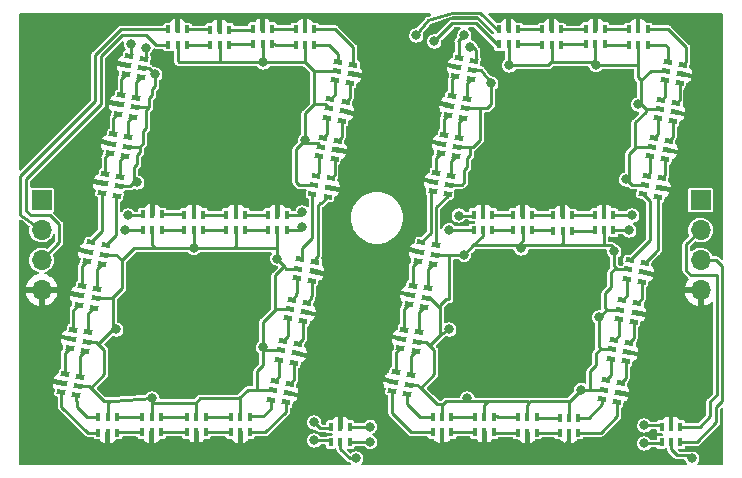
<source format=gbr>
%TF.GenerationSoftware,KiCad,Pcbnew,(6.0.7)*%
%TF.CreationDate,2024-10-25T16:04:41-07:00*%
%TF.ProjectId,segment_blinky,7365676d-656e-4745-9f62-6c696e6b792e,rev?*%
%TF.SameCoordinates,Original*%
%TF.FileFunction,Copper,L1,Top*%
%TF.FilePolarity,Positive*%
%FSLAX46Y46*%
G04 Gerber Fmt 4.6, Leading zero omitted, Abs format (unit mm)*
G04 Created by KiCad (PCBNEW (6.0.7)) date 2024-10-25 16:04:41*
%MOMM*%
%LPD*%
G01*
G04 APERTURE LIST*
G04 Aperture macros list*
%AMRotRect*
0 Rectangle, with rotation*
0 The origin of the aperture is its center*
0 $1 length*
0 $2 width*
0 $3 Rotation angle, in degrees counterclockwise*
0 Add horizontal line*
21,1,$1,$2,0,0,$3*%
G04 Aperture macros list end*
%TA.AperFunction,SMDPad,CuDef*%
%ADD10RotRect,0.700000X0.400000X169.000000*%
%TD*%
%TA.AperFunction,SMDPad,CuDef*%
%ADD11RotRect,0.700000X0.400000X349.000000*%
%TD*%
%TA.AperFunction,SMDPad,CuDef*%
%ADD12R,0.400000X0.700000*%
%TD*%
%TA.AperFunction,SMDPad,CuDef*%
%ADD13RotRect,0.700000X0.400000X170.000000*%
%TD*%
%TA.AperFunction,ComponentPad*%
%ADD14R,1.700000X1.700000*%
%TD*%
%TA.AperFunction,ComponentPad*%
%ADD15O,1.700000X1.700000*%
%TD*%
%TA.AperFunction,ViaPad*%
%ADD16C,0.800000*%
%TD*%
%TA.AperFunction,Conductor*%
%ADD17C,0.250000*%
%TD*%
G04 APERTURE END LIST*
D10*
%TO.P,D7,1,DI*%
%TO.N,Net-(D6-Pad6)*%
X125834227Y-57711135D03*
%TO.P,D7,2,CI*%
%TO.N,Net-(D6-Pad5)*%
X124558112Y-57463083D03*
%TO.P,D7,3,GND*%
%TO.N,gnd*%
X125681580Y-58496437D03*
%TO.P,D7,4,VCC*%
%TO.N,vcc*%
X124405464Y-58248385D03*
%TO.P,D7,5,CO*%
%TO.N,Net-(D7-Pad5)*%
X124252817Y-59033687D03*
%TO.P,D7,6,DO*%
%TO.N,Net-(D7-Pad6)*%
X125528932Y-59281739D03*
%TD*%
%TO.P,D6,1,DI*%
%TO.N,Net-(D5-Pad6)*%
X126503754Y-54533751D03*
%TO.P,D6,2,CI*%
%TO.N,Net-(D5-Pad5)*%
X125227639Y-54285699D03*
%TO.P,D6,3,GND*%
%TO.N,gnd*%
X126351107Y-55319053D03*
%TO.P,D6,4,VCC*%
%TO.N,vcc*%
X125074991Y-55071001D03*
%TO.P,D6,5,CO*%
%TO.N,Net-(D6-Pad5)*%
X124922344Y-55856303D03*
%TO.P,D6,6,DO*%
%TO.N,Net-(D6-Pad6)*%
X126198459Y-56104355D03*
%TD*%
%TO.P,D42,1,DI*%
%TO.N,Net-(D41-Pad6)*%
X149859470Y-78098085D03*
%TO.P,D42,2,CI*%
%TO.N,Net-(D41-Pad5)*%
X148583355Y-77850033D03*
%TO.P,D42,3,GND*%
%TO.N,gnd*%
X149706823Y-78883387D03*
%TO.P,D42,4,VCC*%
%TO.N,vcc*%
X148430707Y-78635335D03*
%TO.P,D42,5,CO*%
%TO.N,Net-(D42-Pad5)*%
X148278060Y-79420637D03*
%TO.P,D42,6,DO*%
%TO.N,Net-(D42-Pad6)*%
X149554175Y-79668689D03*
%TD*%
%TO.P,D36,1,DI*%
%TO.N,Net-(D35-Pad6)*%
X154422823Y-54541747D03*
%TO.P,D36,2,CI*%
%TO.N,Net-(D35-Pad5)*%
X153146708Y-54293695D03*
%TO.P,D36,3,GND*%
%TO.N,gnd*%
X154270176Y-55327049D03*
%TO.P,D36,4,VCC*%
%TO.N,vcc*%
X152994060Y-55078997D03*
%TO.P,D36,5,CO*%
%TO.N,Net-(D36-Pad5)*%
X152841413Y-55864299D03*
%TO.P,D36,6,DO*%
%TO.N,Net-(D36-Pad6)*%
X154117528Y-56112351D03*
%TD*%
D11*
%TO.P,D24,1,DI*%
%TO.N,Net-(D23-Pad6)*%
X105872595Y-62019100D03*
%TO.P,D24,2,CI*%
%TO.N,Net-(D23-Pad5)*%
X107148710Y-62267152D03*
%TO.P,D24,3,GND*%
%TO.N,gnd*%
X106025242Y-61233798D03*
%TO.P,D24,4,VCC*%
%TO.N,vcc*%
X107301358Y-61481850D03*
%TO.P,D24,5,CO*%
%TO.N,Net-(D24-Pad5)*%
X107454005Y-60696548D03*
%TO.P,D24,6,DO*%
%TO.N,Net-(D24-Pad6)*%
X106177890Y-60448496D03*
%TD*%
D10*
%TO.P,D14,1,DI*%
%TO.N,Net-(D13-Pad6)*%
X121110429Y-81569405D03*
%TO.P,D14,2,CI*%
%TO.N,Net-(D13-Pad5)*%
X119834314Y-81321353D03*
%TO.P,D14,3,GND*%
%TO.N,gnd*%
X120957782Y-82354707D03*
%TO.P,D14,4,VCC*%
%TO.N,vcc*%
X119681666Y-82106655D03*
%TO.P,D14,5,CO*%
%TO.N,Net-(D14-Pad5)*%
X119529019Y-82891957D03*
%TO.P,D14,6,DO*%
%TO.N,Net-(D14-Pad6)*%
X120805134Y-83140009D03*
%TD*%
D11*
%TO.P,D26,1,DI*%
%TO.N,Net-(D25-Pad6)*%
X107209392Y-55368078D03*
%TO.P,D26,2,CI*%
%TO.N,Net-(D25-Pad5)*%
X108485507Y-55616130D03*
%TO.P,D26,3,GND*%
%TO.N,gnd*%
X107362039Y-54582776D03*
%TO.P,D26,4,VCC*%
%TO.N,vcc*%
X108638155Y-54830828D03*
%TO.P,D26,5,CO*%
%TO.N,Net-(D26-Pad5)*%
X108790802Y-54045526D03*
%TO.P,D26,6,DO*%
%TO.N,Net-(D26-Pad6)*%
X107514687Y-53797474D03*
%TD*%
%TO.P,D50,1,DI*%
%TO.N,Net-(D49-Pad6)*%
X131212268Y-74811483D03*
%TO.P,D50,2,CI*%
%TO.N,Net-(D49-Pad5)*%
X132488383Y-75059535D03*
%TO.P,D50,3,GND*%
%TO.N,gnd*%
X131364915Y-74026181D03*
%TO.P,D50,4,VCC*%
%TO.N,vcc*%
X132641031Y-74274233D03*
%TO.P,D50,5,CO*%
%TO.N,Net-(D50-Pad5)*%
X132793678Y-73488931D03*
%TO.P,D50,6,DO*%
%TO.N,Net-(D50-Pad6)*%
X131517563Y-73240879D03*
%TD*%
D10*
%TO.P,D8,1,DI*%
%TO.N,Net-(D7-Pad6)*%
X125205709Y-60962285D03*
%TO.P,D8,2,CI*%
%TO.N,Net-(D7-Pad5)*%
X123929594Y-60714233D03*
%TO.P,D8,3,GND*%
%TO.N,gnd*%
X125053062Y-61747587D03*
%TO.P,D8,4,VCC*%
%TO.N,vcc*%
X123776946Y-61499535D03*
%TO.P,D8,5,CO*%
%TO.N,Net-(D8-Pad5)*%
X123624299Y-62284837D03*
%TO.P,D8,6,DO*%
%TO.N,Net-(D8-Pad6)*%
X124900414Y-62532889D03*
%TD*%
D12*
%TO.P,D15,1,DI*%
%TO.N,Net-(D14-Pad6)*%
X117710309Y-85680674D03*
%TO.P,D15,2,CI*%
%TO.N,Net-(D14-Pad5)*%
X117710309Y-84380674D03*
%TO.P,D15,3,GND*%
%TO.N,gnd*%
X116910309Y-85680674D03*
%TO.P,D15,4,VCC*%
%TO.N,vcc*%
X116910309Y-84380674D03*
%TO.P,D15,5,CO*%
%TO.N,Net-(D15-Pad5)*%
X116110309Y-84380674D03*
%TO.P,D15,6,DO*%
%TO.N,Net-(D15-Pad6)*%
X116110309Y-85680674D03*
%TD*%
%TO.P,D59,1,DI*%
%TO.N,Net-(D58-Pad6)*%
X146919367Y-67262015D03*
%TO.P,D59,2,CI*%
%TO.N,Net-(D58-Pad5)*%
X146919367Y-68562015D03*
%TO.P,D59,3,GND*%
%TO.N,gnd*%
X147719367Y-67262015D03*
%TO.P,D59,4,VCC*%
%TO.N,vcc*%
X147719367Y-68562015D03*
%TO.P,D59,5,CO*%
%TO.N,Net-(D59-Pad5)*%
X148519367Y-68562015D03*
%TO.P,D59,6,DO*%
%TO.N,Net-(D59-Pad6)*%
X148519367Y-67262015D03*
%TD*%
D11*
%TO.P,D22,1,DI*%
%TO.N,Net-(D21-Pad6)*%
X103938504Y-71160118D03*
%TO.P,D22,2,CI*%
%TO.N,Net-(D21-Pad5)*%
X105214619Y-71408170D03*
%TO.P,D22,3,GND*%
%TO.N,gnd*%
X104091151Y-70374816D03*
%TO.P,D22,4,VCC*%
%TO.N,vcc*%
X105367267Y-70622868D03*
%TO.P,D22,5,CO*%
%TO.N,Net-(D22-Pad5)*%
X105519914Y-69837566D03*
%TO.P,D22,6,DO*%
%TO.N,Net-(D22-Pad6)*%
X104243799Y-69589514D03*
%TD*%
%TO.P,D55,1,DI*%
%TO.N,Net-(D54-Pad6)*%
X135139587Y-55525276D03*
%TO.P,D55,2,CI*%
%TO.N,Net-(D54-Pad5)*%
X136415702Y-55773328D03*
%TO.P,D55,3,GND*%
%TO.N,gnd*%
X135292234Y-54739974D03*
%TO.P,D55,4,VCC*%
%TO.N,vcc*%
X136568350Y-54988026D03*
%TO.P,D55,5,CO*%
%TO.N,Net-(D55-Pad5)*%
X136720997Y-54202724D03*
%TO.P,D55,6,DO*%
%TO.N,Net-(D55-Pad6)*%
X135444882Y-53954672D03*
%TD*%
D10*
%TO.P,D39,1,DI*%
%TO.N,Net-(D38-Pad6)*%
X152620027Y-64172319D03*
%TO.P,D39,2,CI*%
%TO.N,Net-(D38-Pad5)*%
X151343912Y-63924267D03*
%TO.P,D39,3,GND*%
%TO.N,gnd*%
X152467380Y-64957621D03*
%TO.P,D39,4,VCC*%
%TO.N,vcc*%
X151191264Y-64709569D03*
%TO.P,D39,5,CO*%
%TO.N,Net-(D39-Pad5)*%
X151038617Y-65494871D03*
%TO.P,D39,6,DO*%
%TO.N,Net-(D39-Pad6)*%
X152314732Y-65742923D03*
%TD*%
D12*
%TO.P,D44,1,DI*%
%TO.N,Net-(D43-Pad6)*%
X145556581Y-85715510D03*
%TO.P,D44,2,CI*%
%TO.N,Net-(D43-Pad5)*%
X145556581Y-84415510D03*
%TO.P,D44,3,GND*%
%TO.N,gnd*%
X144756581Y-85715510D03*
%TO.P,D44,4,VCC*%
%TO.N,vcc*%
X144756581Y-84415510D03*
%TO.P,D44,5,CO*%
%TO.N,Net-(D44-Pad5)*%
X143956581Y-84415510D03*
%TO.P,D44,6,DO*%
%TO.N,Net-(D44-Pad6)*%
X143956581Y-85715510D03*
%TD*%
D11*
%TO.P,D48,1,DI*%
%TO.N,Net-(D47-Pad6)*%
X129768853Y-82162483D03*
%TO.P,D48,2,CI*%
%TO.N,Net-(D47-Pad5)*%
X131044968Y-82410535D03*
%TO.P,D48,3,GND*%
%TO.N,gnd*%
X129921500Y-81377181D03*
%TO.P,D48,4,VCC*%
%TO.N,vcc*%
X131197616Y-81625233D03*
%TO.P,D48,5,CO*%
%TO.N,Net-(D48-Pad5)*%
X131350263Y-80839931D03*
%TO.P,D48,6,DO*%
%TO.N,Net-(D48-Pad6)*%
X130074148Y-80591879D03*
%TD*%
D13*
%TO.P,D9,1,DI*%
%TO.N,Net-(D8-Pad6)*%
X124591456Y-64172052D03*
%TO.P,D9,2,CI*%
%TO.N,Net-(D8-Pad5)*%
X123311206Y-63946309D03*
%TO.P,D9,3,GND*%
%TO.N,gnd*%
X124452537Y-64959898D03*
%TO.P,D9,4,VCC*%
%TO.N,vcc*%
X123172287Y-64734156D03*
%TO.P,D9,5,CO*%
%TO.N,Net-(D9-Pad5)*%
X123033368Y-65522002D03*
%TO.P,D9,6,DO*%
%TO.N,Net-(D9-Pad6)*%
X124313618Y-65747745D03*
%TD*%
D12*
%TO.P,D46,1,DI*%
%TO.N,Net-(D45-Pad6)*%
X138384507Y-85661787D03*
%TO.P,D46,2,CI*%
%TO.N,Net-(D45-Pad5)*%
X138384507Y-84361787D03*
%TO.P,D46,3,GND*%
%TO.N,gnd*%
X137584507Y-85661787D03*
%TO.P,D46,4,VCC*%
%TO.N,vcc*%
X137584507Y-84361787D03*
%TO.P,D46,5,CO*%
%TO.N,Net-(D46-Pad5)*%
X136784507Y-84361787D03*
%TO.P,D46,6,DO*%
%TO.N,Net-(D46-Pad6)*%
X136784507Y-85661787D03*
%TD*%
D10*
%TO.P,D11,1,DI*%
%TO.N,Net-(D9-Pad6)*%
X123275957Y-71265924D03*
%TO.P,D11,2,CI*%
%TO.N,Net-(D9-Pad5)*%
X121999842Y-71017872D03*
%TO.P,D11,3,GND*%
%TO.N,gnd*%
X123123310Y-72051226D03*
%TO.P,D11,4,VCC*%
%TO.N,vcc*%
X121847194Y-71803174D03*
%TO.P,D11,5,CO*%
%TO.N,Net-(D11-Pad5)*%
X121694547Y-72588476D03*
%TO.P,D11,6,DO*%
%TO.N,Net-(D11-Pad6)*%
X122970662Y-72836528D03*
%TD*%
D12*
%TO.P,D4,1,DI*%
%TO.N,Net-(D3-Pad6)*%
X118012765Y-51514015D03*
%TO.P,D4,2,CI*%
%TO.N,Net-(D3-Pad5)*%
X118012765Y-52814015D03*
%TO.P,D4,3,GND*%
%TO.N,gnd*%
X118812765Y-51514015D03*
%TO.P,D4,4,VCC*%
%TO.N,vcc*%
X118812765Y-52814015D03*
%TO.P,D4,5,CO*%
%TO.N,Net-(D4-Pad5)*%
X119612765Y-52814015D03*
%TO.P,D4,6,DO*%
%TO.N,Net-(D4-Pad6)*%
X119612765Y-51514015D03*
%TD*%
D11*
%TO.P,D49,1,DI*%
%TO.N,Net-(D48-Pad6)*%
X130487002Y-78538544D03*
%TO.P,D49,2,CI*%
%TO.N,Net-(D48-Pad5)*%
X131763117Y-78786596D03*
%TO.P,D49,3,GND*%
%TO.N,gnd*%
X130639649Y-77753242D03*
%TO.P,D49,4,VCC*%
%TO.N,vcc*%
X131915765Y-78001294D03*
%TO.P,D49,5,CO*%
%TO.N,Net-(D49-Pad5)*%
X132068412Y-77215992D03*
%TO.P,D49,6,DO*%
%TO.N,Net-(D49-Pad6)*%
X130792297Y-76967940D03*
%TD*%
D10*
%TO.P,D38,1,DI*%
%TO.N,Net-(D37-Pad6)*%
X153220857Y-60977766D03*
%TO.P,D38,2,CI*%
%TO.N,Net-(D37-Pad5)*%
X151944742Y-60729714D03*
%TO.P,D38,3,GND*%
%TO.N,gnd*%
X153068210Y-61763068D03*
%TO.P,D38,4,VCC*%
%TO.N,vcc*%
X151792094Y-61515016D03*
%TO.P,D38,5,CO*%
%TO.N,Net-(D38-Pad5)*%
X151639447Y-62300318D03*
%TO.P,D38,6,DO*%
%TO.N,Net-(D38-Pad6)*%
X152915562Y-62548370D03*
%TD*%
D14*
%TO.P,J2,1,Pin_1*%
%TO.N,vcc*%
X155900000Y-66000000D03*
D15*
%TO.P,J2,2,Pin_2*%
%TO.N,DO*%
X155900000Y-68540000D03*
%TO.P,J2,3,Pin_3*%
%TO.N,CO*%
X155900000Y-71080000D03*
%TO.P,J2,4,Pin_4*%
%TO.N,gnd*%
X155900000Y-73620000D03*
%TD*%
D11*
%TO.P,D53,1,DI*%
%TO.N,Net-(D52-Pad6)*%
X133879727Y-62031701D03*
%TO.P,D53,2,CI*%
%TO.N,Net-(D52-Pad5)*%
X135155842Y-62279753D03*
%TO.P,D53,3,GND*%
%TO.N,gnd*%
X134032374Y-61246399D03*
%TO.P,D53,4,VCC*%
%TO.N,vcc*%
X135308490Y-61494451D03*
%TO.P,D53,5,CO*%
%TO.N,Net-(D53-Pad5)*%
X135461137Y-60709149D03*
%TO.P,D53,6,DO*%
%TO.N,Net-(D53-Pad6)*%
X134185022Y-60461097D03*
%TD*%
%TO.P,D54,1,DI*%
%TO.N,Net-(D53-Pad6)*%
X134514268Y-58784994D03*
%TO.P,D54,2,CI*%
%TO.N,Net-(D53-Pad5)*%
X135790383Y-59033046D03*
%TO.P,D54,3,GND*%
%TO.N,gnd*%
X134666915Y-57999692D03*
%TO.P,D54,4,VCC*%
%TO.N,vcc*%
X135943031Y-58247744D03*
%TO.P,D54,5,CO*%
%TO.N,Net-(D54-Pad5)*%
X136095678Y-57462442D03*
%TO.P,D54,6,DO*%
%TO.N,Net-(D54-Pad6)*%
X134819563Y-57214390D03*
%TD*%
%TO.P,D21,1,DI*%
%TO.N,Net-(D20-Pad6)*%
X103235634Y-74863650D03*
%TO.P,D21,2,CI*%
%TO.N,Net-(D20-Pad5)*%
X104511749Y-75111702D03*
%TO.P,D21,3,GND*%
%TO.N,gnd*%
X103388281Y-74078348D03*
%TO.P,D21,4,VCC*%
%TO.N,vcc*%
X104664397Y-74326400D03*
%TO.P,D21,5,CO*%
%TO.N,Net-(D21-Pad5)*%
X104817044Y-73541098D03*
%TO.P,D21,6,DO*%
%TO.N,Net-(D21-Pad6)*%
X103540929Y-73293046D03*
%TD*%
D12*
%TO.P,D56,1,DI*%
%TO.N,Net-(D55-Pad6)*%
X136671627Y-67248585D03*
%TO.P,D56,2,CI*%
%TO.N,Net-(D55-Pad5)*%
X136671627Y-68548585D03*
%TO.P,D56,3,GND*%
%TO.N,gnd*%
X137471627Y-67248585D03*
%TO.P,D56,4,VCC*%
%TO.N,vcc*%
X137471627Y-68548585D03*
%TO.P,D56,5,CO*%
%TO.N,Net-(D56-Pad5)*%
X138271627Y-68548585D03*
%TO.P,D56,6,DO*%
%TO.N,Net-(D56-Pad6)*%
X138271627Y-67248585D03*
%TD*%
%TO.P,D17,1,DI*%
%TO.N,Net-(D16-Pad6)*%
X110222230Y-85682793D03*
%TO.P,D17,2,CI*%
%TO.N,Net-(D16-Pad5)*%
X110222230Y-84382793D03*
%TO.P,D17,3,GND*%
%TO.N,gnd*%
X109422230Y-85682793D03*
%TO.P,D17,4,VCC*%
%TO.N,vcc*%
X109422230Y-84382793D03*
%TO.P,D17,5,CO*%
%TO.N,Net-(D17-Pad5)*%
X108622230Y-84382793D03*
%TO.P,D17,6,DO*%
%TO.N,Net-(D17-Pad6)*%
X108622230Y-85682793D03*
%TD*%
%TO.P,D28,1,DI*%
%TO.N,Net-(D27-Pad6)*%
X112196099Y-67242268D03*
%TO.P,D28,2,CI*%
%TO.N,Net-(D27-Pad5)*%
X112196099Y-68542268D03*
%TO.P,D28,3,GND*%
%TO.N,gnd*%
X112996099Y-67242268D03*
%TO.P,D28,4,VCC*%
%TO.N,vcc*%
X112996099Y-68542268D03*
%TO.P,D28,5,CO*%
%TO.N,Net-(D28-Pad5)*%
X113796099Y-68542268D03*
%TO.P,D28,6,DO*%
%TO.N,Net-(D28-Pad6)*%
X113796099Y-67242268D03*
%TD*%
%TO.P,D45,1,DI*%
%TO.N,Net-(D44-Pad6)*%
X142010836Y-85706556D03*
%TO.P,D45,2,CI*%
%TO.N,Net-(D44-Pad5)*%
X142010836Y-84406556D03*
%TO.P,D45,3,GND*%
%TO.N,gnd*%
X141210836Y-85706556D03*
%TO.P,D45,4,VCC*%
%TO.N,vcc*%
X141210836Y-84406556D03*
%TO.P,D45,5,CO*%
%TO.N,Net-(D45-Pad5)*%
X140410836Y-84406556D03*
%TO.P,D45,6,DO*%
%TO.N,Net-(D45-Pad6)*%
X140410836Y-85706556D03*
%TD*%
D10*
%TO.P,D43,1,DI*%
%TO.N,Net-(D42-Pad6)*%
X149133286Y-81521614D03*
%TO.P,D43,2,CI*%
%TO.N,Net-(D42-Pad5)*%
X147857171Y-81273562D03*
%TO.P,D43,3,GND*%
%TO.N,gnd*%
X148980639Y-82306916D03*
%TO.P,D43,4,VCC*%
%TO.N,vcc*%
X147704523Y-82058864D03*
%TO.P,D43,5,CO*%
%TO.N,Net-(D43-Pad5)*%
X147551876Y-82844166D03*
%TO.P,D43,6,DO*%
%TO.N,Net-(D43-Pad6)*%
X148827991Y-83092218D03*
%TD*%
D12*
%TO.P,D47,6,DO*%
%TO.N,Net-(D47-Pad6)*%
X133202946Y-85679695D03*
%TO.P,D47,5,CO*%
%TO.N,Net-(D47-Pad5)*%
X133202946Y-84379695D03*
%TO.P,D47,4,VCC*%
%TO.N,vcc*%
X134002946Y-84379695D03*
%TO.P,D47,3,GND*%
%TO.N,gnd*%
X134002946Y-85679695D03*
%TO.P,D47,2,CI*%
%TO.N,Net-(D46-Pad5)*%
X134802946Y-84379695D03*
%TO.P,D47,1,DI*%
%TO.N,Net-(D46-Pad6)*%
X134802946Y-85679695D03*
%TD*%
%TO.P,D27,1,DI*%
%TO.N,Net-(D26-Pad6)*%
X108670487Y-67208368D03*
%TO.P,D27,2,CI*%
%TO.N,Net-(D26-Pad5)*%
X108670487Y-68508368D03*
%TO.P,D27,3,GND*%
%TO.N,gnd*%
X109470487Y-67208368D03*
%TO.P,D27,4,VCC*%
%TO.N,vcc*%
X109470487Y-68508368D03*
%TO.P,D27,5,CO*%
%TO.N,Net-(D27-Pad5)*%
X110270487Y-68508368D03*
%TO.P,D27,6,DO*%
%TO.N,Net-(D27-Pad6)*%
X110270487Y-67208368D03*
%TD*%
%TO.P,D60,1,DI*%
%TO.N,Net-(D59-Pad6)*%
X152588832Y-85203224D03*
%TO.P,D60,2,CI*%
%TO.N,Net-(D59-Pad5)*%
X152588832Y-86503224D03*
%TO.P,D60,3,GND*%
%TO.N,gnd*%
X153388832Y-85203224D03*
%TO.P,D60,4,VCC*%
%TO.N,vcc*%
X153388832Y-86503224D03*
%TO.P,D60,5,CO*%
%TO.N,CO*%
X154188832Y-86503224D03*
%TO.P,D60,6,DO*%
%TO.N,DO*%
X154188832Y-85203224D03*
%TD*%
%TO.P,D57,1,DI*%
%TO.N,Net-(D56-Pad6)*%
X140042771Y-67262015D03*
%TO.P,D57,2,CI*%
%TO.N,Net-(D56-Pad5)*%
X140042771Y-68562015D03*
%TO.P,D57,3,GND*%
%TO.N,gnd*%
X140842771Y-67262015D03*
%TO.P,D57,4,VCC*%
%TO.N,vcc*%
X140842771Y-68562015D03*
%TO.P,D57,5,CO*%
%TO.N,Net-(D57-Pad5)*%
X141642771Y-68562015D03*
%TO.P,D57,6,DO*%
%TO.N,Net-(D57-Pad6)*%
X141642771Y-67262015D03*
%TD*%
%TO.P,D30,1,DI*%
%TO.N,Net-(D29-Pad6)*%
X119255799Y-67242268D03*
%TO.P,D30,2,CI*%
%TO.N,Net-(D29-Pad5)*%
X119255799Y-68542268D03*
%TO.P,D30,3,GND*%
%TO.N,gnd*%
X120055799Y-67242268D03*
%TO.P,D30,4,VCC*%
%TO.N,vcc*%
X120055799Y-68542268D03*
%TO.P,D30,5,CO*%
%TO.N,Net-(D30-Pad5)*%
X120855799Y-68542268D03*
%TO.P,D30,6,DO*%
%TO.N,Net-(D30-Pad6)*%
X120855799Y-67242268D03*
%TD*%
%TO.P,D31,1,DI*%
%TO.N,Net-(D30-Pad6)*%
X124590246Y-85199240D03*
%TO.P,D31,2,CI*%
%TO.N,Net-(D30-Pad5)*%
X124590246Y-86499240D03*
%TO.P,D31,3,GND*%
%TO.N,gnd*%
X125390246Y-85199240D03*
%TO.P,D31,4,VCC*%
%TO.N,vcc*%
X125390246Y-86499240D03*
%TO.P,D31,5,CO*%
%TO.N,Net-(D31-Pad5)*%
X126190246Y-86499240D03*
%TO.P,D31,6,DO*%
%TO.N,Net-(D31-Pad6)*%
X126190246Y-85199240D03*
%TD*%
%TO.P,D35,1,DI*%
%TO.N,Net-(D34-Pad6)*%
X149800953Y-51540609D03*
%TO.P,D35,2,CI*%
%TO.N,Net-(D34-Pad5)*%
X149800953Y-52840609D03*
%TO.P,D35,3,GND*%
%TO.N,gnd*%
X150600953Y-51540609D03*
%TO.P,D35,4,VCC*%
%TO.N,vcc*%
X150600953Y-52840609D03*
%TO.P,D35,5,CO*%
%TO.N,Net-(D35-Pad5)*%
X151400953Y-52840609D03*
%TO.P,D35,6,DO*%
%TO.N,Net-(D35-Pad6)*%
X151400953Y-51540609D03*
%TD*%
%TO.P,D34,1,DI*%
%TO.N,Net-(D33-Pad6)*%
X146183578Y-51495840D03*
%TO.P,D34,2,CI*%
%TO.N,Net-(D33-Pad5)*%
X146183578Y-52795840D03*
%TO.P,D34,3,GND*%
%TO.N,gnd*%
X146983578Y-51495840D03*
%TO.P,D34,4,VCC*%
%TO.N,vcc*%
X146983578Y-52795840D03*
%TO.P,D34,5,CO*%
%TO.N,Net-(D34-Pad5)*%
X147783578Y-52795840D03*
%TO.P,D34,6,DO*%
%TO.N,Net-(D34-Pad6)*%
X147783578Y-51495840D03*
%TD*%
%TO.P,D32,1,DI*%
%TO.N,Net-(D31-Pad6)*%
X138832425Y-51531656D03*
%TO.P,D32,2,CI*%
%TO.N,Net-(D31-Pad5)*%
X138832425Y-52831656D03*
%TO.P,D32,3,GND*%
%TO.N,gnd*%
X139632425Y-51531656D03*
%TO.P,D32,4,VCC*%
%TO.N,vcc*%
X139632425Y-52831656D03*
%TO.P,D32,5,CO*%
%TO.N,Net-(D32-Pad5)*%
X140432425Y-52831656D03*
%TO.P,D32,6,DO*%
%TO.N,Net-(D32-Pad6)*%
X140432425Y-51531656D03*
%TD*%
%TO.P,D58,1,DI*%
%TO.N,Net-(D57-Pad6)*%
X143427345Y-67288877D03*
%TO.P,D58,2,CI*%
%TO.N,Net-(D57-Pad5)*%
X143427345Y-68588877D03*
%TO.P,D58,3,GND*%
%TO.N,gnd*%
X144227345Y-67288877D03*
%TO.P,D58,4,VCC*%
%TO.N,vcc*%
X144227345Y-68588877D03*
%TO.P,D58,5,CO*%
%TO.N,Net-(D58-Pad5)*%
X145027345Y-68588877D03*
%TO.P,D58,6,DO*%
%TO.N,Net-(D58-Pad6)*%
X145027345Y-67288877D03*
%TD*%
D10*
%TO.P,D37,1,DI*%
%TO.N,Net-(D36-Pad6)*%
X153847630Y-57772270D03*
%TO.P,D37,2,CI*%
%TO.N,Net-(D36-Pad5)*%
X152571515Y-57524218D03*
%TO.P,D37,3,GND*%
%TO.N,gnd*%
X153694983Y-58557572D03*
%TO.P,D37,4,VCC*%
%TO.N,vcc*%
X152418867Y-58309520D03*
%TO.P,D37,5,CO*%
%TO.N,Net-(D37-Pad5)*%
X152266220Y-59094822D03*
%TO.P,D37,6,DO*%
%TO.N,Net-(D37-Pad6)*%
X153542335Y-59342874D03*
%TD*%
%TO.P,D12,1,DI*%
%TO.N,Net-(D11-Pad6)*%
X122558405Y-74700950D03*
%TO.P,D12,2,CI*%
%TO.N,Net-(D11-Pad5)*%
X121282290Y-74452898D03*
%TO.P,D12,3,GND*%
%TO.N,gnd*%
X122405758Y-75486252D03*
%TO.P,D12,4,VCC*%
%TO.N,vcc*%
X121129642Y-75238200D03*
%TO.P,D12,5,CO*%
%TO.N,Net-(D12-Pad5)*%
X120976995Y-76023502D03*
%TO.P,D12,6,DO*%
%TO.N,Net-(D12-Pad6)*%
X122253110Y-76271554D03*
%TD*%
D12*
%TO.P,D2,1,DI*%
%TO.N,DI*%
X110813829Y-51554308D03*
%TO.P,D2,2,CI*%
%TO.N,CI*%
X110813829Y-52854308D03*
%TO.P,D2,3,GND*%
%TO.N,gnd*%
X111613829Y-51554308D03*
%TO.P,D2,4,VCC*%
%TO.N,vcc*%
X111613829Y-52854308D03*
%TO.P,D2,5,CO*%
%TO.N,Net-(D2-Pad5)*%
X112413829Y-52854308D03*
%TO.P,D2,6,DO*%
%TO.N,Net-(D2-Pad6)*%
X112413829Y-51554308D03*
%TD*%
%TO.P,D33,1,DI*%
%TO.N,Net-(D32-Pad6)*%
X142485617Y-51549563D03*
%TO.P,D33,2,CI*%
%TO.N,Net-(D32-Pad5)*%
X142485617Y-52849563D03*
%TO.P,D33,3,GND*%
%TO.N,gnd*%
X143285617Y-51549563D03*
%TO.P,D33,4,VCC*%
%TO.N,vcc*%
X143285617Y-52849563D03*
%TO.P,D33,5,CO*%
%TO.N,Net-(D33-Pad5)*%
X144085617Y-52849563D03*
%TO.P,D33,6,DO*%
%TO.N,Net-(D33-Pad6)*%
X144085617Y-51549563D03*
%TD*%
D11*
%TO.P,D51,1,DI*%
%TO.N,Net-(D50-Pad6)*%
X131943848Y-71163150D03*
%TO.P,D51,2,CI*%
%TO.N,Net-(D50-Pad5)*%
X133219963Y-71411202D03*
%TO.P,D51,3,GND*%
%TO.N,gnd*%
X132096495Y-70377848D03*
%TO.P,D51,4,VCC*%
%TO.N,vcc*%
X133372611Y-70625900D03*
%TO.P,D51,5,CO*%
%TO.N,Net-(D51-Pad5)*%
X133525258Y-69840598D03*
%TO.P,D51,6,DO*%
%TO.N,Net-(D51-Pad6)*%
X132249143Y-69592546D03*
%TD*%
%TO.P,D19,1,DI*%
%TO.N,Net-(D18-Pad6)*%
X101774444Y-82296223D03*
%TO.P,D19,2,CI*%
%TO.N,Net-(D18-Pad5)*%
X103050559Y-82544275D03*
%TO.P,D19,3,GND*%
%TO.N,gnd*%
X101927091Y-81510921D03*
%TO.P,D19,4,VCC*%
%TO.N,vcc*%
X103203207Y-81758973D03*
%TO.P,D19,5,CO*%
%TO.N,Net-(D19-Pad5)*%
X103355854Y-80973671D03*
%TO.P,D19,6,DO*%
%TO.N,Net-(D19-Pad6)*%
X102079739Y-80725619D03*
%TD*%
D12*
%TO.P,D29,1,DI*%
%TO.N,Net-(D28-Pad6)*%
X115755612Y-67250743D03*
%TO.P,D29,2,CI*%
%TO.N,Net-(D28-Pad5)*%
X115755612Y-68550743D03*
%TO.P,D29,3,GND*%
%TO.N,gnd*%
X116555612Y-67250743D03*
%TO.P,D29,4,VCC*%
%TO.N,vcc*%
X116555612Y-68550743D03*
%TO.P,D29,5,CO*%
%TO.N,Net-(D29-Pad5)*%
X117355612Y-68550743D03*
%TO.P,D29,6,DO*%
%TO.N,Net-(D29-Pad6)*%
X117355612Y-67250743D03*
%TD*%
D11*
%TO.P,D52,1,DI*%
%TO.N,Net-(D51-Pad6)*%
X133200417Y-65250744D03*
%TO.P,D52,2,CI*%
%TO.N,Net-(D51-Pad5)*%
X134476532Y-65498796D03*
%TO.P,D52,3,GND*%
%TO.N,gnd*%
X133353064Y-64465442D03*
%TO.P,D52,4,VCC*%
%TO.N,vcc*%
X134629180Y-64713494D03*
%TO.P,D52,5,CO*%
%TO.N,Net-(D52-Pad5)*%
X134781827Y-63928192D03*
%TO.P,D52,6,DO*%
%TO.N,Net-(D52-Pad6)*%
X133505712Y-63680140D03*
%TD*%
D10*
%TO.P,D13,1,DI*%
%TO.N,Net-(D12-Pad6)*%
X121808365Y-78196900D03*
%TO.P,D13,2,CI*%
%TO.N,Net-(D12-Pad5)*%
X120532250Y-77948848D03*
%TO.P,D13,3,GND*%
%TO.N,gnd*%
X121655718Y-78982202D03*
%TO.P,D13,4,VCC*%
%TO.N,vcc*%
X120379602Y-78734150D03*
%TO.P,D13,5,CO*%
%TO.N,Net-(D13-Pad5)*%
X120226955Y-79519452D03*
%TO.P,D13,6,DO*%
%TO.N,Net-(D13-Pad6)*%
X121503070Y-79767504D03*
%TD*%
D12*
%TO.P,D5,1,DI*%
%TO.N,Net-(D4-Pad6)*%
X121598803Y-51540877D03*
%TO.P,D5,2,CI*%
%TO.N,Net-(D4-Pad5)*%
X121598803Y-52840877D03*
%TO.P,D5,3,GND*%
%TO.N,gnd*%
X122398803Y-51540877D03*
%TO.P,D5,4,VCC*%
%TO.N,vcc*%
X122398803Y-52840877D03*
%TO.P,D5,5,CO*%
%TO.N,Net-(D5-Pad5)*%
X123198803Y-52840877D03*
%TO.P,D5,6,DO*%
%TO.N,Net-(D5-Pad6)*%
X123198803Y-51540877D03*
%TD*%
D14*
%TO.P,J1,1,Pin_1*%
%TO.N,vcc*%
X100100000Y-66000000D03*
D15*
%TO.P,J1,2,Pin_2*%
%TO.N,DI*%
X100100000Y-68540000D03*
%TO.P,J1,3,Pin_3*%
%TO.N,CI*%
X100100000Y-71080000D03*
%TO.P,J1,4,Pin_4*%
%TO.N,gnd*%
X100100000Y-73620000D03*
%TD*%
D10*
%TO.P,D41,1,DI*%
%TO.N,Net-(D40-Pad6)*%
X150539967Y-74749326D03*
%TO.P,D41,2,CI*%
%TO.N,Net-(D40-Pad5)*%
X149263852Y-74501274D03*
%TO.P,D41,3,GND*%
%TO.N,gnd*%
X150387320Y-75534628D03*
%TO.P,D41,4,VCC*%
%TO.N,vcc*%
X149111204Y-75286576D03*
%TO.P,D41,5,CO*%
%TO.N,Net-(D41-Pad5)*%
X148958557Y-76071878D03*
%TO.P,D41,6,DO*%
%TO.N,Net-(D41-Pad6)*%
X150234672Y-76319930D03*
%TD*%
D11*
%TO.P,D23,1,DI*%
%TO.N,Net-(D22-Pad6)*%
X105195095Y-65379673D03*
%TO.P,D23,2,CI*%
%TO.N,Net-(D22-Pad5)*%
X106471210Y-65627725D03*
%TO.P,D23,3,GND*%
%TO.N,gnd*%
X105347742Y-64594371D03*
%TO.P,D23,4,VCC*%
%TO.N,vcc*%
X106623858Y-64842423D03*
%TO.P,D23,5,CO*%
%TO.N,Net-(D23-Pad5)*%
X106776505Y-64057121D03*
%TO.P,D23,6,DO*%
%TO.N,Net-(D23-Pad6)*%
X105500390Y-63809069D03*
%TD*%
D12*
%TO.P,D18,1,DI*%
%TO.N,Net-(D17-Pad6)*%
X106503811Y-85701862D03*
%TO.P,D18,2,CI*%
%TO.N,Net-(D17-Pad5)*%
X106503811Y-84401862D03*
%TO.P,D18,3,GND*%
%TO.N,gnd*%
X105703811Y-85701862D03*
%TO.P,D18,4,VCC*%
%TO.N,vcc*%
X105703811Y-84401862D03*
%TO.P,D18,5,CO*%
%TO.N,Net-(D18-Pad5)*%
X104903811Y-84401862D03*
%TO.P,D18,6,DO*%
%TO.N,Net-(D18-Pad6)*%
X104903811Y-85701862D03*
%TD*%
D11*
%TO.P,D25,1,DI*%
%TO.N,Net-(D24-Pad6)*%
X106550347Y-58696889D03*
%TO.P,D25,2,CI*%
%TO.N,Net-(D24-Pad5)*%
X107826462Y-58944941D03*
%TO.P,D25,3,GND*%
%TO.N,gnd*%
X106702994Y-57911587D03*
%TO.P,D25,4,VCC*%
%TO.N,vcc*%
X107979110Y-58159639D03*
%TO.P,D25,5,CO*%
%TO.N,Net-(D25-Pad5)*%
X108131757Y-57374337D03*
%TO.P,D25,6,DO*%
%TO.N,Net-(D25-Pad6)*%
X106855642Y-57126285D03*
%TD*%
D12*
%TO.P,D16,1,DI*%
%TO.N,Net-(D15-Pad6)*%
X113997856Y-85663724D03*
%TO.P,D16,2,CI*%
%TO.N,Net-(D15-Pad5)*%
X113997856Y-84363724D03*
%TO.P,D16,3,GND*%
%TO.N,gnd*%
X113197856Y-85663724D03*
%TO.P,D16,4,VCC*%
%TO.N,vcc*%
X113197856Y-84363724D03*
%TO.P,D16,5,CO*%
%TO.N,Net-(D16-Pad5)*%
X112397856Y-84363724D03*
%TO.P,D16,6,DO*%
%TO.N,Net-(D16-Pad6)*%
X112397856Y-85663724D03*
%TD*%
D10*
%TO.P,D40,1,DI*%
%TO.N,Net-(D39-Pad6)*%
X151211242Y-71341181D03*
%TO.P,D40,2,CI*%
%TO.N,Net-(D39-Pad5)*%
X149935127Y-71093129D03*
%TO.P,D40,3,GND*%
%TO.N,gnd*%
X151058595Y-72126483D03*
%TO.P,D40,4,VCC*%
%TO.N,vcc*%
X149782479Y-71878431D03*
%TO.P,D40,5,CO*%
%TO.N,Net-(D40-Pad5)*%
X149629832Y-72663733D03*
%TO.P,D40,6,DO*%
%TO.N,Net-(D40-Pad6)*%
X150905947Y-72911785D03*
%TD*%
D11*
%TO.P,D20,1,DI*%
%TO.N,Net-(D19-Pad6)*%
X102484340Y-78538494D03*
%TO.P,D20,2,CI*%
%TO.N,Net-(D19-Pad5)*%
X103760455Y-78786546D03*
%TO.P,D20,3,GND*%
%TO.N,gnd*%
X102636987Y-77753192D03*
%TO.P,D20,4,VCC*%
%TO.N,vcc*%
X103913103Y-78001244D03*
%TO.P,D20,5,CO*%
%TO.N,Net-(D20-Pad5)*%
X104065750Y-77215942D03*
%TO.P,D20,6,DO*%
%TO.N,Net-(D20-Pad6)*%
X102789635Y-76967890D03*
%TD*%
D12*
%TO.P,D3,1,DI*%
%TO.N,Net-(D2-Pad6)*%
X114386436Y-51567739D03*
%TO.P,D3,2,CI*%
%TO.N,Net-(D2-Pad5)*%
X114386436Y-52867739D03*
%TO.P,D3,3,GND*%
%TO.N,gnd*%
X115186436Y-51567739D03*
%TO.P,D3,4,VCC*%
%TO.N,vcc*%
X115186436Y-52867739D03*
%TO.P,D3,5,CO*%
%TO.N,Net-(D3-Pad5)*%
X115986436Y-52867739D03*
%TO.P,D3,6,DO*%
%TO.N,Net-(D3-Pad6)*%
X115986436Y-51567739D03*
%TD*%
D16*
%TO.N,gnd*%
X155448000Y-62230000D03*
X103886000Y-60452000D03*
X121920000Y-55626000D03*
X143510000Y-82042000D03*
X134366000Y-82296000D03*
X156718000Y-86868000D03*
X102108000Y-58674000D03*
X126746000Y-63754000D03*
X112522000Y-87630000D03*
X149606000Y-55880000D03*
X148590000Y-86360000D03*
X148336000Y-62484000D03*
X156210000Y-54864000D03*
X116332000Y-87376000D03*
X128016000Y-55626000D03*
X116078000Y-81788000D03*
X112522000Y-82042000D03*
X130048000Y-86360000D03*
X155448000Y-83566000D03*
X120142000Y-65786000D03*
%TO.N,vcc*%
X136144000Y-82804000D03*
X155194000Y-87884000D03*
X138176000Y-56134000D03*
X147320000Y-75946000D03*
X108204000Y-64516000D03*
X126746000Y-87884000D03*
X148590000Y-70358000D03*
X112996099Y-70070099D03*
X120055799Y-70952201D03*
X122428000Y-60960000D03*
X140716000Y-70104000D03*
X150622000Y-57912000D03*
X118872000Y-78486000D03*
X139700000Y-54610000D03*
X149606000Y-64262000D03*
X145779136Y-82058864D03*
X109728000Y-55372000D03*
X147044953Y-54588953D03*
X109474000Y-82804000D03*
X134620000Y-76962000D03*
X106426000Y-76962000D03*
X135876100Y-70625900D03*
X118872000Y-54356000D03*
%TO.N,Net-(D26-Pad5)*%
X108961701Y-53090299D03*
X107188000Y-68580000D03*
%TO.N,Net-(D26-Pad6)*%
X107653551Y-52794500D03*
X107442000Y-67310000D03*
%TO.N,Net-(D30-Pad5)*%
X122174000Y-68326000D03*
X123190000Y-86360000D03*
%TO.N,Net-(D30-Pad6)*%
X123190000Y-84836000D03*
X122174000Y-67056000D03*
%TO.N,Net-(D31-Pad5)*%
X127933042Y-86499971D03*
X133350000Y-52578000D03*
%TO.N,Net-(D31-Pad6)*%
X127924624Y-85191477D03*
X131826000Y-52070000D03*
%TO.N,Net-(D55-Pad5)*%
X136398000Y-53086000D03*
X134620000Y-68548585D03*
%TO.N,Net-(D55-Pad6)*%
X135413370Y-67311719D03*
X135890000Y-52070000D03*
%TO.N,Net-(D59-Pad5)*%
X151130000Y-86614000D03*
X149860000Y-68580000D03*
%TO.N,Net-(D59-Pad6)*%
X150114000Y-67310000D03*
X151130000Y-85090000D03*
%TD*%
D17*
%TO.N,Net-(D31-Pad6)*%
X137247000Y-50125000D02*
X138653656Y-51531656D01*
X134874000Y-50125000D02*
X137247000Y-50125000D01*
X132842000Y-50800000D02*
X134874000Y-50125000D01*
X138653656Y-51531656D02*
X138832425Y-51531656D01*
X131826000Y-52070000D02*
X132842000Y-50800000D01*
%TO.N,Net-(D31-Pad5)*%
X134874000Y-51054000D02*
X133350000Y-52578000D01*
X136906000Y-51054000D02*
X134874000Y-51054000D01*
X138683656Y-52831656D02*
X136906000Y-51054000D01*
X138832425Y-52831656D02*
X138683656Y-52831656D01*
%TO.N,DI*%
X104648000Y-57658000D02*
X98298000Y-64008000D01*
X106934000Y-51562000D02*
X106805604Y-51562000D01*
X110813829Y-51554308D02*
X106941692Y-51554308D01*
X98298000Y-64008000D02*
X98298000Y-67246000D01*
X98298000Y-67246000D02*
X100100000Y-68540000D01*
X106941692Y-51554308D02*
X106934000Y-51562000D01*
X104648000Y-53719604D02*
X104648000Y-57658000D01*
X106805604Y-51562000D02*
X104648000Y-53719604D01*
%TO.N,CI*%
X101600000Y-68072000D02*
X100838000Y-67310000D01*
X105156000Y-57912000D02*
X105156000Y-53848000D01*
X98806000Y-66953001D02*
X98806000Y-64262000D01*
X100838000Y-67310000D02*
X99162999Y-67310000D01*
X106934000Y-52070000D02*
X108966000Y-52070000D01*
X109750308Y-52854308D02*
X110813829Y-52854308D01*
X99162999Y-67310000D02*
X98806000Y-66953001D01*
X98806000Y-64262000D02*
X105156000Y-57912000D01*
X105156000Y-53848000D02*
X106934000Y-52070000D01*
X101600000Y-69580000D02*
X101600000Y-68072000D01*
X100100000Y-71080000D02*
X101600000Y-69580000D01*
X108966000Y-52070000D02*
X109750308Y-52854308D01*
%TO.N,gnd*%
X134002946Y-86504946D02*
X134002946Y-85679695D01*
X137584507Y-86443493D02*
X137414000Y-86614000D01*
X144780000Y-86360000D02*
X144272000Y-86868000D01*
X137584507Y-85661787D02*
X137584507Y-86443493D01*
X137414000Y-86614000D02*
X134112000Y-86614000D01*
X144756581Y-85715510D02*
X144756581Y-86336581D01*
X141210836Y-86854836D02*
X141210836Y-85706556D01*
X134112000Y-86614000D02*
X134002946Y-86504946D01*
X144756581Y-86336581D02*
X144780000Y-86360000D01*
X141224000Y-86868000D02*
X141210836Y-86854836D01*
X144272000Y-86868000D02*
X141224000Y-86868000D01*
%TO.N,vcc*%
X132842000Y-78232000D02*
X133350000Y-78740000D01*
X122428000Y-61214000D02*
X122428000Y-60960000D01*
X147828000Y-73914000D02*
X148336000Y-73406000D01*
X147930576Y-75286576D02*
X147828000Y-75184000D01*
X131917233Y-81625233D02*
X132207000Y-81915000D01*
X118364000Y-80518000D02*
X118872000Y-80010000D01*
X133096000Y-78232000D02*
X132842000Y-78232000D01*
X140842771Y-68562015D02*
X140842771Y-69469229D01*
X109470487Y-68508368D02*
X109470487Y-69846487D01*
X146574864Y-82058864D02*
X146558000Y-82042000D01*
X113538000Y-82804000D02*
X116840000Y-82804000D01*
X147320000Y-75897152D02*
X147930576Y-75286576D01*
X113030000Y-70104000D02*
X112996099Y-70070099D01*
X140842771Y-69469229D02*
X140462000Y-69850000D01*
X145779136Y-82058864D02*
X146574864Y-82058864D01*
X135890000Y-63500000D02*
X136144000Y-63246000D01*
X148336000Y-69850000D02*
X147828000Y-69850000D01*
X135876100Y-70625900D02*
X134633900Y-70625900D01*
X123190000Y-57912000D02*
X123143001Y-57865001D01*
X122369606Y-54356000D02*
X122398803Y-54326803D01*
X144227345Y-69640655D02*
X144018000Y-69850000D01*
X112996099Y-70070099D02*
X112996099Y-68542268D01*
X137840256Y-58247744D02*
X137241744Y-58247744D01*
X137284026Y-54988026D02*
X136568350Y-54988026D01*
X137241744Y-60878256D02*
X137241744Y-58247744D01*
X134629180Y-64713494D02*
X135692506Y-64713494D01*
X111613829Y-52854308D02*
X111613829Y-54209829D01*
X139700000Y-54610000D02*
X143002000Y-54610000D01*
X116840000Y-82804000D02*
X117537345Y-82106655D01*
X138176000Y-56134000D02*
X138176000Y-57912000D01*
X147424665Y-78635335D02*
X147469335Y-78635335D01*
X139632425Y-52831656D02*
X139632425Y-54542425D01*
X109728000Y-56388000D02*
X109728000Y-55372000D01*
X143285617Y-54326383D02*
X143256000Y-54356000D01*
X109186828Y-54830828D02*
X109728000Y-55372000D01*
X136144000Y-62484000D02*
X136398000Y-62230000D01*
X109728000Y-70104000D02*
X113030000Y-70104000D01*
X118812765Y-52814015D02*
X118812765Y-54296765D01*
X131197616Y-81625233D02*
X131917233Y-81625233D01*
X144227345Y-68588877D02*
X144227345Y-69640655D01*
X109220000Y-57404000D02*
X109474000Y-57150000D01*
X141210836Y-84406556D02*
X141210836Y-83325164D01*
X125390246Y-86499240D02*
X125390246Y-87099240D01*
X134366000Y-74422000D02*
X134620000Y-74422000D01*
X150368000Y-59436000D02*
X151273520Y-58530480D01*
X118812765Y-54296765D02*
X118872000Y-54356000D01*
X126175006Y-87884000D02*
X126746000Y-87884000D01*
X144733162Y-83058000D02*
X144756581Y-83081419D01*
X121884156Y-64734156D02*
X121666000Y-64516000D01*
X150600953Y-55604953D02*
X150876000Y-55880000D01*
X123491411Y-61214000D02*
X122428000Y-61214000D01*
X104902000Y-78232000D02*
X105410000Y-78740000D01*
X104267000Y-81915000D02*
X105393067Y-83041067D01*
X104664397Y-74326400D02*
X106076400Y-74326400D01*
X150053569Y-64709569D02*
X149860000Y-64516000D01*
X111613829Y-54209829D02*
X111760000Y-54356000D01*
X140462000Y-69850000D02*
X136652000Y-69850000D01*
X147044953Y-54588953D02*
X150600953Y-54588953D01*
X108966000Y-59944000D02*
X108966000Y-58407278D01*
X105918000Y-83058000D02*
X105703811Y-83272189D01*
X136144000Y-83058000D02*
X137922000Y-83058000D01*
X150876000Y-57912000D02*
X151273520Y-58309520D01*
X115186436Y-52867739D02*
X115186436Y-54226436D01*
X107301358Y-61481850D02*
X108444150Y-61481850D01*
X105703811Y-83272189D02*
X105703811Y-84401862D01*
X137584507Y-84361787D02*
X137584507Y-83395493D01*
X106155067Y-83041067D02*
X105918000Y-83058000D01*
X140716000Y-69850000D02*
X140716000Y-70104000D01*
X133858000Y-75184000D02*
X133858000Y-74930000D01*
X108966000Y-58407278D02*
X109213639Y-58159639D01*
X113197856Y-84363724D02*
X113197856Y-83144144D01*
X147320000Y-75897152D02*
X147320000Y-75946000D01*
X141351000Y-83185000D02*
X141478000Y-83058000D01*
X113284000Y-70104000D02*
X116078000Y-70104000D01*
X144756581Y-84415510D02*
X144756581Y-83081419D01*
X109470487Y-69846487D02*
X109728000Y-70104000D01*
X124405464Y-58248385D02*
X124069079Y-57912000D01*
X141224000Y-83058000D02*
X141351000Y-83185000D01*
X118872000Y-54356000D02*
X122369606Y-54356000D01*
X136144000Y-63246000D02*
X136144000Y-62484000D01*
X116910309Y-82874309D02*
X116840000Y-82804000D01*
X113284000Y-70104000D02*
X113030000Y-70104000D01*
X135943031Y-58247744D02*
X137241744Y-58247744D01*
X118364000Y-82042000D02*
X118364000Y-80518000D01*
X118872000Y-78486000D02*
X118872000Y-76308400D01*
X152994060Y-55078997D02*
X151677003Y-55078997D01*
X134620000Y-74422000D02*
X134633900Y-74408100D01*
X104110973Y-81758973D02*
X104267000Y-81915000D01*
X109474000Y-82804000D02*
X109422230Y-83109770D01*
X148840431Y-71878431D02*
X148717000Y-71755000D01*
X115316000Y-54356000D02*
X118872000Y-54356000D01*
X136398000Y-61520902D02*
X136371549Y-61494451D01*
X148336000Y-72136000D02*
X148717000Y-71755000D01*
X125390246Y-87099240D02*
X126175006Y-87884000D01*
X124069079Y-57912000D02*
X123190000Y-57912000D01*
X111760000Y-54356000D02*
X115316000Y-54356000D01*
X137922000Y-83058000D02*
X141224000Y-83058000D01*
X115186436Y-54226436D02*
X115316000Y-54356000D01*
X151273520Y-58309520D02*
X152418867Y-58309520D01*
X141210836Y-83325164D02*
X141351000Y-83185000D01*
X133350000Y-80772000D02*
X132207000Y-81915000D01*
X106934000Y-71120000D02*
X106934000Y-73468800D01*
X146558000Y-80518000D02*
X147066000Y-80010000D01*
X109220000Y-58166000D02*
X109220000Y-57404000D01*
X106076400Y-74326400D02*
X106172000Y-74422000D01*
X113197856Y-83144144D02*
X113538000Y-82804000D01*
X116078000Y-70104000D02*
X116332000Y-70104000D01*
X150600953Y-52840609D02*
X150600953Y-54588953D01*
X107623577Y-64842423D02*
X107950000Y-64516000D01*
X139632425Y-54542425D02*
X139700000Y-54610000D01*
X134366000Y-83058000D02*
X136144000Y-83058000D01*
X138176000Y-56134000D02*
X137284026Y-54988026D01*
X123143001Y-57865001D02*
X123143001Y-55071001D01*
X108458000Y-61495700D02*
X108444150Y-61481850D01*
X135692506Y-64713494D02*
X135890000Y-64516000D01*
X120379602Y-78734150D02*
X119120150Y-78734150D01*
X153915608Y-87630000D02*
X154686000Y-87630000D01*
X146812000Y-54356000D02*
X147044953Y-54588953D01*
X121129642Y-75238200D02*
X119942200Y-75238200D01*
X119120150Y-78734150D02*
X118872000Y-78486000D01*
X147066000Y-80010000D02*
X147066000Y-78994000D01*
X144756581Y-83081419D02*
X145779136Y-82058864D01*
X109474000Y-82804000D02*
X109560144Y-83144144D01*
X146983578Y-52795840D02*
X146983578Y-54184422D01*
X109422230Y-83109770D02*
X109422230Y-84382793D01*
X109474000Y-82804000D02*
X106155067Y-83041067D01*
X150368000Y-61468000D02*
X150368000Y-59436000D01*
X116332000Y-70104000D02*
X116555612Y-69880388D01*
X135890000Y-64516000D02*
X135890000Y-63500000D01*
X147320000Y-78486000D02*
X147320000Y-75946000D01*
X109213639Y-58159639D02*
X109220000Y-58166000D01*
X149111204Y-75286576D02*
X147930576Y-75286576D01*
X153388832Y-87103224D02*
X153915608Y-87630000D01*
X147066000Y-78994000D02*
X147424665Y-78635335D01*
X147828000Y-75184000D02*
X147828000Y-73914000D01*
X151191264Y-64709569D02*
X150053569Y-64709569D01*
X133604000Y-83312000D02*
X134112000Y-83312000D01*
X107950000Y-63246000D02*
X108204000Y-62992000D01*
X137584507Y-83395493D02*
X137922000Y-83058000D01*
X108204000Y-62230000D02*
X108458000Y-61976000D01*
X108444150Y-61481850D02*
X108712000Y-61214000D01*
X144018000Y-69850000D02*
X140716000Y-69850000D01*
X106172000Y-74422000D02*
X106172000Y-76962000D01*
X149860000Y-62070032D02*
X150415016Y-61515016D01*
X120825174Y-71803174D02*
X120650000Y-71628000D01*
X106934000Y-73468800D02*
X106076400Y-74326400D01*
X133858000Y-75184000D02*
X133858000Y-77470000D01*
X148430707Y-78635335D02*
X147469335Y-78635335D01*
X133858000Y-77470000D02*
X134620000Y-76962000D01*
X140716000Y-69850000D02*
X140462000Y-69850000D01*
X121666000Y-61722000D02*
X122428000Y-60960000D01*
X106623858Y-64842423D02*
X107623577Y-64842423D01*
X119888000Y-70104000D02*
X116078000Y-70104000D01*
X122428000Y-58674000D02*
X123190000Y-57912000D01*
X150876000Y-55880000D02*
X150876000Y-57912000D01*
X136652000Y-69850000D02*
X135876100Y-70625900D01*
X133858000Y-74930000D02*
X134366000Y-74422000D01*
X153388832Y-86503224D02*
X153388832Y-87103224D01*
X103913103Y-78001244D02*
X104671244Y-78001244D01*
X150600953Y-54588953D02*
X150600953Y-55604953D01*
X108204000Y-62992000D02*
X108204000Y-62230000D01*
X149860000Y-64516000D02*
X149606000Y-64262000D01*
X120055799Y-69936201D02*
X119888000Y-70104000D01*
X105393067Y-83041067D02*
X106155067Y-83041067D01*
X147719367Y-68562015D02*
X147719367Y-69741367D01*
X108712000Y-60198000D02*
X108966000Y-59944000D01*
X123143001Y-55071001D02*
X122398803Y-54326803D01*
X132641031Y-74274233D02*
X132948233Y-74274233D01*
X109474000Y-57150000D02*
X109474000Y-56642000D01*
X108638155Y-54830828D02*
X109186828Y-54830828D01*
X133350000Y-78740000D02*
X133350000Y-80772000D01*
X119681666Y-82106655D02*
X118553345Y-82106655D01*
X133858000Y-77470000D02*
X133096000Y-78232000D01*
X134112000Y-83312000D02*
X134366000Y-83058000D01*
X120055799Y-68542268D02*
X120055799Y-69936201D01*
X123172287Y-64734156D02*
X121884156Y-64734156D01*
X103203207Y-81758973D02*
X104110973Y-81758973D01*
X141478000Y-83058000D02*
X144733162Y-83058000D01*
X116910309Y-84380674D02*
X116910309Y-82874309D01*
X107950000Y-70104000D02*
X109728000Y-70104000D01*
X151677003Y-55078997D02*
X150876000Y-55880000D01*
X123776946Y-61499535D02*
X123491411Y-61214000D01*
X106436868Y-70622868D02*
X106934000Y-71120000D01*
X105410000Y-80772000D02*
X104267000Y-81915000D01*
X149782479Y-71878431D02*
X148840431Y-71878431D01*
X108458000Y-61976000D02*
X108458000Y-61495700D01*
X118872000Y-80010000D02*
X118872000Y-78486000D01*
X109560144Y-83144144D02*
X113197856Y-83144144D01*
X109474000Y-56642000D02*
X109728000Y-56388000D01*
X154940000Y-87630000D02*
X155194000Y-87884000D01*
X132611294Y-78001294D02*
X132842000Y-78232000D01*
X131915765Y-78001294D02*
X132611294Y-78001294D01*
X122428000Y-60960000D02*
X122428000Y-58674000D01*
X107979110Y-58159639D02*
X109213639Y-58159639D01*
X148590000Y-71628000D02*
X148590000Y-70104000D01*
X136625549Y-61494451D02*
X137241744Y-60878256D01*
X148717000Y-71755000D02*
X148590000Y-71628000D01*
X105410000Y-78740000D02*
X105410000Y-80772000D01*
X107950000Y-64516000D02*
X107950000Y-63246000D01*
X137471627Y-69030373D02*
X136652000Y-69850000D01*
X143285617Y-52849563D02*
X143285617Y-54326383D01*
X134633900Y-74408100D02*
X134633900Y-70625900D01*
X105367267Y-70622868D02*
X106436868Y-70622868D01*
X147828000Y-69850000D02*
X144018000Y-69850000D01*
X107950000Y-64516000D02*
X108204000Y-64516000D01*
X122398803Y-54326803D02*
X122398803Y-52840877D01*
X119888000Y-72390000D02*
X120650000Y-71628000D01*
X125074991Y-55071001D02*
X123143001Y-55071001D01*
X148590000Y-70104000D02*
X148336000Y-69850000D01*
X154686000Y-87630000D02*
X154940000Y-87630000D01*
X143256000Y-54356000D02*
X146812000Y-54356000D01*
X146558000Y-82042000D02*
X146558000Y-80518000D01*
X106172000Y-76962000D02*
X104902000Y-78232000D01*
X150876000Y-57912000D02*
X150622000Y-57912000D01*
X116555612Y-69880388D02*
X116555612Y-68550743D01*
X151792094Y-61515016D02*
X150415016Y-61515016D01*
X136398000Y-62230000D02*
X136398000Y-61520902D01*
X138176000Y-57912000D02*
X137840256Y-58247744D01*
X119888000Y-75184000D02*
X119888000Y-72390000D01*
X132948233Y-74274233D02*
X133858000Y-75184000D01*
X136144000Y-83058000D02*
X136144000Y-82804000D01*
X143002000Y-54610000D02*
X143256000Y-54356000D01*
X120650000Y-71628000D02*
X120055799Y-71033799D01*
X118872000Y-76308400D02*
X119942200Y-75238200D01*
X134002946Y-83421054D02*
X134112000Y-83312000D01*
X147469335Y-78635335D02*
X147320000Y-78486000D01*
X147719367Y-69741367D02*
X147828000Y-69850000D01*
X134002946Y-84379695D02*
X134002946Y-83421054D01*
X147704523Y-82058864D02*
X146574864Y-82058864D01*
X121666000Y-64516000D02*
X121666000Y-61722000D01*
X150415016Y-61515016D02*
X150368000Y-61468000D01*
X106934000Y-71120000D02*
X107950000Y-70104000D01*
X118553345Y-82106655D02*
X118428655Y-82106655D01*
X136371549Y-61494451D02*
X136625549Y-61494451D01*
X118428655Y-82106655D02*
X118364000Y-82042000D01*
X135308490Y-61494451D02*
X136371549Y-61494451D01*
X134633900Y-70625900D02*
X133372611Y-70625900D01*
X132207000Y-81915000D02*
X133604000Y-83312000D01*
X117537345Y-82106655D02*
X118553345Y-82106655D01*
X149860000Y-64516000D02*
X149860000Y-62070032D01*
X151273520Y-58530480D02*
X151273520Y-58309520D01*
X119942200Y-75238200D02*
X119888000Y-75184000D01*
X104671244Y-78001244D02*
X104902000Y-78232000D01*
X106172000Y-76962000D02*
X106426000Y-76962000D01*
X137471627Y-68548585D02*
X137471627Y-69030373D01*
X148336000Y-73406000D02*
X148336000Y-72136000D01*
X121847194Y-71803174D02*
X120825174Y-71803174D01*
X120055799Y-71033799D02*
X120055799Y-70952201D01*
X120055799Y-70952201D02*
X120055799Y-69936201D01*
X108712000Y-61214000D02*
X108712000Y-60198000D01*
X146983578Y-54184422D02*
X146812000Y-54356000D01*
%TO.N,Net-(D2-Pad5)*%
X112413829Y-52854308D02*
X114373005Y-52854308D01*
X114373005Y-52854308D02*
X114386436Y-52867739D01*
%TO.N,Net-(D2-Pad6)*%
X114373005Y-51554308D02*
X114386436Y-51567739D01*
X112413829Y-51554308D02*
X114373005Y-51554308D01*
%TO.N,Net-(D3-Pad5)*%
X116040160Y-52814015D02*
X115986436Y-52867739D01*
X118012765Y-52814015D02*
X116040160Y-52814015D01*
%TO.N,Net-(D3-Pad6)*%
X117903985Y-51514015D02*
X118012765Y-51514015D01*
X115986436Y-51567739D02*
X117850261Y-51567739D01*
X117850261Y-51567739D02*
X117903985Y-51514015D01*
%TO.N,Net-(D4-Pad5)*%
X119870015Y-52814015D02*
X119612765Y-52814015D01*
X119896877Y-52840877D02*
X119870015Y-52814015D01*
X121598803Y-52840877D02*
X119896877Y-52840877D01*
%TO.N,Net-(D4-Pad6)*%
X121571941Y-51514015D02*
X121598803Y-51540877D01*
X119612765Y-51514015D02*
X121571941Y-51514015D01*
%TO.N,Net-(D5-Pad6)*%
X126503754Y-53605754D02*
X126503754Y-54533751D01*
X126492000Y-53594000D02*
X126503754Y-53605754D01*
X126492000Y-53086000D02*
X126492000Y-53594000D01*
X124946877Y-51540877D02*
X126492000Y-53086000D01*
X123198803Y-51540877D02*
X124946877Y-51540877D01*
%TO.N,Net-(D5-Pad5)*%
X125227639Y-53599639D02*
X124468877Y-52840877D01*
X124468877Y-52840877D02*
X123198803Y-52840877D01*
X125227639Y-54285699D02*
X125227639Y-53599639D01*
%TO.N,Net-(D38-Pad6)*%
X152915562Y-63876784D02*
X152620027Y-64172319D01*
X152915562Y-62548370D02*
X152915562Y-63876784D01*
%TO.N,Net-(D38-Pad5)*%
X151639447Y-63628732D02*
X151343912Y-63924267D01*
X151639447Y-62300318D02*
X151639447Y-63628732D01*
%TO.N,Net-(D11-Pad5)*%
X121694547Y-73885453D02*
X121666000Y-73914000D01*
X121666000Y-73914000D02*
X121666000Y-74069188D01*
X121666000Y-74069188D02*
X121282290Y-74452898D01*
X121694547Y-72588476D02*
X121694547Y-73885453D01*
%TO.N,Net-(D11-Pad6)*%
X122970662Y-74133338D02*
X122936000Y-74168000D01*
X122936000Y-74323355D02*
X122558405Y-74700950D01*
X122936000Y-74168000D02*
X122936000Y-74323355D01*
X122970662Y-72836528D02*
X122970662Y-74133338D01*
%TO.N,Net-(D12-Pad5)*%
X120976995Y-76023502D02*
X120976995Y-77504103D01*
X120976995Y-77504103D02*
X120532250Y-77948848D01*
%TO.N,Net-(D12-Pad6)*%
X122253110Y-77752155D02*
X121808365Y-78196900D01*
X122253110Y-76271554D02*
X122253110Y-77752155D01*
%TO.N,Net-(D13-Pad5)*%
X120226955Y-80928712D02*
X119834314Y-81321353D01*
X120226955Y-79519452D02*
X120226955Y-80928712D01*
%TO.N,Net-(D13-Pad6)*%
X121503070Y-79767504D02*
X121503070Y-81176764D01*
X121503070Y-81176764D02*
X121110429Y-81569405D01*
%TO.N,Net-(D14-Pad5)*%
X118872000Y-84328000D02*
X117762983Y-84328000D01*
X119529019Y-82891957D02*
X119529019Y-83670981D01*
X117762983Y-84328000D02*
X117710309Y-84380674D01*
X119529019Y-83670981D02*
X118872000Y-84328000D01*
%TO.N,Net-(D14-Pad6)*%
X120805134Y-83140009D02*
X120805134Y-83918866D01*
X119043326Y-85680674D02*
X117710309Y-85680674D01*
X120805134Y-83918866D02*
X119043326Y-85680674D01*
%TO.N,Net-(D15-Pad5)*%
X116110309Y-84380674D02*
X114014806Y-84380674D01*
X114014806Y-84380674D02*
X113997856Y-84363724D01*
%TO.N,Net-(D15-Pad6)*%
X114014806Y-85680674D02*
X113997856Y-85663724D01*
X116110309Y-85680674D02*
X114014806Y-85680674D01*
%TO.N,Net-(D16-Pad5)*%
X110241299Y-84363724D02*
X110222230Y-84382793D01*
X112397856Y-84363724D02*
X110241299Y-84363724D01*
%TO.N,Net-(D16-Pad6)*%
X112397856Y-85663724D02*
X110241299Y-85663724D01*
X110241299Y-85663724D02*
X110222230Y-85682793D01*
%TO.N,Net-(D17-Pad5)*%
X108622230Y-84382793D02*
X106522880Y-84382793D01*
X106522880Y-84382793D02*
X106503811Y-84401862D01*
%TO.N,Net-(D17-Pad6)*%
X108622230Y-85682793D02*
X106522880Y-85682793D01*
X106522880Y-85682793D02*
X106503811Y-85701862D01*
%TO.N,Net-(D18-Pad5)*%
X103124000Y-83566000D02*
X103124000Y-83058000D01*
X104903811Y-84401862D02*
X103959862Y-84401862D01*
X103050559Y-82984559D02*
X103050559Y-82544275D01*
X103124000Y-83058000D02*
X103050559Y-82984559D01*
X103959862Y-84401862D02*
X103124000Y-83566000D01*
%TO.N,Net-(D18-Pad6)*%
X103989862Y-85701862D02*
X101774444Y-83486444D01*
X104903811Y-85701862D02*
X103989862Y-85701862D01*
X101774444Y-83486444D02*
X101774444Y-82296223D01*
%TO.N,Net-(D19-Pad5)*%
X103355854Y-79191147D02*
X103760455Y-78786546D01*
X103355854Y-80973671D02*
X103355854Y-79191147D01*
%TO.N,Net-(D19-Pad6)*%
X102079739Y-78943095D02*
X102484340Y-78538494D01*
X102079739Y-80725619D02*
X102079739Y-78943095D01*
%TO.N,Net-(D20-Pad5)*%
X104065750Y-75557701D02*
X104511749Y-75111702D01*
X104065750Y-77215942D02*
X104065750Y-75557701D01*
%TO.N,Net-(D20-Pad6)*%
X102789635Y-76967890D02*
X102789635Y-75309649D01*
X102789635Y-75309649D02*
X103235634Y-74863650D01*
%TO.N,Net-(D21-Pad5)*%
X104817044Y-71805745D02*
X105214619Y-71408170D01*
X104817044Y-73541098D02*
X104817044Y-71805745D01*
%TO.N,Net-(D21-Pad6)*%
X103540929Y-71557693D02*
X103938504Y-71160118D01*
X103540929Y-73293046D02*
X103540929Y-71557693D01*
%TO.N,Net-(D22-Pad5)*%
X106426000Y-68931480D02*
X106426000Y-65672935D01*
X106426000Y-65672935D02*
X106471210Y-65627725D01*
X105519914Y-69837566D02*
X106426000Y-68931480D01*
%TO.N,Net-(D22-Pad6)*%
X105195095Y-68638218D02*
X105195095Y-65379673D01*
X104243799Y-69589514D02*
X105195095Y-68638218D01*
%TO.N,Net-(D23-Pad5)*%
X106776505Y-62639357D02*
X107148710Y-62267152D01*
X106776505Y-64057121D02*
X106776505Y-62639357D01*
%TO.N,Net-(D23-Pad6)*%
X105500390Y-62391305D02*
X105872595Y-62019100D01*
X105500390Y-63809069D02*
X105500390Y-62391305D01*
%TO.N,Net-(D24-Pad5)*%
X107454005Y-60696548D02*
X107454005Y-59317398D01*
X107454005Y-59317398D02*
X107826462Y-58944941D01*
%TO.N,Net-(D24-Pad6)*%
X106177890Y-60448496D02*
X106177890Y-59069346D01*
X106177890Y-59069346D02*
X106550347Y-58696889D01*
%TO.N,Net-(D25-Pad5)*%
X108131757Y-55969880D02*
X108485507Y-55616130D01*
X108131757Y-57374337D02*
X108131757Y-55969880D01*
%TO.N,Net-(D25-Pad6)*%
X106855642Y-57126285D02*
X106855642Y-55721828D01*
X106855642Y-55721828D02*
X107209392Y-55368078D01*
%TO.N,Net-(D26-Pad5)*%
X108966000Y-53870328D02*
X108966000Y-53340000D01*
X108966000Y-53094598D02*
X108961701Y-53090299D01*
X107188000Y-68580000D02*
X108598855Y-68580000D01*
X108966000Y-53340000D02*
X108966000Y-53094598D01*
X108598855Y-68580000D02*
X108670487Y-68508368D01*
X108790802Y-54045526D02*
X108966000Y-53870328D01*
%TO.N,Net-(D26-Pad6)*%
X107514687Y-53797474D02*
X107696000Y-53616161D01*
X108568855Y-67310000D02*
X108670487Y-67208368D01*
X107691051Y-52832000D02*
X107653551Y-52794500D01*
X107696000Y-53616161D02*
X107696000Y-52832000D01*
X107696000Y-52832000D02*
X107691051Y-52832000D01*
X107442000Y-67310000D02*
X108568855Y-67310000D01*
%TO.N,Net-(D27-Pad5)*%
X112196099Y-68542268D02*
X110304387Y-68542268D01*
X110304387Y-68542268D02*
X110270487Y-68508368D01*
%TO.N,Net-(D27-Pad6)*%
X112162199Y-67208368D02*
X112196099Y-67242268D01*
X110270487Y-67208368D02*
X112162199Y-67208368D01*
%TO.N,Net-(D28-Pad5)*%
X115755612Y-68550743D02*
X113804574Y-68550743D01*
X113804574Y-68550743D02*
X113796099Y-68542268D01*
%TO.N,Net-(D28-Pad6)*%
X115747137Y-67242268D02*
X115755612Y-67250743D01*
X113796099Y-67242268D02*
X115747137Y-67242268D01*
%TO.N,Net-(D29-Pad5)*%
X119255799Y-68542268D02*
X117364087Y-68542268D01*
X117364087Y-68542268D02*
X117355612Y-68550743D01*
%TO.N,Net-(D29-Pad6)*%
X117355612Y-67250743D02*
X119247324Y-67250743D01*
X119247324Y-67250743D02*
X119255799Y-67242268D01*
%TO.N,Net-(D30-Pad5)*%
X123190000Y-86360000D02*
X124451006Y-86360000D01*
X124451006Y-86360000D02*
X124590246Y-86499240D01*
X121957732Y-68542268D02*
X122174000Y-68326000D01*
X120855799Y-68542268D02*
X121957732Y-68542268D01*
%TO.N,Net-(D30-Pad6)*%
X121987732Y-67242268D02*
X122174000Y-67056000D01*
X123190000Y-84836000D02*
X123698000Y-85344000D01*
X120855799Y-67242268D02*
X121987732Y-67242268D01*
X124445486Y-85344000D02*
X124590246Y-85199240D01*
X123698000Y-85344000D02*
X124445486Y-85344000D01*
%TO.N,Net-(D31-Pad5)*%
X127932311Y-86499240D02*
X127933042Y-86499971D01*
X126190246Y-86499240D02*
X127932311Y-86499240D01*
X138832081Y-52832000D02*
X138832425Y-52831656D01*
%TO.N,Net-(D31-Pad6)*%
X126190246Y-85199240D02*
X127916861Y-85199240D01*
X127916861Y-85199240D02*
X127924624Y-85191477D01*
%TO.N,Net-(D32-Pad5)*%
X142467710Y-52831656D02*
X142485617Y-52849563D01*
X140432425Y-52831656D02*
X142467710Y-52831656D01*
%TO.N,Net-(D32-Pad6)*%
X142467710Y-51531656D02*
X142485617Y-51549563D01*
X140432425Y-51531656D02*
X142467710Y-51531656D01*
%TO.N,Net-(D33-Pad5)*%
X146183578Y-52795840D02*
X144139340Y-52795840D01*
X144139340Y-52795840D02*
X144085617Y-52849563D01*
%TO.N,Net-(D33-Pad6)*%
X146129855Y-51549563D02*
X146183578Y-51495840D01*
X144085617Y-51549563D02*
X146129855Y-51549563D01*
%TO.N,CO*%
X154188832Y-86503224D02*
X155558776Y-86503224D01*
X157734000Y-83058000D02*
X157734000Y-71628000D01*
X157186000Y-71080000D02*
X155900000Y-71080000D01*
X157734000Y-71628000D02*
X157186000Y-71080000D01*
X157226000Y-84836000D02*
X157226000Y-83566000D01*
X155558776Y-86503224D02*
X157226000Y-84836000D01*
X157226000Y-83566000D02*
X157734000Y-83058000D01*
%TO.N,DO*%
X155100999Y-72390000D02*
X154686000Y-71975001D01*
X154188832Y-85203224D02*
X155842776Y-85203224D01*
X155842776Y-85203224D02*
X156718000Y-84328000D01*
X154686000Y-69754000D02*
X155900000Y-68540000D01*
X156718000Y-84328000D02*
X156718000Y-83058000D01*
X156718000Y-83058000D02*
X157284000Y-82492000D01*
X157284000Y-72390000D02*
X155100999Y-72390000D01*
X157284000Y-82492000D02*
X157284000Y-72390000D01*
X154686000Y-71975001D02*
X154686000Y-69754000D01*
%TO.N,Net-(D35-Pad5)*%
X152916609Y-52840609D02*
X153162000Y-53086000D01*
X153162000Y-53086000D02*
X153146708Y-53101292D01*
X151400953Y-52840609D02*
X152916609Y-52840609D01*
X153146708Y-53101292D02*
X153146708Y-54293695D01*
%TO.N,Net-(D35-Pad6)*%
X153140609Y-51540609D02*
X154686000Y-53086000D01*
X151400953Y-51540609D02*
X153140609Y-51540609D01*
X154686000Y-53086000D02*
X154686000Y-54278570D01*
X154686000Y-54278570D02*
X154422823Y-54541747D01*
%TO.N,Net-(D36-Pad5)*%
X152841413Y-55864299D02*
X152841413Y-57254320D01*
X152841413Y-57254320D02*
X152571515Y-57524218D01*
%TO.N,Net-(D36-Pad6)*%
X154117528Y-57502372D02*
X153847630Y-57772270D01*
X154117528Y-56112351D02*
X154117528Y-57502372D01*
%TO.N,Net-(D37-Pad5)*%
X152266220Y-60408236D02*
X151944742Y-60729714D01*
X152266220Y-59094822D02*
X152266220Y-60408236D01*
%TO.N,Net-(D37-Pad6)*%
X153542335Y-60656288D02*
X153220857Y-60977766D01*
X153542335Y-59342874D02*
X153542335Y-60656288D01*
%TO.N,Net-(D39-Pad5)*%
X151638000Y-66094254D02*
X151638000Y-69390256D01*
X151638000Y-69390256D02*
X149935127Y-71093129D01*
X151038617Y-65494871D02*
X151638000Y-66094254D01*
%TO.N,Net-(D39-Pad6)*%
X152146000Y-70406423D02*
X151211242Y-71341181D01*
X152146000Y-70358000D02*
X152146000Y-70406423D01*
X152314732Y-70189268D02*
X152146000Y-70358000D01*
X152314732Y-65742923D02*
X152314732Y-70189268D01*
%TO.N,Net-(D40-Pad5)*%
X149629832Y-72663733D02*
X149629832Y-74135294D01*
X149629832Y-74135294D02*
X149263852Y-74501274D01*
%TO.N,Net-(D40-Pad6)*%
X150905947Y-72911785D02*
X150905947Y-74383346D01*
X150905947Y-74383346D02*
X150539967Y-74749326D01*
%TO.N,Net-(D41-Pad5)*%
X148958557Y-77474831D02*
X148583355Y-77850033D01*
X148958557Y-76071878D02*
X148958557Y-77474831D01*
%TO.N,Net-(D41-Pad6)*%
X150234672Y-76319930D02*
X150234672Y-77722883D01*
X150234672Y-77722883D02*
X149859470Y-78098085D01*
%TO.N,Net-(D42-Pad5)*%
X148278060Y-80852673D02*
X147857171Y-81273562D01*
X148278060Y-79420637D02*
X148278060Y-80852673D01*
%TO.N,Net-(D42-Pad6)*%
X149554175Y-79668689D02*
X149554175Y-81100725D01*
X149554175Y-81100725D02*
X149133286Y-81521614D01*
%TO.N,Net-(D43-Pad5)*%
X147551876Y-83289876D02*
X147574000Y-83312000D01*
X147574000Y-83312000D02*
X146470490Y-84415510D01*
X146470490Y-84415510D02*
X145556581Y-84415510D01*
X147551876Y-82844166D02*
X147551876Y-83289876D01*
%TO.N,Net-(D43-Pad6)*%
X148844000Y-84328000D02*
X147456490Y-85715510D01*
X148827991Y-84311991D02*
X148844000Y-84328000D01*
X148827991Y-83092218D02*
X148827991Y-84311991D01*
X147456490Y-85715510D02*
X145556581Y-85715510D01*
%TO.N,Net-(D44-Pad5)*%
X142019790Y-84415510D02*
X142010836Y-84406556D01*
X143956581Y-84415510D02*
X142019790Y-84415510D01*
%TO.N,Net-(D44-Pad6)*%
X143956581Y-85715510D02*
X142019790Y-85715510D01*
X142019790Y-85715510D02*
X142010836Y-85706556D01*
%TO.N,Net-(D45-Pad5)*%
X138418294Y-84328000D02*
X138384507Y-84361787D01*
X138762556Y-84406556D02*
X138684000Y-84328000D01*
X138684000Y-84328000D02*
X138418294Y-84328000D01*
X140410836Y-84406556D02*
X138762556Y-84406556D01*
%TO.N,Net-(D45-Pad6)*%
X138429276Y-85706556D02*
X138384507Y-85661787D01*
X140410836Y-85706556D02*
X138429276Y-85706556D01*
%TO.N,Net-(D46-Pad5)*%
X136784507Y-84361787D02*
X134820854Y-84361787D01*
X134820854Y-84361787D02*
X134802946Y-84379695D01*
%TO.N,Net-(D46-Pad6)*%
X136784507Y-85661787D02*
X134820854Y-85661787D01*
X134820854Y-85661787D02*
X134802946Y-85679695D01*
%TO.N,Net-(D47-Pad5)*%
X133202946Y-84379695D02*
X132131695Y-84379695D01*
X131064000Y-82429567D02*
X131044968Y-82410535D01*
X132131695Y-84379695D02*
X131064000Y-83312000D01*
X131064000Y-83312000D02*
X131064000Y-82429567D01*
%TO.N,Net-(D47-Pad6)*%
X131399695Y-85679695D02*
X129794000Y-84074000D01*
X129794000Y-82187630D02*
X129768853Y-82162483D01*
X129794000Y-84074000D02*
X129794000Y-82187630D01*
X133202946Y-85679695D02*
X131399695Y-85679695D01*
%TO.N,Net-(D48-Pad5)*%
X131350263Y-80839931D02*
X131350263Y-79199450D01*
X131350263Y-79199450D02*
X131763117Y-78786596D01*
%TO.N,Net-(D48-Pad6)*%
X130074148Y-78951398D02*
X130487002Y-78538544D01*
X130074148Y-80591879D02*
X130074148Y-78951398D01*
%TO.N,Net-(D49-Pad5)*%
X132068412Y-75479506D02*
X132488383Y-75059535D01*
X132068412Y-77215992D02*
X132068412Y-75479506D01*
%TO.N,Net-(D49-Pad6)*%
X130792297Y-76967940D02*
X130792297Y-75231454D01*
X130792297Y-75231454D02*
X131212268Y-74811483D01*
%TO.N,Net-(D50-Pad5)*%
X132793678Y-71837487D02*
X133219963Y-71411202D01*
X132793678Y-73488931D02*
X132793678Y-71837487D01*
%TO.N,Net-(D50-Pad6)*%
X131517563Y-71589435D02*
X131943848Y-71163150D01*
X131517563Y-73240879D02*
X131517563Y-71589435D01*
%TO.N,Net-(D51-Pad5)*%
X134476532Y-65675468D02*
X134476532Y-65498796D01*
X133525258Y-66626742D02*
X134476532Y-65675468D01*
X133525258Y-69840598D02*
X133525258Y-66626742D01*
%TO.N,Net-(D51-Pad6)*%
X133075258Y-65375903D02*
X133200417Y-65250744D01*
X132249143Y-69592546D02*
X133075258Y-68766431D01*
X133075258Y-68766431D02*
X133075258Y-65375903D01*
%TO.N,Net-(D52-Pad5)*%
X134781827Y-63928192D02*
X134781827Y-62653768D01*
X134781827Y-62653768D02*
X135155842Y-62279753D01*
%TO.N,Net-(D52-Pad6)*%
X133505712Y-63680140D02*
X133505712Y-62405716D01*
X133505712Y-62405716D02*
X133879727Y-62031701D01*
%TO.N,Net-(D53-Pad5)*%
X135461137Y-60709149D02*
X135461137Y-59362292D01*
X135461137Y-59362292D02*
X135790383Y-59033046D01*
%TO.N,Net-(D53-Pad6)*%
X134185022Y-60461097D02*
X134185022Y-59114240D01*
X134185022Y-59114240D02*
X134514268Y-58784994D01*
%TO.N,Net-(D54-Pad5)*%
X136095678Y-57462442D02*
X136095678Y-56093352D01*
X136095678Y-56093352D02*
X136415702Y-55773328D01*
%TO.N,Net-(D54-Pad6)*%
X134819563Y-57214390D02*
X134819563Y-55845300D01*
X134819563Y-55845300D02*
X135139587Y-55525276D01*
%TO.N,Net-(D55-Pad5)*%
X136652000Y-53086000D02*
X136906000Y-53340000D01*
X136906000Y-53340000D02*
X136906000Y-54017721D01*
X136671627Y-68548585D02*
X134620000Y-68548585D01*
X136398000Y-53086000D02*
X136652000Y-53086000D01*
X136906000Y-54017721D02*
X136720997Y-54202724D01*
%TO.N,Net-(D55-Pad6)*%
X136608493Y-67311719D02*
X136671627Y-67248585D01*
X135413370Y-67311719D02*
X136608493Y-67311719D01*
X135444882Y-52640882D02*
X135382000Y-52578000D01*
X135382000Y-52578000D02*
X135890000Y-52070000D01*
X135444882Y-53954672D02*
X135444882Y-52640882D01*
%TO.N,Net-(D56-Pad5)*%
X138271627Y-68548585D02*
X140029341Y-68548585D01*
X140029341Y-68548585D02*
X140042771Y-68562015D01*
%TO.N,Net-(D56-Pad6)*%
X140029341Y-67248585D02*
X140042771Y-67262015D01*
X138271627Y-67248585D02*
X140029341Y-67248585D01*
%TO.N,Net-(D57-Pad5)*%
X141642771Y-68562015D02*
X143400483Y-68562015D01*
X143400483Y-68562015D02*
X143427345Y-68588877D01*
%TO.N,Net-(D57-Pad6)*%
X141642771Y-67262015D02*
X143400483Y-67262015D01*
X143400483Y-67262015D02*
X143427345Y-67288877D01*
%TO.N,Net-(D58-Pad5)*%
X145027345Y-68588877D02*
X146803123Y-68588877D01*
X146803123Y-68588877D02*
X146829985Y-68562015D01*
X146829985Y-68562015D02*
X146919367Y-68562015D01*
%TO.N,Net-(D58-Pad6)*%
X145027345Y-67288877D02*
X146892505Y-67288877D01*
X146892505Y-67288877D02*
X146919367Y-67262015D01*
%TO.N,Net-(D59-Pad5)*%
X148519367Y-68562015D02*
X149842015Y-68562015D01*
X149842015Y-68562015D02*
X149860000Y-68580000D01*
X151130000Y-86614000D02*
X152478056Y-86614000D01*
X152478056Y-86614000D02*
X152588832Y-86503224D01*
%TO.N,Net-(D59-Pad6)*%
X151130000Y-85090000D02*
X152475608Y-85090000D01*
X150066015Y-67262015D02*
X150114000Y-67310000D01*
X152475608Y-85090000D02*
X152588832Y-85203224D01*
X148519367Y-67262015D02*
X150066015Y-67262015D01*
%TO.N,Net-(D6-Pad5)*%
X124922344Y-57098851D02*
X124558112Y-57463083D01*
X124922344Y-55856303D02*
X124922344Y-57098851D01*
%TO.N,Net-(D6-Pad6)*%
X126198459Y-56104355D02*
X126198459Y-57346903D01*
X126198459Y-57346903D02*
X125834227Y-57711135D01*
%TO.N,Net-(D7-Pad5)*%
X124252817Y-60391010D02*
X123929594Y-60714233D01*
X124252817Y-59033687D02*
X124252817Y-60391010D01*
%TO.N,Net-(D7-Pad6)*%
X125528932Y-59281739D02*
X125528932Y-60639062D01*
X125528932Y-60639062D02*
X125205709Y-60962285D01*
%TO.N,Net-(D8-Pad5)*%
X123624299Y-62284837D02*
X123624299Y-63633216D01*
X123624299Y-63633216D02*
X123311206Y-63946309D01*
%TO.N,Net-(D8-Pad6)*%
X124900414Y-63863094D02*
X124591456Y-64172052D01*
X124900414Y-62532889D02*
X124900414Y-63863094D01*
%TO.N,Net-(D34-Pad5)*%
X147828347Y-52840609D02*
X147783578Y-52795840D01*
X149800953Y-52840609D02*
X147828347Y-52840609D01*
%TO.N,Net-(D34-Pad6)*%
X149606000Y-51562000D02*
X149779562Y-51562000D01*
X147783578Y-51495840D02*
X149539840Y-51495840D01*
X149539840Y-51495840D02*
X149606000Y-51562000D01*
X149779562Y-51562000D02*
X149800953Y-51540609D01*
%TO.N,Net-(D9-Pad5)*%
X122174000Y-70104000D02*
X122174000Y-70843714D01*
X123033368Y-65522002D02*
X123033368Y-69244632D01*
X123033368Y-69244632D02*
X122174000Y-70104000D01*
X122174000Y-70843714D02*
X121999842Y-71017872D01*
%TO.N,Net-(D9-Pad6)*%
X123698000Y-66294000D02*
X123483368Y-66508632D01*
X123483368Y-70744546D02*
X123275957Y-70951957D01*
X124313618Y-65747745D02*
X123767363Y-66294000D01*
X123275957Y-70951957D02*
X123275957Y-71265924D01*
X123767363Y-66294000D02*
X123698000Y-66294000D01*
X123483368Y-66508632D02*
X123483368Y-70744546D01*
%TD*%
%TA.AperFunction,Conductor*%
%TO.N,gnd*%
G36*
X157745445Y-83603623D02*
G01*
X157788710Y-83646888D01*
X157799500Y-83691833D01*
X157799500Y-88346500D01*
X157780593Y-88404691D01*
X157731093Y-88440655D01*
X157700500Y-88445500D01*
X155720812Y-88445500D01*
X155662621Y-88426593D01*
X155626657Y-88377093D01*
X155626657Y-88315907D01*
X155642270Y-88286233D01*
X155712592Y-88194588D01*
X155718536Y-88186841D01*
X155779044Y-88040762D01*
X155799682Y-87884000D01*
X155779044Y-87727238D01*
X155718536Y-87581159D01*
X155622282Y-87455718D01*
X155496841Y-87359464D01*
X155364146Y-87304500D01*
X155356759Y-87301440D01*
X155350762Y-87298956D01*
X155194000Y-87278318D01*
X155187566Y-87279165D01*
X155043669Y-87298109D01*
X155043666Y-87298110D01*
X155037238Y-87298956D01*
X155031248Y-87301437D01*
X155026957Y-87302587D01*
X154985902Y-87302587D01*
X154985802Y-87303733D01*
X154977174Y-87302978D01*
X154968807Y-87300736D01*
X154960178Y-87301491D01*
X154930095Y-87304123D01*
X154921466Y-87304500D01*
X154091442Y-87304500D01*
X154033251Y-87285593D01*
X154021438Y-87275504D01*
X153968662Y-87222728D01*
X153940885Y-87168211D01*
X153950456Y-87107779D01*
X153993721Y-87064514D01*
X154038666Y-87053724D01*
X154408580Y-87053724D01*
X154434827Y-87048503D01*
X154457498Y-87043994D01*
X154457500Y-87043993D01*
X154467063Y-87042091D01*
X154533384Y-86997776D01*
X154577699Y-86931455D01*
X154581799Y-86910846D01*
X154582283Y-86908410D01*
X154612180Y-86855026D01*
X154667745Y-86829410D01*
X154679381Y-86828724D01*
X155540242Y-86828724D01*
X155548871Y-86829101D01*
X155587583Y-86832488D01*
X155625126Y-86822428D01*
X155633560Y-86820558D01*
X155663293Y-86815316D01*
X155663295Y-86815315D01*
X155671821Y-86813812D01*
X155679320Y-86809482D01*
X155684805Y-86807486D01*
X155690092Y-86805020D01*
X155698460Y-86802778D01*
X155730287Y-86780492D01*
X155737571Y-86775851D01*
X155771231Y-86756418D01*
X155796207Y-86726653D01*
X155802041Y-86720285D01*
X157443057Y-85079269D01*
X157449425Y-85073434D01*
X157479194Y-85048455D01*
X157498629Y-85014792D01*
X157503268Y-85007511D01*
X157508812Y-84999593D01*
X157525554Y-84975684D01*
X157527796Y-84967316D01*
X157530262Y-84962029D01*
X157532258Y-84956544D01*
X157536588Y-84949045D01*
X157538241Y-84939674D01*
X157543334Y-84910784D01*
X157545204Y-84902349D01*
X157553022Y-84873174D01*
X157555264Y-84864807D01*
X157551877Y-84826091D01*
X157551500Y-84817463D01*
X157551500Y-83741833D01*
X157570407Y-83683642D01*
X157580489Y-83671837D01*
X157630499Y-83621828D01*
X157685013Y-83594052D01*
X157745445Y-83603623D01*
G37*
%TD.AperFunction*%
%TA.AperFunction,Conductor*%
G36*
X133060318Y-50219407D02*
G01*
X133096282Y-50268907D01*
X133096282Y-50330093D01*
X133060318Y-50379593D01*
X133033336Y-50393452D01*
X132791407Y-50473817D01*
X132784059Y-50475766D01*
X132777009Y-50475931D01*
X132768944Y-50479082D01*
X132733782Y-50492820D01*
X132728962Y-50494560D01*
X132716468Y-50498710D01*
X132716460Y-50498714D01*
X132712364Y-50500074D01*
X132708564Y-50502126D01*
X132704595Y-50503842D01*
X132704592Y-50503836D01*
X132699250Y-50506311D01*
X132690244Y-50509830D01*
X132678154Y-50514553D01*
X132678152Y-50514554D01*
X132670090Y-50517704D01*
X132663590Y-50523422D01*
X132663587Y-50523424D01*
X132663212Y-50523754D01*
X132644868Y-50536532D01*
X132636807Y-50540886D01*
X132631057Y-50547356D01*
X132631054Y-50547359D01*
X132616012Y-50564287D01*
X132611838Y-50568440D01*
X132611844Y-50568445D01*
X132608861Y-50571571D01*
X132605616Y-50574426D01*
X132602918Y-50577799D01*
X132594686Y-50588089D01*
X132591387Y-50592000D01*
X132560560Y-50626692D01*
X132557960Y-50633251D01*
X132553591Y-50639457D01*
X131922127Y-51428787D01*
X131871011Y-51462415D01*
X131838922Y-51464613D01*
X131838922Y-51465165D01*
X131832433Y-51465165D01*
X131826000Y-51464318D01*
X131669238Y-51484956D01*
X131523159Y-51545464D01*
X131397718Y-51641718D01*
X131301464Y-51767159D01*
X131260193Y-51866795D01*
X131243909Y-51906110D01*
X131240956Y-51913238D01*
X131220318Y-52070000D01*
X131221165Y-52076432D01*
X131221165Y-52076434D01*
X131221601Y-52079744D01*
X131240956Y-52226762D01*
X131301464Y-52372841D01*
X131397718Y-52498282D01*
X131523159Y-52594536D01*
X131669238Y-52655044D01*
X131826000Y-52675682D01*
X131982762Y-52655044D01*
X132128841Y-52594536D01*
X132254282Y-52498282D01*
X132350536Y-52372841D01*
X132411044Y-52226762D01*
X132430399Y-52079744D01*
X132430835Y-52076434D01*
X132430835Y-52076432D01*
X132431682Y-52070000D01*
X132427207Y-52036005D01*
X132411044Y-51913238D01*
X132413104Y-51912967D01*
X132415811Y-51861261D01*
X132430929Y-51834892D01*
X132868697Y-51287683D01*
X133017712Y-51101415D01*
X133063809Y-51069308D01*
X134911453Y-50455548D01*
X134942662Y-50450500D01*
X137071166Y-50450500D01*
X137129357Y-50469407D01*
X137141170Y-50479496D01*
X138402929Y-51741255D01*
X138430706Y-51795772D01*
X138431925Y-51811259D01*
X138431925Y-51880591D01*
X138413018Y-51938782D01*
X138363518Y-51974746D01*
X138302332Y-51974746D01*
X138262921Y-51950595D01*
X137149269Y-50836943D01*
X137143434Y-50830575D01*
X137143426Y-50830565D01*
X137118455Y-50800806D01*
X137084792Y-50781371D01*
X137077511Y-50776732D01*
X137075056Y-50775013D01*
X137045684Y-50754446D01*
X137037316Y-50752204D01*
X137032029Y-50749738D01*
X137026544Y-50747742D01*
X137019045Y-50743412D01*
X137010519Y-50741909D01*
X137010517Y-50741908D01*
X136980784Y-50736666D01*
X136972349Y-50734796D01*
X136943174Y-50726978D01*
X136934807Y-50724736D01*
X136896095Y-50728123D01*
X136887466Y-50728500D01*
X134892522Y-50728500D01*
X134883893Y-50728123D01*
X134853822Y-50725492D01*
X134845193Y-50724737D01*
X134807657Y-50734795D01*
X134799231Y-50736663D01*
X134791876Y-50737960D01*
X134760955Y-50743412D01*
X134753450Y-50747745D01*
X134747973Y-50749738D01*
X134742682Y-50752205D01*
X134734316Y-50754447D01*
X134702489Y-50776732D01*
X134695206Y-50781372D01*
X134669044Y-50796476D01*
X134669042Y-50796477D01*
X134661545Y-50800806D01*
X134642526Y-50823472D01*
X134636574Y-50830565D01*
X134630740Y-50836933D01*
X134059178Y-51408496D01*
X133512967Y-51954707D01*
X133458450Y-51982484D01*
X133430045Y-51982856D01*
X133350000Y-51972318D01*
X133193238Y-51992956D01*
X133187241Y-51995440D01*
X133175129Y-52000457D01*
X133047159Y-52053464D01*
X132921718Y-52149718D01*
X132825464Y-52275159D01*
X132764956Y-52421238D01*
X132744318Y-52578000D01*
X132745165Y-52584434D01*
X132745593Y-52587683D01*
X132764956Y-52734762D01*
X132825464Y-52880841D01*
X132921718Y-53006282D01*
X133047159Y-53102536D01*
X133124030Y-53134377D01*
X133182080Y-53158422D01*
X133193238Y-53163044D01*
X133292128Y-53176063D01*
X133343430Y-53182817D01*
X133350000Y-53183682D01*
X133356571Y-53182817D01*
X133407872Y-53176063D01*
X133506762Y-53163044D01*
X133517921Y-53158422D01*
X133575970Y-53134377D01*
X133652841Y-53102536D01*
X133778282Y-53006282D01*
X133874536Y-52880841D01*
X133935044Y-52734762D01*
X133954407Y-52587683D01*
X133954835Y-52584434D01*
X133955682Y-52578000D01*
X133945144Y-52497958D01*
X133956294Y-52437799D01*
X133973293Y-52415033D01*
X134473821Y-51914506D01*
X134979831Y-51408496D01*
X135034348Y-51380719D01*
X135049835Y-51379500D01*
X135511803Y-51379500D01*
X135569994Y-51398407D01*
X135605958Y-51447907D01*
X135605958Y-51509093D01*
X135572070Y-51557042D01*
X135461718Y-51641718D01*
X135365464Y-51767159D01*
X135324193Y-51866795D01*
X135307909Y-51906110D01*
X135304956Y-51913238D01*
X135284318Y-52070000D01*
X135294856Y-52150042D01*
X135283706Y-52210201D01*
X135266707Y-52232967D01*
X135192422Y-52307252D01*
X135192420Y-52307253D01*
X135111253Y-52388420D01*
X135107593Y-52396269D01*
X135102690Y-52406782D01*
X135094062Y-52421726D01*
X135091005Y-52426092D01*
X135082446Y-52438316D01*
X135080205Y-52446680D01*
X135080203Y-52446684D01*
X135077201Y-52457886D01*
X135071303Y-52474093D01*
X135062741Y-52492454D01*
X135061986Y-52501086D01*
X135060976Y-52512630D01*
X135057979Y-52529627D01*
X135052736Y-52549193D01*
X135053491Y-52557824D01*
X135054501Y-52569374D01*
X135054501Y-52586626D01*
X135053809Y-52594536D01*
X135052736Y-52606807D01*
X135054978Y-52615174D01*
X135057979Y-52626373D01*
X135060976Y-52643368D01*
X135062741Y-52663545D01*
X135066402Y-52671395D01*
X135066403Y-52671400D01*
X135071301Y-52681904D01*
X135077203Y-52698117D01*
X135082446Y-52717684D01*
X135089898Y-52728326D01*
X135094062Y-52734273D01*
X135102690Y-52749216D01*
X135110106Y-52765121D01*
X135119382Y-52806960D01*
X135119382Y-53416736D01*
X135100475Y-53474927D01*
X135058667Y-53508034D01*
X135025160Y-53522085D01*
X134969004Y-53578732D01*
X134965314Y-53587751D01*
X134965313Y-53587753D01*
X134950367Y-53624288D01*
X134946426Y-53633921D01*
X134927008Y-53733818D01*
X134891685Y-53915537D01*
X134862022Y-53969051D01*
X134830563Y-53987471D01*
X134830789Y-53987937D01*
X134824869Y-53990805D01*
X134824603Y-53990961D01*
X134824440Y-53991013D01*
X134706180Y-54048310D01*
X134694607Y-54056116D01*
X134597183Y-54144300D01*
X134588260Y-54155048D01*
X134519061Y-54267749D01*
X134513975Y-54278973D01*
X134498130Y-54330160D01*
X134496823Y-54335363D01*
X134491151Y-54364543D01*
X134492776Y-54377781D01*
X134496251Y-54381507D01*
X135429540Y-54562920D01*
X135483054Y-54592583D01*
X135508912Y-54648036D01*
X135507831Y-54678991D01*
X135469288Y-54877280D01*
X135439625Y-54930794D01*
X135384172Y-54956652D01*
X135353217Y-54955571D01*
X134427230Y-54775577D01*
X134413991Y-54777203D01*
X134410264Y-54780678D01*
X134403172Y-54817163D01*
X134402437Y-54822455D01*
X134397951Y-54875871D01*
X134398462Y-54888176D01*
X134420403Y-55018596D01*
X134424650Y-55031902D01*
X134481947Y-55150162D01*
X134489753Y-55161735D01*
X134577937Y-55259158D01*
X134578065Y-55259265D01*
X134578139Y-55259382D01*
X134582672Y-55264390D01*
X134581803Y-55265177D01*
X134610762Y-55310981D01*
X134612012Y-55354329D01*
X134557271Y-55635946D01*
X134555719Y-55635644D01*
X134541019Y-55675611D01*
X134533741Y-55686005D01*
X134520009Y-55705616D01*
X134517767Y-55713983D01*
X134515301Y-55719271D01*
X134513305Y-55724756D01*
X134508975Y-55732255D01*
X134507472Y-55740781D01*
X134507471Y-55740783D01*
X134502229Y-55770516D01*
X134500359Y-55778950D01*
X134490299Y-55816493D01*
X134491054Y-55825122D01*
X134493686Y-55855205D01*
X134494063Y-55863834D01*
X134494063Y-56676454D01*
X134475156Y-56734645D01*
X134433348Y-56767752D01*
X134399841Y-56781803D01*
X134343685Y-56838450D01*
X134339995Y-56847469D01*
X134339994Y-56847471D01*
X134325693Y-56882428D01*
X134321107Y-56893639D01*
X134294629Y-57029855D01*
X134266366Y-57175255D01*
X134236703Y-57228769D01*
X134205244Y-57247189D01*
X134205470Y-57247655D01*
X134199550Y-57250523D01*
X134199284Y-57250679D01*
X134199121Y-57250731D01*
X134080861Y-57308028D01*
X134069288Y-57315834D01*
X133971864Y-57404018D01*
X133962941Y-57414766D01*
X133893742Y-57527467D01*
X133888656Y-57538691D01*
X133872811Y-57589878D01*
X133871504Y-57595081D01*
X133865832Y-57624261D01*
X133867457Y-57637499D01*
X133870932Y-57641225D01*
X134804221Y-57822638D01*
X134857735Y-57852301D01*
X134883593Y-57907754D01*
X134882512Y-57938709D01*
X134843969Y-58136998D01*
X134814306Y-58190512D01*
X134758853Y-58216370D01*
X134727898Y-58215289D01*
X133801911Y-58035295D01*
X133788672Y-58036921D01*
X133784945Y-58040396D01*
X133777853Y-58076881D01*
X133777118Y-58082173D01*
X133772632Y-58135589D01*
X133773143Y-58147894D01*
X133795084Y-58278314D01*
X133799331Y-58291620D01*
X133856628Y-58409880D01*
X133864434Y-58421453D01*
X133952618Y-58518876D01*
X133952746Y-58518983D01*
X133952820Y-58519100D01*
X133957353Y-58524108D01*
X133956484Y-58524895D01*
X133985443Y-58570699D01*
X133986693Y-58614047D01*
X133933382Y-58888306D01*
X133921939Y-58918914D01*
X133919940Y-58922376D01*
X133912395Y-58935445D01*
X133907754Y-58942729D01*
X133885468Y-58974556D01*
X133883226Y-58982924D01*
X133880760Y-58988211D01*
X133878764Y-58993696D01*
X133874434Y-59001195D01*
X133872931Y-59009721D01*
X133872930Y-59009723D01*
X133871534Y-59017640D01*
X133867966Y-59037882D01*
X133867688Y-59039456D01*
X133865818Y-59047890D01*
X133855758Y-59085433D01*
X133858205Y-59113401D01*
X133859145Y-59124145D01*
X133859522Y-59132774D01*
X133859522Y-59923161D01*
X133840615Y-59981352D01*
X133798807Y-60014459D01*
X133765300Y-60028510D01*
X133709144Y-60085157D01*
X133705454Y-60094176D01*
X133705453Y-60094178D01*
X133691721Y-60127745D01*
X133686566Y-60140346D01*
X133657321Y-60290799D01*
X133631825Y-60421962D01*
X133602162Y-60475476D01*
X133570703Y-60493896D01*
X133570929Y-60494362D01*
X133565009Y-60497230D01*
X133564743Y-60497386D01*
X133564580Y-60497438D01*
X133446320Y-60554735D01*
X133434747Y-60562541D01*
X133337323Y-60650725D01*
X133328400Y-60661473D01*
X133259201Y-60774174D01*
X133254115Y-60785398D01*
X133238270Y-60836585D01*
X133236963Y-60841788D01*
X133231291Y-60870968D01*
X133232916Y-60884206D01*
X133236391Y-60887932D01*
X134169680Y-61069345D01*
X134223194Y-61099008D01*
X134249052Y-61154461D01*
X134247971Y-61185416D01*
X134209428Y-61383705D01*
X134179765Y-61437219D01*
X134124312Y-61463077D01*
X134093357Y-61461996D01*
X133167370Y-61282002D01*
X133154131Y-61283628D01*
X133150404Y-61287103D01*
X133143312Y-61323588D01*
X133142577Y-61328880D01*
X133138091Y-61382296D01*
X133138602Y-61394601D01*
X133160543Y-61525021D01*
X133164790Y-61538327D01*
X133222087Y-61656587D01*
X133229893Y-61668160D01*
X133318077Y-61765583D01*
X133318205Y-61765690D01*
X133318279Y-61765807D01*
X133322812Y-61770815D01*
X133321943Y-61771602D01*
X133350902Y-61817406D01*
X133352152Y-61860754D01*
X133306585Y-62095173D01*
X133301030Y-62123753D01*
X133267486Y-62180701D01*
X133259152Y-62187694D01*
X133259151Y-62187695D01*
X133252518Y-62193261D01*
X133233744Y-62225780D01*
X133233085Y-62226921D01*
X133228444Y-62234205D01*
X133206158Y-62266032D01*
X133203916Y-62274400D01*
X133201450Y-62279687D01*
X133199454Y-62285172D01*
X133195124Y-62292671D01*
X133193621Y-62301197D01*
X133193620Y-62301199D01*
X133188378Y-62330932D01*
X133186510Y-62339360D01*
X133176448Y-62376909D01*
X133178911Y-62405057D01*
X133179835Y-62415621D01*
X133180212Y-62424250D01*
X133180212Y-63142204D01*
X133161305Y-63200395D01*
X133119497Y-63233502D01*
X133085990Y-63247553D01*
X133029834Y-63304200D01*
X133026144Y-63313219D01*
X133026143Y-63313221D01*
X133009779Y-63353221D01*
X133007256Y-63359389D01*
X132978163Y-63509057D01*
X132952515Y-63641005D01*
X132922852Y-63694519D01*
X132891393Y-63712939D01*
X132891619Y-63713405D01*
X132885699Y-63716273D01*
X132885433Y-63716429D01*
X132885270Y-63716481D01*
X132767010Y-63773778D01*
X132755437Y-63781584D01*
X132658013Y-63869768D01*
X132649090Y-63880516D01*
X132579891Y-63993217D01*
X132574805Y-64004441D01*
X132558960Y-64055628D01*
X132557653Y-64060831D01*
X132551981Y-64090011D01*
X132553606Y-64103249D01*
X132557081Y-64106975D01*
X133490370Y-64288388D01*
X133543884Y-64318051D01*
X133569742Y-64373504D01*
X133568661Y-64404459D01*
X133530118Y-64602748D01*
X133500455Y-64656262D01*
X133445002Y-64682120D01*
X133414047Y-64681039D01*
X132488060Y-64501045D01*
X132474821Y-64502671D01*
X132471094Y-64506146D01*
X132464002Y-64542631D01*
X132463267Y-64547923D01*
X132458781Y-64601339D01*
X132459292Y-64613644D01*
X132481233Y-64744064D01*
X132485480Y-64757370D01*
X132542777Y-64875630D01*
X132550583Y-64887203D01*
X132638767Y-64984626D01*
X132638895Y-64984733D01*
X132638969Y-64984850D01*
X132643502Y-64989858D01*
X132642633Y-64990645D01*
X132671592Y-65036449D01*
X132672842Y-65079797D01*
X132618101Y-65361414D01*
X132618122Y-65366278D01*
X132618122Y-65366281D01*
X132618302Y-65407249D01*
X132618362Y-65421042D01*
X132622133Y-65430035D01*
X132645419Y-65485565D01*
X132649208Y-65494601D01*
X132705854Y-65550756D01*
X132708224Y-65551726D01*
X132743489Y-65596059D01*
X132749758Y-65630729D01*
X132749758Y-68590597D01*
X132730851Y-68648788D01*
X132720762Y-68660601D01*
X132242550Y-69138813D01*
X132188033Y-69166590D01*
X132153658Y-69165990D01*
X131962607Y-69128853D01*
X131957741Y-69128874D01*
X131957739Y-69128874D01*
X131912731Y-69129070D01*
X131912729Y-69129070D01*
X131902979Y-69129113D01*
X131893987Y-69132884D01*
X131893986Y-69132884D01*
X131838408Y-69156190D01*
X131838407Y-69156191D01*
X131829421Y-69159959D01*
X131773265Y-69216606D01*
X131769575Y-69225625D01*
X131769574Y-69225627D01*
X131752526Y-69267299D01*
X131750687Y-69271795D01*
X131725056Y-69403653D01*
X131695946Y-69553411D01*
X131666283Y-69606925D01*
X131634824Y-69625345D01*
X131635050Y-69625811D01*
X131629130Y-69628679D01*
X131628864Y-69628835D01*
X131628701Y-69628887D01*
X131510441Y-69686184D01*
X131498868Y-69693990D01*
X131401444Y-69782174D01*
X131392521Y-69792922D01*
X131323322Y-69905623D01*
X131318236Y-69916847D01*
X131302391Y-69968034D01*
X131301084Y-69973237D01*
X131295412Y-70002417D01*
X131297037Y-70015655D01*
X131300512Y-70019381D01*
X132233801Y-70200794D01*
X132287315Y-70230457D01*
X132313173Y-70285910D01*
X132312092Y-70316865D01*
X132273549Y-70515154D01*
X132243886Y-70568668D01*
X132188433Y-70594526D01*
X132157478Y-70593445D01*
X131231491Y-70413451D01*
X131218252Y-70415077D01*
X131214525Y-70418552D01*
X131207433Y-70455037D01*
X131206698Y-70460329D01*
X131202212Y-70513745D01*
X131202723Y-70526050D01*
X131224664Y-70656470D01*
X131228911Y-70669776D01*
X131286208Y-70788036D01*
X131294014Y-70799609D01*
X131382198Y-70897032D01*
X131382326Y-70897139D01*
X131382400Y-70897256D01*
X131386933Y-70902264D01*
X131386064Y-70903051D01*
X131415023Y-70948855D01*
X131416273Y-70992203D01*
X131364576Y-71258159D01*
X131337399Y-71309273D01*
X131300506Y-71346166D01*
X131294139Y-71352000D01*
X131264369Y-71376980D01*
X131244936Y-71410640D01*
X131240295Y-71417924D01*
X131238626Y-71420308D01*
X131218009Y-71449751D01*
X131215767Y-71458119D01*
X131213301Y-71463406D01*
X131211305Y-71468891D01*
X131206975Y-71476390D01*
X131205472Y-71484916D01*
X131205471Y-71484918D01*
X131200229Y-71514651D01*
X131198359Y-71523085D01*
X131188299Y-71560628D01*
X131189856Y-71578419D01*
X131191686Y-71599340D01*
X131192063Y-71607969D01*
X131192063Y-72702943D01*
X131173156Y-72761134D01*
X131131348Y-72794241D01*
X131097841Y-72808292D01*
X131090979Y-72815214D01*
X131049863Y-72856690D01*
X131041685Y-72864939D01*
X131037995Y-72873958D01*
X131037994Y-72873960D01*
X131023175Y-72910184D01*
X131019107Y-72920128D01*
X130995354Y-73042327D01*
X130964366Y-73201744D01*
X130934703Y-73255258D01*
X130903244Y-73273678D01*
X130903470Y-73274144D01*
X130897550Y-73277012D01*
X130897284Y-73277168D01*
X130897121Y-73277220D01*
X130778861Y-73334517D01*
X130767288Y-73342323D01*
X130669864Y-73430507D01*
X130660941Y-73441255D01*
X130591742Y-73553956D01*
X130586656Y-73565180D01*
X130570811Y-73616367D01*
X130569504Y-73621570D01*
X130563832Y-73650750D01*
X130565457Y-73663988D01*
X130568932Y-73667714D01*
X131502221Y-73849127D01*
X131555735Y-73878790D01*
X131581593Y-73934243D01*
X131580512Y-73965198D01*
X131541969Y-74163487D01*
X131512306Y-74217001D01*
X131456853Y-74242859D01*
X131425898Y-74241778D01*
X130499911Y-74061784D01*
X130486672Y-74063410D01*
X130482945Y-74066885D01*
X130475853Y-74103370D01*
X130475118Y-74108662D01*
X130470632Y-74162078D01*
X130471143Y-74174383D01*
X130493084Y-74304803D01*
X130497331Y-74318109D01*
X130554628Y-74436369D01*
X130562434Y-74447942D01*
X130650618Y-74545365D01*
X130650746Y-74545472D01*
X130650820Y-74545589D01*
X130655353Y-74550597D01*
X130654484Y-74551384D01*
X130683443Y-74597188D01*
X130684693Y-74640536D01*
X130632996Y-74906492D01*
X130605819Y-74957606D01*
X130575240Y-74988185D01*
X130568873Y-74994019D01*
X130539103Y-75018999D01*
X130521587Y-75049338D01*
X130519670Y-75052659D01*
X130515029Y-75059943D01*
X130492743Y-75091770D01*
X130490501Y-75100138D01*
X130488035Y-75105425D01*
X130486039Y-75110910D01*
X130481709Y-75118409D01*
X130480206Y-75126935D01*
X130480205Y-75126937D01*
X130474963Y-75156670D01*
X130473093Y-75165105D01*
X130465376Y-75193905D01*
X130463033Y-75202647D01*
X130463788Y-75211276D01*
X130466420Y-75241359D01*
X130466797Y-75249988D01*
X130466797Y-76430004D01*
X130447890Y-76488195D01*
X130406082Y-76521302D01*
X130372575Y-76535353D01*
X130316419Y-76592000D01*
X130312729Y-76601019D01*
X130312728Y-76601021D01*
X130295680Y-76642693D01*
X130293841Y-76647189D01*
X130266018Y-76790327D01*
X130239100Y-76928805D01*
X130209437Y-76982319D01*
X130177978Y-77000739D01*
X130178204Y-77001205D01*
X130172284Y-77004073D01*
X130172018Y-77004229D01*
X130171855Y-77004281D01*
X130053595Y-77061578D01*
X130042022Y-77069384D01*
X129944598Y-77157568D01*
X129935675Y-77168316D01*
X129866476Y-77281017D01*
X129861390Y-77292241D01*
X129845545Y-77343428D01*
X129844238Y-77348631D01*
X129838566Y-77377811D01*
X129840191Y-77391049D01*
X129843666Y-77394775D01*
X130776955Y-77576188D01*
X130830469Y-77605851D01*
X130856327Y-77661304D01*
X130855246Y-77692259D01*
X130816703Y-77890548D01*
X130787040Y-77944062D01*
X130731587Y-77969920D01*
X130700632Y-77968839D01*
X129774645Y-77788845D01*
X129761406Y-77790471D01*
X129757679Y-77793946D01*
X129750587Y-77830431D01*
X129749852Y-77835723D01*
X129745366Y-77889139D01*
X129745877Y-77901444D01*
X129767818Y-78031864D01*
X129772065Y-78045170D01*
X129829362Y-78163430D01*
X129837168Y-78175003D01*
X129925352Y-78272426D01*
X129925480Y-78272533D01*
X129925554Y-78272650D01*
X129930087Y-78277658D01*
X129929218Y-78278445D01*
X129958177Y-78324249D01*
X129959427Y-78367597D01*
X129907730Y-78633553D01*
X129880553Y-78684667D01*
X129857091Y-78708129D01*
X129850724Y-78713963D01*
X129820954Y-78738943D01*
X129805608Y-78765524D01*
X129801521Y-78772603D01*
X129796880Y-78779887D01*
X129774594Y-78811714D01*
X129772352Y-78820082D01*
X129769886Y-78825369D01*
X129767890Y-78830854D01*
X129763560Y-78838353D01*
X129762057Y-78846879D01*
X129762056Y-78846881D01*
X129756814Y-78876614D01*
X129754944Y-78885048D01*
X129744884Y-78922591D01*
X129746842Y-78944973D01*
X129748271Y-78961303D01*
X129748648Y-78969932D01*
X129748648Y-80053943D01*
X129729741Y-80112134D01*
X129687933Y-80145241D01*
X129654426Y-80159292D01*
X129598270Y-80215939D01*
X129594580Y-80224958D01*
X129594579Y-80224960D01*
X129579387Y-80262096D01*
X129575692Y-80271128D01*
X129549679Y-80404955D01*
X129520951Y-80552744D01*
X129491288Y-80606258D01*
X129459829Y-80624678D01*
X129460055Y-80625144D01*
X129454135Y-80628012D01*
X129453869Y-80628168D01*
X129453706Y-80628220D01*
X129335446Y-80685517D01*
X129323873Y-80693323D01*
X129226449Y-80781507D01*
X129217526Y-80792255D01*
X129148327Y-80904956D01*
X129143241Y-80916180D01*
X129127396Y-80967367D01*
X129126089Y-80972570D01*
X129120417Y-81001750D01*
X129122042Y-81014988D01*
X129125517Y-81018714D01*
X130058806Y-81200127D01*
X130112320Y-81229790D01*
X130138178Y-81285243D01*
X130137097Y-81316198D01*
X130098554Y-81514487D01*
X130068891Y-81568001D01*
X130013438Y-81593859D01*
X129982483Y-81592778D01*
X129056496Y-81412784D01*
X129043257Y-81414410D01*
X129039530Y-81417885D01*
X129032438Y-81454370D01*
X129031703Y-81459662D01*
X129027217Y-81513078D01*
X129027728Y-81525383D01*
X129049669Y-81655803D01*
X129053916Y-81669109D01*
X129111213Y-81787369D01*
X129119019Y-81798942D01*
X129207203Y-81896365D01*
X129207331Y-81896472D01*
X129207405Y-81896589D01*
X129211938Y-81901597D01*
X129211069Y-81902384D01*
X129240028Y-81948188D01*
X129241278Y-81991536D01*
X129186537Y-82273153D01*
X129186558Y-82278017D01*
X129186558Y-82278020D01*
X129186716Y-82314003D01*
X129186798Y-82332781D01*
X129190569Y-82341774D01*
X129210007Y-82388127D01*
X129217644Y-82406340D01*
X129274290Y-82462495D01*
X129283309Y-82466185D01*
X129283311Y-82466186D01*
X129324983Y-82483234D01*
X129324986Y-82483235D01*
X129329479Y-82485073D01*
X129388390Y-82496524D01*
X129441904Y-82526187D01*
X129467762Y-82581640D01*
X129468500Y-82593705D01*
X129468500Y-84055466D01*
X129468123Y-84064095D01*
X129464736Y-84102807D01*
X129466978Y-84111174D01*
X129474796Y-84140349D01*
X129476666Y-84148783D01*
X129483412Y-84187045D01*
X129487742Y-84194544D01*
X129489738Y-84200029D01*
X129492204Y-84205316D01*
X129494446Y-84213684D01*
X129514592Y-84242455D01*
X129516732Y-84245511D01*
X129521371Y-84252792D01*
X129540806Y-84286455D01*
X129566269Y-84307821D01*
X129570571Y-84311431D01*
X129576939Y-84317265D01*
X131156426Y-85896752D01*
X131162260Y-85903119D01*
X131187240Y-85932889D01*
X131220900Y-85952322D01*
X131228184Y-85956963D01*
X131260011Y-85979249D01*
X131268379Y-85981491D01*
X131273666Y-85983957D01*
X131279151Y-85985953D01*
X131286650Y-85990283D01*
X131295176Y-85991786D01*
X131295178Y-85991787D01*
X131324911Y-85997029D01*
X131333346Y-85998899D01*
X131360570Y-86006194D01*
X131370888Y-86008959D01*
X131409603Y-86005572D01*
X131418232Y-86005195D01*
X132712397Y-86005195D01*
X132770588Y-86024102D01*
X132806552Y-86073602D01*
X132809495Y-86084881D01*
X132812130Y-86098127D01*
X132814079Y-86107926D01*
X132858394Y-86174247D01*
X132924715Y-86218562D01*
X132934278Y-86220464D01*
X132934280Y-86220465D01*
X132956951Y-86224974D01*
X132983198Y-86230195D01*
X133270085Y-86230195D01*
X133328276Y-86249102D01*
X133352360Y-86276467D01*
X133352774Y-86276157D01*
X133356717Y-86281418D01*
X133356921Y-86281650D01*
X133357003Y-86281800D01*
X133435809Y-86386951D01*
X133445690Y-86396832D01*
X133550838Y-86475636D01*
X133563091Y-86482344D01*
X133686924Y-86528767D01*
X133698913Y-86531618D01*
X133752198Y-86537406D01*
X133757532Y-86537695D01*
X133787266Y-86537695D01*
X133799951Y-86533573D01*
X133802946Y-86529452D01*
X133802946Y-85578695D01*
X133821853Y-85520504D01*
X133871353Y-85484540D01*
X133901946Y-85479695D01*
X134103946Y-85479695D01*
X134162137Y-85498602D01*
X134198101Y-85548102D01*
X134202946Y-85578695D01*
X134202946Y-86522014D01*
X134207068Y-86534699D01*
X134211189Y-86537694D01*
X134248357Y-86537694D01*
X134253697Y-86537405D01*
X134306981Y-86531617D01*
X134318966Y-86528768D01*
X134442801Y-86482344D01*
X134455054Y-86475636D01*
X134560202Y-86396832D01*
X134570083Y-86386951D01*
X134648889Y-86281800D01*
X134648971Y-86281650D01*
X134649074Y-86281553D01*
X134653118Y-86276157D01*
X134654055Y-86276859D01*
X134693501Y-86239690D01*
X134735807Y-86230195D01*
X135022694Y-86230195D01*
X135048941Y-86224974D01*
X135071612Y-86220465D01*
X135071614Y-86220464D01*
X135081177Y-86218562D01*
X135147498Y-86174247D01*
X135191813Y-86107926D01*
X135193763Y-86098127D01*
X135199959Y-86066973D01*
X135229856Y-86013589D01*
X135285421Y-85987973D01*
X135297057Y-85987287D01*
X136293958Y-85987287D01*
X136352149Y-86006194D01*
X136388113Y-86055694D01*
X136391056Y-86066973D01*
X136392503Y-86074245D01*
X136395640Y-86090018D01*
X136439955Y-86156339D01*
X136506276Y-86200654D01*
X136515839Y-86202556D01*
X136515841Y-86202557D01*
X136538512Y-86207066D01*
X136564759Y-86212287D01*
X136851646Y-86212287D01*
X136909837Y-86231194D01*
X136933921Y-86258559D01*
X136934335Y-86258249D01*
X136938278Y-86263510D01*
X136938482Y-86263742D01*
X136938564Y-86263892D01*
X137017370Y-86369043D01*
X137027251Y-86378924D01*
X137132399Y-86457728D01*
X137144652Y-86464436D01*
X137268485Y-86510859D01*
X137280474Y-86513710D01*
X137333759Y-86519498D01*
X137339093Y-86519787D01*
X137368827Y-86519787D01*
X137381512Y-86515665D01*
X137384507Y-86511544D01*
X137384507Y-85560787D01*
X137403414Y-85502596D01*
X137452914Y-85466632D01*
X137483507Y-85461787D01*
X137685507Y-85461787D01*
X137743698Y-85480694D01*
X137779662Y-85530194D01*
X137784507Y-85560787D01*
X137784507Y-86504106D01*
X137788629Y-86516791D01*
X137792750Y-86519786D01*
X137829918Y-86519786D01*
X137835258Y-86519497D01*
X137888542Y-86513709D01*
X137900527Y-86510860D01*
X138024362Y-86464436D01*
X138036615Y-86457728D01*
X138141763Y-86378924D01*
X138151644Y-86369043D01*
X138230450Y-86263892D01*
X138230532Y-86263742D01*
X138230635Y-86263645D01*
X138234679Y-86258249D01*
X138235616Y-86258951D01*
X138275062Y-86221782D01*
X138317368Y-86212287D01*
X138604255Y-86212287D01*
X138630502Y-86207066D01*
X138653173Y-86202557D01*
X138653175Y-86202556D01*
X138662738Y-86200654D01*
X138729059Y-86156339D01*
X138773374Y-86090018D01*
X138773578Y-86088992D01*
X138809745Y-86046645D01*
X138861473Y-86032056D01*
X139920287Y-86032056D01*
X139978478Y-86050963D01*
X140014442Y-86100463D01*
X140017385Y-86111742D01*
X140020066Y-86125222D01*
X140020067Y-86125224D01*
X140021969Y-86134787D01*
X140066284Y-86201108D01*
X140132605Y-86245423D01*
X140142168Y-86247325D01*
X140142170Y-86247326D01*
X140156022Y-86250081D01*
X140191088Y-86257056D01*
X140477975Y-86257056D01*
X140536166Y-86275963D01*
X140560250Y-86303328D01*
X140560664Y-86303018D01*
X140564607Y-86308279D01*
X140564811Y-86308511D01*
X140564893Y-86308661D01*
X140643699Y-86413812D01*
X140653580Y-86423693D01*
X140758728Y-86502497D01*
X140770981Y-86509205D01*
X140894814Y-86555628D01*
X140906803Y-86558479D01*
X140960088Y-86564267D01*
X140965422Y-86564556D01*
X140995156Y-86564556D01*
X141007841Y-86560434D01*
X141010836Y-86556313D01*
X141010836Y-85605556D01*
X141029743Y-85547365D01*
X141079243Y-85511401D01*
X141109836Y-85506556D01*
X141311836Y-85506556D01*
X141370027Y-85525463D01*
X141405991Y-85574963D01*
X141410836Y-85605556D01*
X141410836Y-86548875D01*
X141414958Y-86561560D01*
X141419079Y-86564555D01*
X141456247Y-86564555D01*
X141461587Y-86564266D01*
X141514871Y-86558478D01*
X141526856Y-86555629D01*
X141650691Y-86509205D01*
X141662944Y-86502497D01*
X141768092Y-86423693D01*
X141777973Y-86413812D01*
X141856779Y-86308661D01*
X141856861Y-86308511D01*
X141856964Y-86308414D01*
X141861008Y-86303018D01*
X141861945Y-86303720D01*
X141901391Y-86266551D01*
X141943697Y-86257056D01*
X142230584Y-86257056D01*
X142265650Y-86250081D01*
X142279502Y-86247326D01*
X142279504Y-86247325D01*
X142289067Y-86245423D01*
X142355388Y-86201108D01*
X142399703Y-86134787D01*
X142402506Y-86120695D01*
X142432403Y-86067311D01*
X142487969Y-86041696D01*
X142499604Y-86041010D01*
X143466032Y-86041010D01*
X143524223Y-86059917D01*
X143560187Y-86109417D01*
X143563130Y-86120696D01*
X143564880Y-86129492D01*
X143567714Y-86143741D01*
X143612029Y-86210062D01*
X143678350Y-86254377D01*
X143687913Y-86256279D01*
X143687915Y-86256280D01*
X143707554Y-86260186D01*
X143736833Y-86266010D01*
X144023720Y-86266010D01*
X144081911Y-86284917D01*
X144105995Y-86312282D01*
X144106409Y-86311972D01*
X144110352Y-86317233D01*
X144110556Y-86317465D01*
X144110638Y-86317615D01*
X144189444Y-86422766D01*
X144199325Y-86432647D01*
X144304473Y-86511451D01*
X144316726Y-86518159D01*
X144440559Y-86564582D01*
X144452548Y-86567433D01*
X144505833Y-86573221D01*
X144511167Y-86573510D01*
X144540901Y-86573510D01*
X144553586Y-86569388D01*
X144556581Y-86565267D01*
X144556581Y-85614510D01*
X144575488Y-85556319D01*
X144624988Y-85520355D01*
X144655581Y-85515510D01*
X144857581Y-85515510D01*
X144915772Y-85534417D01*
X144951736Y-85583917D01*
X144956581Y-85614510D01*
X144956581Y-86557829D01*
X144960703Y-86570514D01*
X144964824Y-86573509D01*
X145001992Y-86573509D01*
X145007332Y-86573220D01*
X145060616Y-86567432D01*
X145072601Y-86564583D01*
X145196436Y-86518159D01*
X145208689Y-86511451D01*
X145313837Y-86432647D01*
X145323718Y-86422766D01*
X145402524Y-86317615D01*
X145402606Y-86317465D01*
X145402709Y-86317368D01*
X145406753Y-86311972D01*
X145407690Y-86312674D01*
X145447136Y-86275505D01*
X145489442Y-86266010D01*
X145776329Y-86266010D01*
X145805608Y-86260186D01*
X145825247Y-86256280D01*
X145825249Y-86256279D01*
X145834812Y-86254377D01*
X145901133Y-86210062D01*
X145945448Y-86143741D01*
X145948283Y-86129492D01*
X145950032Y-86120696D01*
X145979929Y-86067312D01*
X146035494Y-86041696D01*
X146047130Y-86041010D01*
X147437956Y-86041010D01*
X147446585Y-86041387D01*
X147485297Y-86044774D01*
X147522840Y-86034714D01*
X147531274Y-86032844D01*
X147533362Y-86032476D01*
X147538699Y-86031535D01*
X147561007Y-86027602D01*
X147561009Y-86027601D01*
X147569535Y-86026098D01*
X147577034Y-86021768D01*
X147582519Y-86019772D01*
X147587806Y-86017306D01*
X147596174Y-86015064D01*
X147628001Y-85992778D01*
X147635285Y-85988137D01*
X147635569Y-85987973D01*
X147668945Y-85968704D01*
X147693928Y-85938931D01*
X147699755Y-85932571D01*
X148396834Y-85235493D01*
X149094298Y-84538029D01*
X149094300Y-84538026D01*
X149114747Y-84517579D01*
X149118406Y-84509732D01*
X149118408Y-84509729D01*
X149123308Y-84499221D01*
X149131936Y-84484276D01*
X149138584Y-84474781D01*
X149138585Y-84474779D01*
X149143553Y-84467684D01*
X149148794Y-84448125D01*
X149154696Y-84431909D01*
X149159598Y-84421397D01*
X149163259Y-84413546D01*
X149165024Y-84393367D01*
X149168021Y-84376369D01*
X149171021Y-84365173D01*
X149173263Y-84356807D01*
X149171927Y-84341530D01*
X149171498Y-84336626D01*
X149171498Y-84319374D01*
X149172508Y-84307821D01*
X149173263Y-84299193D01*
X149171022Y-84290831D01*
X149171022Y-84290827D01*
X149168020Y-84279623D01*
X149165024Y-84262630D01*
X149164014Y-84251086D01*
X149163259Y-84242455D01*
X149159598Y-84234604D01*
X149157356Y-84226237D01*
X149159291Y-84225719D01*
X149153491Y-84199560D01*
X149153491Y-83630154D01*
X149172398Y-83571963D01*
X149214206Y-83538856D01*
X149238725Y-83528574D01*
X149247713Y-83524805D01*
X149303869Y-83468158D01*
X149307707Y-83458778D01*
X149324608Y-83417465D01*
X149324609Y-83417462D01*
X149326447Y-83412969D01*
X149367981Y-83199298D01*
X149381188Y-83131353D01*
X149410851Y-83077839D01*
X149442310Y-83059419D01*
X149442084Y-83058953D01*
X149448004Y-83056085D01*
X149448270Y-83055929D01*
X149448433Y-83055877D01*
X149566693Y-82998580D01*
X149578266Y-82990774D01*
X149675690Y-82902590D01*
X149684613Y-82891842D01*
X149753812Y-82779141D01*
X149758898Y-82767917D01*
X149774743Y-82716730D01*
X149776050Y-82711527D01*
X149781722Y-82682347D01*
X149780097Y-82669109D01*
X149776622Y-82665383D01*
X148843333Y-82483970D01*
X148789819Y-82454307D01*
X148763961Y-82398854D01*
X148765042Y-82367899D01*
X148803585Y-82169610D01*
X148833248Y-82116096D01*
X148888701Y-82090238D01*
X148919656Y-82091319D01*
X149845643Y-82271313D01*
X149858882Y-82269687D01*
X149862609Y-82266212D01*
X149869701Y-82229727D01*
X149870436Y-82224435D01*
X149874922Y-82171019D01*
X149874411Y-82158714D01*
X149852470Y-82028294D01*
X149848223Y-82014988D01*
X149790926Y-81896728D01*
X149783120Y-81885155D01*
X149694936Y-81787732D01*
X149694808Y-81787625D01*
X149694734Y-81787508D01*
X149690201Y-81782500D01*
X149691070Y-81781713D01*
X149662111Y-81735909D01*
X149660861Y-81692561D01*
X149712558Y-81426605D01*
X149739735Y-81375491D01*
X149771232Y-81343994D01*
X149777600Y-81338159D01*
X149786551Y-81330648D01*
X149807369Y-81313180D01*
X149826804Y-81279517D01*
X149831443Y-81272236D01*
X149838007Y-81262862D01*
X149853729Y-81240409D01*
X149855971Y-81232041D01*
X149858437Y-81226754D01*
X149860433Y-81221269D01*
X149864763Y-81213770D01*
X149867169Y-81200127D01*
X149871509Y-81175509D01*
X149873379Y-81167074D01*
X149881197Y-81137899D01*
X149883439Y-81129532D01*
X149880052Y-81090820D01*
X149879675Y-81082191D01*
X149879675Y-80206625D01*
X149898582Y-80148434D01*
X149940390Y-80115327D01*
X149964909Y-80105045D01*
X149973897Y-80101276D01*
X150030053Y-80044629D01*
X150037059Y-80027505D01*
X150050792Y-79993936D01*
X150050793Y-79993933D01*
X150052631Y-79989440D01*
X150092521Y-79784226D01*
X150107372Y-79707824D01*
X150137035Y-79654310D01*
X150168494Y-79635890D01*
X150168268Y-79635424D01*
X150174188Y-79632556D01*
X150174454Y-79632400D01*
X150174617Y-79632348D01*
X150292877Y-79575051D01*
X150304450Y-79567245D01*
X150401874Y-79479061D01*
X150410797Y-79468313D01*
X150479996Y-79355612D01*
X150485082Y-79344388D01*
X150500927Y-79293201D01*
X150502234Y-79287998D01*
X150507906Y-79258818D01*
X150506281Y-79245580D01*
X150502806Y-79241854D01*
X149569517Y-79060441D01*
X149516003Y-79030778D01*
X149490145Y-78975325D01*
X149491226Y-78944370D01*
X149529769Y-78746081D01*
X149559432Y-78692567D01*
X149614885Y-78666709D01*
X149645840Y-78667790D01*
X150571827Y-78847784D01*
X150585066Y-78846158D01*
X150588793Y-78842683D01*
X150595885Y-78806198D01*
X150596620Y-78800906D01*
X150601106Y-78747490D01*
X150600595Y-78735185D01*
X150578654Y-78604765D01*
X150574407Y-78591459D01*
X150517110Y-78473199D01*
X150509304Y-78461626D01*
X150421120Y-78364203D01*
X150420992Y-78364096D01*
X150420918Y-78363979D01*
X150416385Y-78358971D01*
X150417254Y-78358184D01*
X150388295Y-78312380D01*
X150387045Y-78269032D01*
X150388918Y-78259395D01*
X150438212Y-78005803D01*
X150471758Y-77948854D01*
X150477469Y-77944062D01*
X150487866Y-77935338D01*
X150507301Y-77901675D01*
X150511940Y-77894394D01*
X150514767Y-77890357D01*
X150534226Y-77862567D01*
X150536468Y-77854199D01*
X150538934Y-77848912D01*
X150540930Y-77843427D01*
X150545260Y-77835928D01*
X150546851Y-77826908D01*
X150552006Y-77797667D01*
X150553876Y-77789232D01*
X150561694Y-77760057D01*
X150563936Y-77751690D01*
X150560549Y-77712974D01*
X150560172Y-77704346D01*
X150560172Y-76857866D01*
X150579079Y-76799675D01*
X150620887Y-76766568D01*
X150645406Y-76756286D01*
X150654394Y-76752517D01*
X150710550Y-76695870D01*
X150714661Y-76685823D01*
X150731289Y-76645177D01*
X150731290Y-76645174D01*
X150733128Y-76640681D01*
X150769581Y-76453149D01*
X150787869Y-76359065D01*
X150817532Y-76305551D01*
X150848991Y-76287131D01*
X150848765Y-76286665D01*
X150854685Y-76283797D01*
X150854951Y-76283641D01*
X150855114Y-76283589D01*
X150973374Y-76226292D01*
X150984947Y-76218486D01*
X151082371Y-76130302D01*
X151091294Y-76119554D01*
X151160493Y-76006853D01*
X151165579Y-75995629D01*
X151181424Y-75944442D01*
X151182731Y-75939239D01*
X151188403Y-75910059D01*
X151186778Y-75896821D01*
X151183303Y-75893095D01*
X150250014Y-75711682D01*
X150196500Y-75682019D01*
X150170642Y-75626566D01*
X150171723Y-75595611D01*
X150210266Y-75397322D01*
X150239929Y-75343808D01*
X150295382Y-75317950D01*
X150326337Y-75319031D01*
X151252324Y-75499025D01*
X151265563Y-75497399D01*
X151269290Y-75493924D01*
X151276382Y-75457439D01*
X151277117Y-75452147D01*
X151281603Y-75398731D01*
X151281092Y-75386426D01*
X151259151Y-75256006D01*
X151254904Y-75242700D01*
X151197607Y-75124440D01*
X151189801Y-75112867D01*
X151101617Y-75015444D01*
X151101489Y-75015337D01*
X151101415Y-75015220D01*
X151096882Y-75010212D01*
X151097751Y-75009425D01*
X151068792Y-74963621D01*
X151067542Y-74920273D01*
X151118364Y-74658819D01*
X151147845Y-74608768D01*
X151146937Y-74608006D01*
X151151488Y-74602582D01*
X151151905Y-74601874D01*
X151152504Y-74601372D01*
X151152509Y-74601366D01*
X151159141Y-74595801D01*
X151178576Y-74562138D01*
X151183215Y-74554857D01*
X151186198Y-74550597D01*
X151205501Y-74523030D01*
X151207743Y-74514662D01*
X151210209Y-74509375D01*
X151212205Y-74503890D01*
X151216535Y-74496391D01*
X151219668Y-74478625D01*
X151223281Y-74458130D01*
X151225151Y-74449695D01*
X151232969Y-74420520D01*
X151235211Y-74412153D01*
X151231824Y-74373437D01*
X151231447Y-74364809D01*
X151231447Y-73887014D01*
X154568043Y-73887014D01*
X154598807Y-74023524D01*
X154601231Y-74031258D01*
X154682183Y-74230620D01*
X154685840Y-74237860D01*
X154798266Y-74421322D01*
X154803056Y-74427867D01*
X154943935Y-74590502D01*
X154949729Y-74596176D01*
X155115292Y-74733629D01*
X155121921Y-74738270D01*
X155307713Y-74846838D01*
X155315008Y-74850334D01*
X155516038Y-74927099D01*
X155523808Y-74929357D01*
X155630637Y-74951091D01*
X155643846Y-74949586D01*
X155646000Y-74941404D01*
X155646000Y-73889680D01*
X155641878Y-73876995D01*
X155637757Y-73874000D01*
X154580790Y-73874000D01*
X154568460Y-73878006D01*
X154568043Y-73887014D01*
X151231447Y-73887014D01*
X151231447Y-73449721D01*
X151250354Y-73391530D01*
X151292162Y-73358423D01*
X151316681Y-73348141D01*
X151325669Y-73344372D01*
X151381825Y-73287725D01*
X151388597Y-73271173D01*
X151402564Y-73237032D01*
X151402565Y-73237029D01*
X151404403Y-73232536D01*
X151444777Y-73024832D01*
X151459144Y-72950920D01*
X151488807Y-72897406D01*
X151520266Y-72878986D01*
X151520040Y-72878520D01*
X151525960Y-72875652D01*
X151526226Y-72875496D01*
X151526389Y-72875444D01*
X151644649Y-72818147D01*
X151656222Y-72810341D01*
X151753646Y-72722157D01*
X151762569Y-72711409D01*
X151831768Y-72598708D01*
X151836854Y-72587484D01*
X151852699Y-72536297D01*
X151854006Y-72531094D01*
X151859678Y-72501914D01*
X151858053Y-72488676D01*
X151854578Y-72484950D01*
X150921289Y-72303537D01*
X150867775Y-72273874D01*
X150841917Y-72218421D01*
X150842998Y-72187466D01*
X150881541Y-71989177D01*
X150911204Y-71935663D01*
X150966657Y-71909805D01*
X150997612Y-71910886D01*
X151923599Y-72090880D01*
X151936838Y-72089254D01*
X151940565Y-72085779D01*
X151947657Y-72049294D01*
X151948392Y-72044002D01*
X151952878Y-71990586D01*
X151952367Y-71978281D01*
X151930426Y-71847861D01*
X151926179Y-71834555D01*
X151868882Y-71716295D01*
X151861076Y-71704722D01*
X151772892Y-71607299D01*
X151772764Y-71607192D01*
X151772690Y-71607075D01*
X151768157Y-71602067D01*
X151769026Y-71601280D01*
X151740067Y-71555476D01*
X151738817Y-71512128D01*
X151790514Y-71246173D01*
X151817691Y-71195059D01*
X152363069Y-70649681D01*
X152369424Y-70643858D01*
X152399194Y-70618878D01*
X152418629Y-70585215D01*
X152423269Y-70577932D01*
X152437079Y-70558210D01*
X152445553Y-70546107D01*
X152447795Y-70537739D01*
X152450263Y-70532447D01*
X152452256Y-70526972D01*
X152456588Y-70519468D01*
X152456709Y-70518779D01*
X152476302Y-70488024D01*
X152531789Y-70432537D01*
X152538157Y-70426702D01*
X152553949Y-70413451D01*
X152567926Y-70401723D01*
X152587361Y-70368060D01*
X152592000Y-70360779D01*
X152600891Y-70348081D01*
X152614286Y-70328952D01*
X152616528Y-70320584D01*
X152618994Y-70315297D01*
X152620990Y-70309812D01*
X152625320Y-70302313D01*
X152629284Y-70279834D01*
X152632066Y-70264052D01*
X152633936Y-70255617D01*
X152641754Y-70226442D01*
X152643996Y-70218075D01*
X152640609Y-70179363D01*
X152640232Y-70170734D01*
X152640232Y-66869748D01*
X154849500Y-66869748D01*
X154852633Y-66885500D01*
X154858853Y-66916768D01*
X154861133Y-66928231D01*
X154905448Y-66994552D01*
X154971769Y-67038867D01*
X154981332Y-67040769D01*
X154981334Y-67040770D01*
X155004005Y-67045279D01*
X155030252Y-67050500D01*
X156769748Y-67050500D01*
X156795995Y-67045279D01*
X156818666Y-67040770D01*
X156818668Y-67040769D01*
X156828231Y-67038867D01*
X156894552Y-66994552D01*
X156938867Y-66928231D01*
X156941148Y-66916768D01*
X156947367Y-66885500D01*
X156950500Y-66869748D01*
X156950500Y-65130252D01*
X156943847Y-65096806D01*
X156940770Y-65081334D01*
X156940769Y-65081332D01*
X156938867Y-65071769D01*
X156894552Y-65005448D01*
X156828231Y-64961133D01*
X156818668Y-64959231D01*
X156818666Y-64959230D01*
X156795995Y-64954721D01*
X156769748Y-64949500D01*
X155030252Y-64949500D01*
X155004005Y-64954721D01*
X154981334Y-64959230D01*
X154981332Y-64959231D01*
X154971769Y-64961133D01*
X154905448Y-65005448D01*
X154861133Y-65071769D01*
X154859231Y-65081332D01*
X154859230Y-65081334D01*
X154856153Y-65096806D01*
X154849500Y-65130252D01*
X154849500Y-66869748D01*
X152640232Y-66869748D01*
X152640232Y-66280859D01*
X152659139Y-66222668D01*
X152700947Y-66189561D01*
X152725466Y-66179279D01*
X152734454Y-66175510D01*
X152790610Y-66118863D01*
X152799615Y-66096853D01*
X152811349Y-66068170D01*
X152811350Y-66068167D01*
X152813188Y-66063674D01*
X152852274Y-65862595D01*
X152867929Y-65782058D01*
X152897592Y-65728544D01*
X152929051Y-65710124D01*
X152928825Y-65709658D01*
X152934745Y-65706790D01*
X152935011Y-65706634D01*
X152935174Y-65706582D01*
X153053434Y-65649285D01*
X153065007Y-65641479D01*
X153162431Y-65553295D01*
X153171354Y-65542547D01*
X153240553Y-65429846D01*
X153245639Y-65418622D01*
X153261484Y-65367435D01*
X153262791Y-65362232D01*
X153268463Y-65333052D01*
X153266838Y-65319814D01*
X153263363Y-65316088D01*
X152330074Y-65134675D01*
X152276560Y-65105012D01*
X152250702Y-65049559D01*
X152251783Y-65018604D01*
X152290326Y-64820315D01*
X152319989Y-64766801D01*
X152375442Y-64740943D01*
X152406397Y-64742024D01*
X153332384Y-64922018D01*
X153345623Y-64920392D01*
X153349350Y-64916917D01*
X153356442Y-64880432D01*
X153357177Y-64875140D01*
X153361663Y-64821724D01*
X153361152Y-64809419D01*
X153339211Y-64678999D01*
X153334964Y-64665693D01*
X153277667Y-64547433D01*
X153269861Y-64535860D01*
X153181677Y-64438437D01*
X153181549Y-64438330D01*
X153181475Y-64438213D01*
X153176942Y-64433205D01*
X153177811Y-64432418D01*
X153148852Y-64386614D01*
X153147602Y-64343266D01*
X153162253Y-64267891D01*
X153202343Y-64061649D01*
X153202322Y-64056781D01*
X153202655Y-64053239D01*
X153211068Y-64022249D01*
X153215116Y-64016468D01*
X153217357Y-64008103D01*
X153219822Y-64002818D01*
X153221820Y-63997329D01*
X153226150Y-63989829D01*
X153227857Y-63980152D01*
X153232896Y-63951568D01*
X153234766Y-63943133D01*
X153242584Y-63913958D01*
X153244826Y-63905591D01*
X153241439Y-63866875D01*
X153241062Y-63858247D01*
X153241062Y-63086306D01*
X153259969Y-63028115D01*
X153301777Y-62995008D01*
X153326296Y-62984726D01*
X153335284Y-62980957D01*
X153391440Y-62924310D01*
X153397774Y-62908829D01*
X153412179Y-62873617D01*
X153412180Y-62873614D01*
X153414018Y-62869121D01*
X153454700Y-62659833D01*
X153468759Y-62587505D01*
X153498422Y-62533991D01*
X153529881Y-62515571D01*
X153529655Y-62515105D01*
X153535575Y-62512237D01*
X153535841Y-62512081D01*
X153536004Y-62512029D01*
X153654264Y-62454732D01*
X153665837Y-62446926D01*
X153763261Y-62358742D01*
X153772184Y-62347994D01*
X153841383Y-62235293D01*
X153846469Y-62224069D01*
X153862314Y-62172882D01*
X153863621Y-62167679D01*
X153869293Y-62138499D01*
X153867668Y-62125261D01*
X153864193Y-62121535D01*
X152930904Y-61940122D01*
X152877390Y-61910459D01*
X152851532Y-61855006D01*
X152852613Y-61824051D01*
X152891156Y-61625762D01*
X152920819Y-61572248D01*
X152976272Y-61546390D01*
X153007227Y-61547471D01*
X153933214Y-61727465D01*
X153946453Y-61725839D01*
X153950180Y-61722364D01*
X153957272Y-61685879D01*
X153958007Y-61680587D01*
X153962493Y-61627171D01*
X153961982Y-61614866D01*
X153940041Y-61484446D01*
X153935794Y-61471140D01*
X153878497Y-61352880D01*
X153870691Y-61341307D01*
X153782507Y-61243884D01*
X153782379Y-61243777D01*
X153782305Y-61243660D01*
X153777772Y-61238652D01*
X153778641Y-61237865D01*
X153749682Y-61192061D01*
X153748432Y-61148713D01*
X153759707Y-61090711D01*
X153803173Y-60867096D01*
X153804548Y-60867363D01*
X153814696Y-60835544D01*
X153814947Y-60835109D01*
X153819592Y-60827815D01*
X153841889Y-60795972D01*
X153844131Y-60787605D01*
X153846597Y-60782317D01*
X153848593Y-60776832D01*
X153852923Y-60769333D01*
X153854461Y-60760613D01*
X153859669Y-60731072D01*
X153861539Y-60722637D01*
X153869357Y-60693462D01*
X153871599Y-60685095D01*
X153868212Y-60646379D01*
X153867835Y-60637751D01*
X153867835Y-59880810D01*
X153886742Y-59822619D01*
X153928550Y-59789512D01*
X153953069Y-59779230D01*
X153962057Y-59775461D01*
X154018213Y-59718814D01*
X154022608Y-59708073D01*
X154038952Y-59668121D01*
X154038953Y-59668118D01*
X154040791Y-59663625D01*
X154081434Y-59454534D01*
X154095532Y-59382009D01*
X154125195Y-59328495D01*
X154156654Y-59310075D01*
X154156428Y-59309609D01*
X154162348Y-59306741D01*
X154162614Y-59306585D01*
X154162777Y-59306533D01*
X154281037Y-59249236D01*
X154292610Y-59241430D01*
X154390034Y-59153246D01*
X154398957Y-59142498D01*
X154468156Y-59029797D01*
X154473242Y-59018573D01*
X154489087Y-58967386D01*
X154490394Y-58962183D01*
X154496066Y-58933003D01*
X154494441Y-58919765D01*
X154490966Y-58916039D01*
X153557677Y-58734626D01*
X153504163Y-58704963D01*
X153478305Y-58649510D01*
X153479386Y-58618555D01*
X153517929Y-58420266D01*
X153547592Y-58366752D01*
X153603045Y-58340894D01*
X153634000Y-58341975D01*
X154559987Y-58521969D01*
X154573226Y-58520343D01*
X154576953Y-58516868D01*
X154584045Y-58480383D01*
X154584780Y-58475091D01*
X154589266Y-58421675D01*
X154588755Y-58409370D01*
X154566814Y-58278950D01*
X154562567Y-58265644D01*
X154505270Y-58147384D01*
X154497464Y-58135811D01*
X154409280Y-58038388D01*
X154409152Y-58038281D01*
X154409078Y-58038164D01*
X154404545Y-58033156D01*
X154405414Y-58032369D01*
X154376455Y-57986565D01*
X154375205Y-57943217D01*
X154386922Y-57882940D01*
X154429946Y-57661600D01*
X154429909Y-57652999D01*
X154429743Y-57615289D01*
X154431246Y-57597664D01*
X154434865Y-57577139D01*
X154436735Y-57568705D01*
X154437033Y-57567593D01*
X154446791Y-57531179D01*
X154443405Y-57492475D01*
X154443028Y-57483847D01*
X154443028Y-56650287D01*
X154461935Y-56592096D01*
X154503743Y-56558989D01*
X154528262Y-56548707D01*
X154537250Y-56544938D01*
X154593406Y-56488291D01*
X154600412Y-56471167D01*
X154614145Y-56437598D01*
X154614146Y-56437595D01*
X154615984Y-56433102D01*
X154654098Y-56237021D01*
X154670725Y-56151486D01*
X154700388Y-56097972D01*
X154731847Y-56079552D01*
X154731621Y-56079086D01*
X154737541Y-56076218D01*
X154737807Y-56076062D01*
X154737970Y-56076010D01*
X154856230Y-56018713D01*
X154867803Y-56010907D01*
X154965227Y-55922723D01*
X154974150Y-55911975D01*
X155043349Y-55799274D01*
X155048435Y-55788050D01*
X155064280Y-55736863D01*
X155065587Y-55731660D01*
X155071259Y-55702480D01*
X155069634Y-55689242D01*
X155066159Y-55685516D01*
X154132870Y-55504103D01*
X154079356Y-55474440D01*
X154053498Y-55418987D01*
X154054579Y-55388032D01*
X154093122Y-55189743D01*
X154122785Y-55136229D01*
X154178238Y-55110371D01*
X154209193Y-55111452D01*
X155135180Y-55291446D01*
X155148419Y-55289820D01*
X155152146Y-55286345D01*
X155159238Y-55249860D01*
X155159973Y-55244568D01*
X155164459Y-55191152D01*
X155163948Y-55178847D01*
X155142007Y-55048427D01*
X155137760Y-55035121D01*
X155080463Y-54916861D01*
X155072657Y-54905288D01*
X154984473Y-54807865D01*
X154984345Y-54807758D01*
X154984271Y-54807641D01*
X154979738Y-54802633D01*
X154980607Y-54801846D01*
X154951648Y-54756042D01*
X154950398Y-54712694D01*
X154952786Y-54700407D01*
X155005139Y-54431077D01*
X155005084Y-54418365D01*
X155004878Y-54371449D01*
X155005878Y-54371445D01*
X155006881Y-54338658D01*
X155013021Y-54315744D01*
X155015263Y-54307377D01*
X155011877Y-54268673D01*
X155011500Y-54260045D01*
X155011500Y-53104534D01*
X155011877Y-53095905D01*
X155014509Y-53065820D01*
X155015264Y-53057193D01*
X155005204Y-53019650D01*
X155003334Y-53011216D01*
X154998092Y-52981483D01*
X154998091Y-52981481D01*
X154996588Y-52972955D01*
X154992258Y-52965456D01*
X154990262Y-52959971D01*
X154987796Y-52954684D01*
X154985554Y-52946316D01*
X154963268Y-52914489D01*
X154958627Y-52907205D01*
X154952401Y-52896421D01*
X154939194Y-52873545D01*
X154909429Y-52848569D01*
X154903061Y-52842735D01*
X153383878Y-51323552D01*
X153378043Y-51317184D01*
X153353064Y-51287415D01*
X153319401Y-51267980D01*
X153312120Y-51263341D01*
X153304118Y-51257738D01*
X153280293Y-51241055D01*
X153271925Y-51238813D01*
X153266638Y-51236347D01*
X153261153Y-51234351D01*
X153253654Y-51230021D01*
X153245128Y-51228518D01*
X153245126Y-51228517D01*
X153216913Y-51223543D01*
X153215392Y-51223275D01*
X153206958Y-51221405D01*
X153177783Y-51213587D01*
X153169416Y-51211345D01*
X153160787Y-51212100D01*
X153130704Y-51214732D01*
X153122075Y-51215109D01*
X151891502Y-51215109D01*
X151833311Y-51196202D01*
X151797347Y-51146702D01*
X151794404Y-51135423D01*
X151791723Y-51121943D01*
X151791722Y-51121941D01*
X151789820Y-51112378D01*
X151745505Y-51046057D01*
X151679184Y-51001742D01*
X151669621Y-50999840D01*
X151669619Y-50999839D01*
X151646948Y-50995330D01*
X151620701Y-50990109D01*
X151333814Y-50990109D01*
X151275623Y-50971202D01*
X151251539Y-50943837D01*
X151251125Y-50944147D01*
X151247182Y-50938886D01*
X151246978Y-50938654D01*
X151246896Y-50938504D01*
X151168090Y-50833353D01*
X151158209Y-50823472D01*
X151053061Y-50744668D01*
X151040808Y-50737960D01*
X150916975Y-50691537D01*
X150904986Y-50688686D01*
X150851701Y-50682898D01*
X150846367Y-50682609D01*
X150816633Y-50682609D01*
X150803948Y-50686731D01*
X150800953Y-50690852D01*
X150800953Y-51641609D01*
X150782046Y-51699800D01*
X150732546Y-51735764D01*
X150701953Y-51740609D01*
X150499953Y-51740609D01*
X150441762Y-51721702D01*
X150405798Y-51672202D01*
X150400953Y-51641609D01*
X150400953Y-50698290D01*
X150396831Y-50685605D01*
X150392710Y-50682610D01*
X150355542Y-50682610D01*
X150350202Y-50682899D01*
X150296918Y-50688687D01*
X150284933Y-50691536D01*
X150161098Y-50737960D01*
X150148845Y-50744668D01*
X150043697Y-50823472D01*
X150033816Y-50833353D01*
X149955010Y-50938504D01*
X149954928Y-50938654D01*
X149954825Y-50938751D01*
X149950781Y-50944147D01*
X149949844Y-50943445D01*
X149910398Y-50980614D01*
X149868092Y-50990109D01*
X149581205Y-50990109D01*
X149554958Y-50995330D01*
X149532287Y-50999839D01*
X149532285Y-50999840D01*
X149522722Y-51001742D01*
X149456401Y-51046057D01*
X149412086Y-51112378D01*
X149411882Y-51113404D01*
X149375715Y-51155751D01*
X149323987Y-51170340D01*
X148274127Y-51170340D01*
X148215936Y-51151433D01*
X148179972Y-51101933D01*
X148177029Y-51090654D01*
X148174348Y-51077174D01*
X148174347Y-51077172D01*
X148172445Y-51067609D01*
X148128130Y-51001288D01*
X148061809Y-50956973D01*
X148052246Y-50955071D01*
X148052244Y-50955070D01*
X148029573Y-50950561D01*
X148003326Y-50945340D01*
X147716439Y-50945340D01*
X147658248Y-50926433D01*
X147634164Y-50899068D01*
X147633750Y-50899378D01*
X147629807Y-50894117D01*
X147629603Y-50893885D01*
X147629521Y-50893735D01*
X147550715Y-50788584D01*
X147540834Y-50778703D01*
X147435686Y-50699899D01*
X147423433Y-50693191D01*
X147299600Y-50646768D01*
X147287611Y-50643917D01*
X147234326Y-50638129D01*
X147228992Y-50637840D01*
X147199258Y-50637840D01*
X147186573Y-50641962D01*
X147183578Y-50646083D01*
X147183578Y-51596840D01*
X147164671Y-51655031D01*
X147115171Y-51690995D01*
X147084578Y-51695840D01*
X146882578Y-51695840D01*
X146824387Y-51676933D01*
X146788423Y-51627433D01*
X146783578Y-51596840D01*
X146783578Y-50653521D01*
X146779456Y-50640836D01*
X146775335Y-50637841D01*
X146738167Y-50637841D01*
X146732827Y-50638130D01*
X146679543Y-50643918D01*
X146667558Y-50646767D01*
X146543723Y-50693191D01*
X146531470Y-50699899D01*
X146426322Y-50778703D01*
X146416441Y-50788584D01*
X146337635Y-50893735D01*
X146337553Y-50893885D01*
X146337450Y-50893982D01*
X146333406Y-50899378D01*
X146332469Y-50898676D01*
X146293023Y-50935845D01*
X146250717Y-50945340D01*
X145963830Y-50945340D01*
X145937583Y-50950561D01*
X145914912Y-50955070D01*
X145914910Y-50955071D01*
X145905347Y-50956973D01*
X145839026Y-51001288D01*
X145794711Y-51067609D01*
X145792809Y-51077172D01*
X145792808Y-51077174D01*
X145787587Y-51103425D01*
X145783078Y-51126092D01*
X145783078Y-51130950D01*
X145782702Y-51134767D01*
X145758182Y-51190824D01*
X145705395Y-51221763D01*
X145684179Y-51224063D01*
X144576166Y-51224063D01*
X144517975Y-51205156D01*
X144482011Y-51155656D01*
X144479068Y-51144377D01*
X144476387Y-51130897D01*
X144476386Y-51130895D01*
X144474484Y-51121332D01*
X144430169Y-51055011D01*
X144363848Y-51010696D01*
X144354285Y-51008794D01*
X144354283Y-51008793D01*
X144331612Y-51004284D01*
X144305365Y-50999063D01*
X144018478Y-50999063D01*
X143960287Y-50980156D01*
X143936203Y-50952791D01*
X143935789Y-50953101D01*
X143931846Y-50947840D01*
X143931642Y-50947608D01*
X143931560Y-50947458D01*
X143852754Y-50842307D01*
X143842873Y-50832426D01*
X143737725Y-50753622D01*
X143725472Y-50746914D01*
X143601639Y-50700491D01*
X143589650Y-50697640D01*
X143536365Y-50691852D01*
X143531031Y-50691563D01*
X143501297Y-50691563D01*
X143488612Y-50695685D01*
X143485617Y-50699806D01*
X143485617Y-51650563D01*
X143466710Y-51708754D01*
X143417210Y-51744718D01*
X143386617Y-51749563D01*
X143184617Y-51749563D01*
X143126426Y-51730656D01*
X143090462Y-51681156D01*
X143085617Y-51650563D01*
X143085617Y-50707244D01*
X143081495Y-50694559D01*
X143077374Y-50691564D01*
X143040206Y-50691564D01*
X143034866Y-50691853D01*
X142981582Y-50697641D01*
X142969597Y-50700490D01*
X142845762Y-50746914D01*
X142833509Y-50753622D01*
X142728361Y-50832426D01*
X142718480Y-50842307D01*
X142639674Y-50947458D01*
X142639592Y-50947608D01*
X142639489Y-50947705D01*
X142635445Y-50953101D01*
X142634508Y-50952399D01*
X142595062Y-50989568D01*
X142552756Y-50999063D01*
X142265869Y-50999063D01*
X142239622Y-51004284D01*
X142216951Y-51008793D01*
X142216949Y-51008794D01*
X142207386Y-51010696D01*
X142141065Y-51055011D01*
X142096750Y-51121332D01*
X142094847Y-51130898D01*
X142091116Y-51139905D01*
X142088752Y-51138926D01*
X142065831Y-51179854D01*
X142010266Y-51205470D01*
X141998630Y-51206156D01*
X140922974Y-51206156D01*
X140864783Y-51187249D01*
X140828819Y-51137749D01*
X140825876Y-51126470D01*
X140823195Y-51112990D01*
X140823194Y-51112988D01*
X140821292Y-51103425D01*
X140776977Y-51037104D01*
X140710656Y-50992789D01*
X140701093Y-50990887D01*
X140701091Y-50990886D01*
X140671000Y-50984901D01*
X140652173Y-50981156D01*
X140365286Y-50981156D01*
X140307095Y-50962249D01*
X140283011Y-50934884D01*
X140282597Y-50935194D01*
X140278654Y-50929933D01*
X140278450Y-50929701D01*
X140278368Y-50929551D01*
X140199562Y-50824400D01*
X140189681Y-50814519D01*
X140084533Y-50735715D01*
X140072280Y-50729007D01*
X139948447Y-50682584D01*
X139936458Y-50679733D01*
X139883173Y-50673945D01*
X139877839Y-50673656D01*
X139848105Y-50673656D01*
X139835420Y-50677778D01*
X139832425Y-50681899D01*
X139832425Y-51632656D01*
X139813518Y-51690847D01*
X139764018Y-51726811D01*
X139733425Y-51731656D01*
X139531425Y-51731656D01*
X139473234Y-51712749D01*
X139437270Y-51663249D01*
X139432425Y-51632656D01*
X139432425Y-50689337D01*
X139428303Y-50676652D01*
X139424182Y-50673657D01*
X139387014Y-50673657D01*
X139381674Y-50673946D01*
X139328390Y-50679734D01*
X139316405Y-50682583D01*
X139192570Y-50729007D01*
X139180317Y-50735715D01*
X139075169Y-50814519D01*
X139065288Y-50824400D01*
X138986482Y-50929551D01*
X138986400Y-50929701D01*
X138986297Y-50929798D01*
X138982253Y-50935194D01*
X138981316Y-50934492D01*
X138941870Y-50971661D01*
X138899564Y-50981156D01*
X138612677Y-50981156D01*
X138612677Y-50980919D01*
X138555163Y-50968300D01*
X138535220Y-50952894D01*
X137951830Y-50369504D01*
X137924053Y-50314987D01*
X137933624Y-50254555D01*
X137976889Y-50211290D01*
X138021834Y-50200500D01*
X157700500Y-50200500D01*
X157758691Y-50219407D01*
X157794655Y-50268907D01*
X157799500Y-50299500D01*
X157799500Y-70994166D01*
X157780593Y-71052357D01*
X157731093Y-71088321D01*
X157669907Y-71088321D01*
X157630496Y-71064170D01*
X157429269Y-70862943D01*
X157423434Y-70856575D01*
X157422766Y-70855779D01*
X157398455Y-70826806D01*
X157364792Y-70807371D01*
X157357511Y-70802732D01*
X157353051Y-70799609D01*
X157325684Y-70780446D01*
X157317316Y-70778204D01*
X157312029Y-70775738D01*
X157306544Y-70773742D01*
X157299045Y-70769412D01*
X157290519Y-70767909D01*
X157290517Y-70767908D01*
X157260784Y-70762666D01*
X157252349Y-70760796D01*
X157223174Y-70752978D01*
X157214807Y-70750736D01*
X157206178Y-70751491D01*
X157176095Y-70754123D01*
X157167466Y-70754500D01*
X156972631Y-70754500D01*
X156914440Y-70735593D01*
X156879665Y-70686659D01*
X156879179Y-70686859D01*
X156878312Y-70684756D01*
X156877857Y-70684116D01*
X156875935Y-70677749D01*
X156779218Y-70495849D01*
X156649011Y-70336200D01*
X156611477Y-70305149D01*
X156494002Y-70207965D01*
X156494000Y-70207964D01*
X156490275Y-70204882D01*
X156370239Y-70139979D01*
X156313309Y-70109197D01*
X156313308Y-70109197D01*
X156309055Y-70106897D01*
X156206636Y-70075193D01*
X156116875Y-70047407D01*
X156116871Y-70047406D01*
X156112254Y-70045977D01*
X156107446Y-70045472D01*
X156107443Y-70045471D01*
X155912185Y-70024949D01*
X155912183Y-70024949D01*
X155907369Y-70024443D01*
X155854921Y-70029216D01*
X155707022Y-70042675D01*
X155707017Y-70042676D01*
X155702203Y-70043114D01*
X155504572Y-70101280D01*
X155500288Y-70103519D01*
X155500287Y-70103520D01*
X155463917Y-70122534D01*
X155322002Y-70196726D01*
X155175017Y-70314905D01*
X155172534Y-70316901D01*
X155115336Y-70338628D01*
X155056291Y-70322586D01*
X155017952Y-70274901D01*
X155011500Y-70239746D01*
X155011500Y-69929833D01*
X155030407Y-69871642D01*
X155040497Y-69859829D01*
X155371288Y-69529039D01*
X155425804Y-69501262D01*
X155477219Y-69507848D01*
X155477398Y-69507297D01*
X155480315Y-69508245D01*
X155480316Y-69508245D01*
X155565506Y-69535925D01*
X155668724Y-69569463D01*
X155668726Y-69569464D01*
X155673329Y-69570959D01*
X155877894Y-69595351D01*
X155882716Y-69594980D01*
X155882719Y-69594980D01*
X155953480Y-69589535D01*
X156083300Y-69579546D01*
X156281725Y-69524145D01*
X156286038Y-69521966D01*
X156286044Y-69521964D01*
X156461289Y-69433441D01*
X156461291Y-69433440D01*
X156465610Y-69431258D01*
X156483371Y-69417382D01*
X156624135Y-69307406D01*
X156624139Y-69307402D01*
X156627951Y-69304424D01*
X156633148Y-69298404D01*
X156706370Y-69213574D01*
X156762564Y-69148472D01*
X156764957Y-69144260D01*
X156861934Y-68973550D01*
X156861935Y-68973547D01*
X156864323Y-68969344D01*
X156867053Y-68961139D01*
X156927824Y-68778454D01*
X156927824Y-68778452D01*
X156929351Y-68773863D01*
X156930616Y-68763855D01*
X156954823Y-68572228D01*
X156955171Y-68569474D01*
X156955583Y-68540000D01*
X156954138Y-68525262D01*
X156935952Y-68339780D01*
X156935951Y-68339776D01*
X156935480Y-68334970D01*
X156911185Y-68254500D01*
X156881698Y-68156836D01*
X156875935Y-68137749D01*
X156779218Y-67955849D01*
X156649011Y-67796200D01*
X156645282Y-67793115D01*
X156494002Y-67667965D01*
X156494000Y-67667964D01*
X156490275Y-67664882D01*
X156309055Y-67566897D01*
X156204572Y-67534554D01*
X156116875Y-67507407D01*
X156116871Y-67507406D01*
X156112254Y-67505977D01*
X156107446Y-67505472D01*
X156107443Y-67505471D01*
X155912185Y-67484949D01*
X155912183Y-67484949D01*
X155907369Y-67484443D01*
X155858646Y-67488877D01*
X155707022Y-67502675D01*
X155707017Y-67502676D01*
X155702203Y-67503114D01*
X155504572Y-67561280D01*
X155500288Y-67563519D01*
X155500287Y-67563520D01*
X155441851Y-67594070D01*
X155322002Y-67656726D01*
X155308023Y-67667965D01*
X155165220Y-67782781D01*
X155165217Y-67782783D01*
X155161447Y-67785815D01*
X155158333Y-67789526D01*
X155158332Y-67789527D01*
X155038518Y-67932316D01*
X155029024Y-67943630D01*
X155026689Y-67947878D01*
X155026688Y-67947879D01*
X155003239Y-67990532D01*
X154929776Y-68124162D01*
X154928313Y-68128775D01*
X154928311Y-68128779D01*
X154882876Y-68272010D01*
X154867484Y-68320532D01*
X154866944Y-68325344D01*
X154866944Y-68325345D01*
X154851070Y-68466871D01*
X154844520Y-68525262D01*
X154845526Y-68537244D01*
X154860913Y-68720474D01*
X154861759Y-68730553D01*
X154863092Y-68735201D01*
X154863092Y-68735202D01*
X154916944Y-68923005D01*
X154918544Y-68928586D01*
X154930539Y-68951927D01*
X154940322Y-69012322D01*
X154912491Y-69067181D01*
X154468943Y-69510730D01*
X154462576Y-69516565D01*
X154432806Y-69541545D01*
X154414801Y-69572732D01*
X154413373Y-69575205D01*
X154408732Y-69582489D01*
X154386446Y-69614316D01*
X154384204Y-69622684D01*
X154381738Y-69627971D01*
X154379742Y-69633456D01*
X154375412Y-69640955D01*
X154373909Y-69649481D01*
X154373908Y-69649483D01*
X154368666Y-69679216D01*
X154366796Y-69687650D01*
X154356736Y-69725193D01*
X154357888Y-69738358D01*
X154360123Y-69763905D01*
X154360500Y-69772534D01*
X154360500Y-71956467D01*
X154360123Y-71965096D01*
X154356736Y-72003808D01*
X154358978Y-72012175D01*
X154366796Y-72041350D01*
X154368666Y-72049785D01*
X154373890Y-72079412D01*
X154375412Y-72088046D01*
X154379742Y-72095545D01*
X154381738Y-72101030D01*
X154384204Y-72106317D01*
X154386446Y-72114685D01*
X154400917Y-72135351D01*
X154408732Y-72146512D01*
X154413371Y-72153793D01*
X154432806Y-72187456D01*
X154454254Y-72205453D01*
X154462576Y-72212436D01*
X154468944Y-72218271D01*
X154856687Y-72606015D01*
X154884464Y-72660531D01*
X154874893Y-72720963D01*
X154858258Y-72744414D01*
X154843830Y-72759513D01*
X154838727Y-72765814D01*
X154717466Y-72943575D01*
X154713468Y-72950613D01*
X154622871Y-73145790D01*
X154620073Y-73153394D01*
X154564056Y-73355384D01*
X154565756Y-73363462D01*
X154567566Y-73365098D01*
X154571792Y-73366000D01*
X156055000Y-73366000D01*
X156113191Y-73384907D01*
X156149155Y-73434407D01*
X156154000Y-73465000D01*
X156154000Y-74940952D01*
X156158122Y-74953637D01*
X156159650Y-74954748D01*
X156164884Y-74955238D01*
X156179291Y-74953392D01*
X156187200Y-74951710D01*
X156393304Y-74889876D01*
X156400852Y-74886918D01*
X156594087Y-74792253D01*
X156601046Y-74788104D01*
X156776231Y-74663148D01*
X156782412Y-74657924D01*
X156789618Y-74650743D01*
X156844183Y-74623060D01*
X156904598Y-74632737D01*
X156947788Y-74676076D01*
X156958500Y-74720868D01*
X156958500Y-82316166D01*
X156939593Y-82374357D01*
X156929504Y-82386170D01*
X156500943Y-82814731D01*
X156494576Y-82820565D01*
X156464806Y-82845545D01*
X156448380Y-82873997D01*
X156445373Y-82879205D01*
X156440732Y-82886489D01*
X156418446Y-82918316D01*
X156416204Y-82926684D01*
X156413738Y-82931971D01*
X156411742Y-82937456D01*
X156407412Y-82944955D01*
X156405909Y-82953481D01*
X156405908Y-82953483D01*
X156400666Y-82983216D01*
X156398796Y-82991650D01*
X156388736Y-83029193D01*
X156391001Y-83055084D01*
X156392123Y-83067905D01*
X156392500Y-83076534D01*
X156392500Y-84152166D01*
X156373593Y-84210357D01*
X156363504Y-84222170D01*
X155736946Y-84848728D01*
X155682429Y-84876505D01*
X155666942Y-84877724D01*
X154679381Y-84877724D01*
X154621190Y-84858817D01*
X154585226Y-84809317D01*
X154582283Y-84798038D01*
X154579602Y-84784558D01*
X154579601Y-84784556D01*
X154577699Y-84774993D01*
X154533384Y-84708672D01*
X154467063Y-84664357D01*
X154457500Y-84662455D01*
X154457498Y-84662454D01*
X154431404Y-84657264D01*
X154408580Y-84652724D01*
X154121693Y-84652724D01*
X154063502Y-84633817D01*
X154039418Y-84606452D01*
X154039004Y-84606762D01*
X154035061Y-84601501D01*
X154034857Y-84601269D01*
X154034775Y-84601119D01*
X153955969Y-84495968D01*
X153946088Y-84486087D01*
X153840940Y-84407283D01*
X153828687Y-84400575D01*
X153704854Y-84354152D01*
X153692865Y-84351301D01*
X153639580Y-84345513D01*
X153634246Y-84345224D01*
X153604512Y-84345224D01*
X153591827Y-84349346D01*
X153588832Y-84353467D01*
X153588832Y-85304224D01*
X153569925Y-85362415D01*
X153520425Y-85398379D01*
X153489832Y-85403224D01*
X153287832Y-85403224D01*
X153229641Y-85384317D01*
X153193677Y-85334817D01*
X153188832Y-85304224D01*
X153188832Y-84360905D01*
X153184710Y-84348220D01*
X153180589Y-84345225D01*
X153143421Y-84345225D01*
X153138081Y-84345514D01*
X153084797Y-84351302D01*
X153072812Y-84354151D01*
X152948977Y-84400575D01*
X152936724Y-84407283D01*
X152831576Y-84486087D01*
X152821695Y-84495968D01*
X152742889Y-84601119D01*
X152742807Y-84601269D01*
X152742704Y-84601366D01*
X152738660Y-84606762D01*
X152737723Y-84606060D01*
X152698277Y-84643229D01*
X152655971Y-84652724D01*
X152369084Y-84652724D01*
X152346260Y-84657264D01*
X152320166Y-84662454D01*
X152320164Y-84662455D01*
X152310601Y-84664357D01*
X152244280Y-84708672D01*
X152238861Y-84716782D01*
X152236374Y-84720504D01*
X152188323Y-84758382D01*
X152154060Y-84764500D01*
X151685970Y-84764500D01*
X151627779Y-84745593D01*
X151607428Y-84725767D01*
X151606151Y-84724102D01*
X151558282Y-84661718D01*
X151432841Y-84565464D01*
X151286762Y-84504956D01*
X151130000Y-84484318D01*
X150973238Y-84504956D01*
X150827159Y-84565464D01*
X150701718Y-84661718D01*
X150605464Y-84787159D01*
X150576875Y-84856178D01*
X150548964Y-84923563D01*
X150544956Y-84933238D01*
X150524318Y-85090000D01*
X150544956Y-85246762D01*
X150605464Y-85392841D01*
X150701718Y-85518282D01*
X150827159Y-85614536D01*
X150887582Y-85639564D01*
X150967116Y-85672508D01*
X150973238Y-85675044D01*
X151130000Y-85695682D01*
X151286762Y-85675044D01*
X151292885Y-85672508D01*
X151372418Y-85639564D01*
X151432841Y-85614536D01*
X151558282Y-85518282D01*
X151607429Y-85454233D01*
X151657852Y-85419577D01*
X151685970Y-85415500D01*
X152089332Y-85415500D01*
X152147523Y-85434407D01*
X152183487Y-85483907D01*
X152188332Y-85514500D01*
X152188332Y-85572972D01*
X152189665Y-85579674D01*
X152197939Y-85621269D01*
X152199965Y-85631455D01*
X152244280Y-85697776D01*
X152310601Y-85742091D01*
X152320164Y-85743993D01*
X152320166Y-85743994D01*
X152342837Y-85748503D01*
X152369084Y-85753724D01*
X152655971Y-85753724D01*
X152714162Y-85772631D01*
X152742790Y-85805147D01*
X152743338Y-85806147D01*
X152754722Y-85866264D01*
X152728595Y-85921591D01*
X152674939Y-85950995D01*
X152656519Y-85952724D01*
X152369084Y-85952724D01*
X152342851Y-85957942D01*
X152320166Y-85962454D01*
X152320164Y-85962455D01*
X152310601Y-85964357D01*
X152244280Y-86008672D01*
X152199965Y-86074993D01*
X152198063Y-86084556D01*
X152198062Y-86084558D01*
X152193930Y-86105333D01*
X152188332Y-86133476D01*
X152188332Y-86189500D01*
X152169425Y-86247691D01*
X152119925Y-86283655D01*
X152089332Y-86288500D01*
X151685970Y-86288500D01*
X151627779Y-86269593D01*
X151607428Y-86249767D01*
X151606808Y-86248958D01*
X151558282Y-86185718D01*
X151432841Y-86089464D01*
X151297665Y-86033472D01*
X151292759Y-86031440D01*
X151286762Y-86028956D01*
X151142305Y-86009938D01*
X151136434Y-86009165D01*
X151130000Y-86008318D01*
X151123566Y-86009165D01*
X151117695Y-86009938D01*
X150973238Y-86028956D01*
X150967241Y-86031440D01*
X150962335Y-86033472D01*
X150827159Y-86089464D01*
X150701718Y-86185718D01*
X150605464Y-86311159D01*
X150544956Y-86457238D01*
X150524318Y-86614000D01*
X150544956Y-86770762D01*
X150605464Y-86916841D01*
X150701718Y-87042282D01*
X150827159Y-87138536D01*
X150973238Y-87199044D01*
X151130000Y-87219682D01*
X151286762Y-87199044D01*
X151432841Y-87138536D01*
X151558282Y-87042282D01*
X151607429Y-86978233D01*
X151657852Y-86943577D01*
X151685970Y-86939500D01*
X152152425Y-86939500D01*
X152210616Y-86958407D01*
X152234741Y-86983500D01*
X152244280Y-86997776D01*
X152310601Y-87042091D01*
X152320164Y-87043993D01*
X152320166Y-87043994D01*
X152342837Y-87048503D01*
X152369084Y-87053724D01*
X152808580Y-87053724D01*
X152834827Y-87048503D01*
X152857498Y-87043994D01*
X152857500Y-87043993D01*
X152867063Y-87042091D01*
X152908264Y-87014561D01*
X152967152Y-86997952D01*
X153024556Y-87019129D01*
X153058549Y-87070003D01*
X153061889Y-87105504D01*
X153059568Y-87132031D01*
X153061810Y-87140398D01*
X153069628Y-87169573D01*
X153071498Y-87178007D01*
X153078244Y-87216269D01*
X153082574Y-87223768D01*
X153084570Y-87229253D01*
X153087036Y-87234540D01*
X153089278Y-87242908D01*
X153108774Y-87270751D01*
X153111564Y-87274735D01*
X153116203Y-87282016D01*
X153135638Y-87315679D01*
X153160654Y-87336670D01*
X153165403Y-87340655D01*
X153171771Y-87346489D01*
X153672339Y-87847057D01*
X153678173Y-87853424D01*
X153703153Y-87883194D01*
X153736813Y-87902627D01*
X153744097Y-87907268D01*
X153775924Y-87929554D01*
X153784292Y-87931796D01*
X153789579Y-87934262D01*
X153795064Y-87936258D01*
X153802563Y-87940588D01*
X153811089Y-87942091D01*
X153811091Y-87942092D01*
X153840824Y-87947334D01*
X153849258Y-87949204D01*
X153886801Y-87959264D01*
X153925516Y-87955877D01*
X153934145Y-87955500D01*
X154511022Y-87955500D01*
X154569213Y-87974407D01*
X154606649Y-88028879D01*
X154608109Y-88034327D01*
X154608956Y-88040762D01*
X154669464Y-88186841D01*
X154675409Y-88194588D01*
X154745730Y-88286233D01*
X154766154Y-88343909D01*
X154748776Y-88402574D01*
X154700235Y-88439822D01*
X154667188Y-88445500D01*
X127272812Y-88445500D01*
X127214621Y-88426593D01*
X127178657Y-88377093D01*
X127178657Y-88315907D01*
X127194270Y-88286233D01*
X127264592Y-88194588D01*
X127270536Y-88186841D01*
X127331044Y-88040762D01*
X127351682Y-87884000D01*
X127331044Y-87727238D01*
X127270536Y-87581159D01*
X127174282Y-87455718D01*
X127048841Y-87359464D01*
X126916146Y-87304500D01*
X126908759Y-87301440D01*
X126902762Y-87298956D01*
X126746000Y-87278318D01*
X126589238Y-87298956D01*
X126583241Y-87301440D01*
X126575854Y-87304500D01*
X126443159Y-87359464D01*
X126438010Y-87363415D01*
X126323979Y-87450914D01*
X126266304Y-87471338D01*
X126207638Y-87453960D01*
X126193713Y-87442380D01*
X125970076Y-87218743D01*
X125942299Y-87164227D01*
X125951870Y-87103795D01*
X125995135Y-87060530D01*
X126040080Y-87049740D01*
X126409994Y-87049740D01*
X126438881Y-87043994D01*
X126458912Y-87040010D01*
X126458914Y-87040009D01*
X126468477Y-87038107D01*
X126534798Y-86993792D01*
X126579113Y-86927471D01*
X126581228Y-86916841D01*
X126583697Y-86904426D01*
X126613594Y-86851042D01*
X126669159Y-86825426D01*
X126680795Y-86824740D01*
X127376511Y-86824740D01*
X127434702Y-86843647D01*
X127455052Y-86863472D01*
X127504760Y-86928253D01*
X127630201Y-87024507D01*
X127776280Y-87085015D01*
X127933042Y-87105653D01*
X128089804Y-87085015D01*
X128235883Y-87024507D01*
X128361324Y-86928253D01*
X128457578Y-86802812D01*
X128518086Y-86656733D01*
X128538724Y-86499971D01*
X128518086Y-86343209D01*
X128457578Y-86197130D01*
X128361324Y-86071689D01*
X128235883Y-85975435D01*
X128229889Y-85972952D01*
X128229886Y-85972950D01*
X128139339Y-85935445D01*
X128092813Y-85895709D01*
X128078529Y-85836214D01*
X128101944Y-85779686D01*
X128139338Y-85752517D01*
X128198225Y-85728125D01*
X128227465Y-85716013D01*
X128352906Y-85619759D01*
X128449160Y-85494318D01*
X128509668Y-85348239D01*
X128530306Y-85191477D01*
X128529067Y-85182062D01*
X128520987Y-85120695D01*
X128509668Y-85034715D01*
X128449160Y-84888636D01*
X128352906Y-84763195D01*
X128227465Y-84666941D01*
X128081386Y-84606433D01*
X127924624Y-84585795D01*
X127767862Y-84606433D01*
X127621783Y-84666941D01*
X127496342Y-84763195D01*
X127441877Y-84834176D01*
X127441239Y-84835007D01*
X127390815Y-84869663D01*
X127362697Y-84873740D01*
X126680795Y-84873740D01*
X126622604Y-84854833D01*
X126586640Y-84805333D01*
X126583697Y-84794054D01*
X126581016Y-84780574D01*
X126581015Y-84780572D01*
X126579113Y-84771009D01*
X126534798Y-84704688D01*
X126468477Y-84660373D01*
X126458914Y-84658471D01*
X126458912Y-84658470D01*
X126433924Y-84653500D01*
X126409994Y-84648740D01*
X126123107Y-84648740D01*
X126064916Y-84629833D01*
X126040832Y-84602468D01*
X126040418Y-84602778D01*
X126036475Y-84597517D01*
X126036271Y-84597285D01*
X126036189Y-84597135D01*
X125957383Y-84491984D01*
X125947502Y-84482103D01*
X125842354Y-84403299D01*
X125830101Y-84396591D01*
X125706268Y-84350168D01*
X125694279Y-84347317D01*
X125640994Y-84341529D01*
X125635660Y-84341240D01*
X125605926Y-84341240D01*
X125593241Y-84345362D01*
X125590246Y-84349483D01*
X125590246Y-85300240D01*
X125571339Y-85358431D01*
X125521839Y-85394395D01*
X125491246Y-85399240D01*
X125289246Y-85399240D01*
X125231055Y-85380333D01*
X125195091Y-85330833D01*
X125190246Y-85300240D01*
X125190246Y-84356921D01*
X125186124Y-84344236D01*
X125182003Y-84341241D01*
X125144835Y-84341241D01*
X125139495Y-84341530D01*
X125086211Y-84347318D01*
X125074226Y-84350167D01*
X124950391Y-84396591D01*
X124938138Y-84403299D01*
X124832990Y-84482103D01*
X124823109Y-84491984D01*
X124744303Y-84597135D01*
X124744221Y-84597285D01*
X124744118Y-84597382D01*
X124740074Y-84602778D01*
X124739137Y-84602076D01*
X124699691Y-84639245D01*
X124657385Y-84648740D01*
X124370498Y-84648740D01*
X124346568Y-84653500D01*
X124321580Y-84658470D01*
X124321578Y-84658471D01*
X124312015Y-84660373D01*
X124245694Y-84704688D01*
X124201379Y-84771009D01*
X124199477Y-84780572D01*
X124199476Y-84780574D01*
X124196974Y-84793154D01*
X124189746Y-84829492D01*
X124189746Y-84919500D01*
X124170839Y-84977691D01*
X124121339Y-85013655D01*
X124090746Y-85018500D01*
X123884543Y-85018500D01*
X123826352Y-84999593D01*
X123790388Y-84950093D01*
X123786390Y-84906578D01*
X123786665Y-84904494D01*
X123795682Y-84836000D01*
X123794378Y-84826091D01*
X123790684Y-84798038D01*
X123775044Y-84679238D01*
X123769475Y-84665792D01*
X123752702Y-84625299D01*
X123714536Y-84533159D01*
X123618282Y-84407718D01*
X123492841Y-84311464D01*
X123346762Y-84250956D01*
X123190000Y-84230318D01*
X123033238Y-84250956D01*
X122887159Y-84311464D01*
X122761718Y-84407718D01*
X122665464Y-84533159D01*
X122627298Y-84625299D01*
X122610526Y-84665792D01*
X122604956Y-84679238D01*
X122589316Y-84798038D01*
X122585623Y-84826091D01*
X122584318Y-84836000D01*
X122604956Y-84992762D01*
X122607440Y-84998759D01*
X122607785Y-84999593D01*
X122665464Y-85138841D01*
X122761718Y-85264282D01*
X122887159Y-85360536D01*
X123033238Y-85421044D01*
X123190000Y-85441682D01*
X123196434Y-85440835D01*
X123196435Y-85440835D01*
X123270042Y-85431145D01*
X123330202Y-85442295D01*
X123352967Y-85459294D01*
X123454742Y-85561069D01*
X123460565Y-85567424D01*
X123485545Y-85597194D01*
X123493042Y-85601523D01*
X123493044Y-85601524D01*
X123519206Y-85616628D01*
X123526484Y-85621264D01*
X123558316Y-85643553D01*
X123566682Y-85645795D01*
X123571973Y-85648262D01*
X123577450Y-85650255D01*
X123584955Y-85654588D01*
X123614038Y-85659716D01*
X123623231Y-85661337D01*
X123631657Y-85663205D01*
X123669193Y-85673263D01*
X123707896Y-85669877D01*
X123716525Y-85669500D01*
X124183085Y-85669500D01*
X124241276Y-85688407D01*
X124243185Y-85690038D01*
X124245694Y-85693792D01*
X124312015Y-85738107D01*
X124321578Y-85740009D01*
X124321580Y-85740010D01*
X124341611Y-85743994D01*
X124370498Y-85749740D01*
X124657385Y-85749740D01*
X124715576Y-85768647D01*
X124744204Y-85801163D01*
X124744752Y-85802163D01*
X124756136Y-85862280D01*
X124730009Y-85917607D01*
X124676353Y-85947011D01*
X124657933Y-85948740D01*
X124370498Y-85948740D01*
X124345703Y-85953672D01*
X124321580Y-85958470D01*
X124321578Y-85958471D01*
X124312015Y-85960373D01*
X124245694Y-86004688D01*
X124243899Y-86007374D01*
X124193052Y-86033281D01*
X124177565Y-86034500D01*
X123745970Y-86034500D01*
X123687779Y-86015593D01*
X123667428Y-85995767D01*
X123665135Y-85992778D01*
X123618282Y-85931718D01*
X123492841Y-85835464D01*
X123346762Y-85774956D01*
X123190000Y-85754318D01*
X123033238Y-85774956D01*
X122887159Y-85835464D01*
X122761718Y-85931718D01*
X122665464Y-86057159D01*
X122604956Y-86203238D01*
X122584318Y-86360000D01*
X122585165Y-86366434D01*
X122585764Y-86370980D01*
X122604956Y-86516762D01*
X122665464Y-86662841D01*
X122761718Y-86788282D01*
X122887159Y-86884536D01*
X123033238Y-86945044D01*
X123190000Y-86965682D01*
X123346762Y-86945044D01*
X123492841Y-86884536D01*
X123618282Y-86788282D01*
X123667429Y-86724233D01*
X123717852Y-86689577D01*
X123745970Y-86685500D01*
X124090746Y-86685500D01*
X124148937Y-86704407D01*
X124184901Y-86753907D01*
X124189746Y-86784500D01*
X124189746Y-86868988D01*
X124190694Y-86873752D01*
X124199265Y-86916841D01*
X124201379Y-86927471D01*
X124245694Y-86993792D01*
X124312015Y-87038107D01*
X124321578Y-87040009D01*
X124321580Y-87040010D01*
X124341611Y-87043994D01*
X124370498Y-87049740D01*
X124809994Y-87049740D01*
X124838881Y-87043994D01*
X124858912Y-87040010D01*
X124858914Y-87040009D01*
X124868477Y-87038107D01*
X124909678Y-87010577D01*
X124968566Y-86993968D01*
X125025970Y-87015145D01*
X125059963Y-87066019D01*
X125063303Y-87101520D01*
X125060982Y-87128047D01*
X125063224Y-87136414D01*
X125071042Y-87165589D01*
X125072912Y-87174024D01*
X125077473Y-87199891D01*
X125079658Y-87212285D01*
X125083988Y-87219784D01*
X125085984Y-87225269D01*
X125088450Y-87230556D01*
X125090692Y-87238924D01*
X125111259Y-87268296D01*
X125112978Y-87270751D01*
X125117617Y-87278032D01*
X125137052Y-87311695D01*
X125166816Y-87336670D01*
X125173184Y-87342504D01*
X125931748Y-88101069D01*
X125937571Y-88107424D01*
X125962551Y-88137194D01*
X125996225Y-88156636D01*
X126003481Y-88161259D01*
X126035322Y-88183554D01*
X126043684Y-88185795D01*
X126048966Y-88188258D01*
X126054460Y-88190257D01*
X126061961Y-88194588D01*
X126100234Y-88201337D01*
X126108662Y-88203206D01*
X126137833Y-88211022D01*
X126137836Y-88211022D01*
X126146199Y-88213263D01*
X126181622Y-88210164D01*
X126241239Y-88223928D01*
X126268792Y-88248520D01*
X126297730Y-88286233D01*
X126318154Y-88343909D01*
X126300776Y-88402574D01*
X126252235Y-88439822D01*
X126219188Y-88445500D01*
X98299500Y-88445500D01*
X98241309Y-88426593D01*
X98205345Y-88377093D01*
X98200500Y-88346500D01*
X98200500Y-73887014D01*
X98768043Y-73887014D01*
X98798807Y-74023524D01*
X98801231Y-74031258D01*
X98882183Y-74230620D01*
X98885840Y-74237860D01*
X98998266Y-74421322D01*
X99003056Y-74427867D01*
X99143935Y-74590502D01*
X99149729Y-74596176D01*
X99315292Y-74733629D01*
X99321921Y-74738270D01*
X99507713Y-74846838D01*
X99515008Y-74850334D01*
X99716038Y-74927099D01*
X99723808Y-74929357D01*
X99830637Y-74951091D01*
X99843846Y-74949586D01*
X99846000Y-74941404D01*
X99846000Y-74940952D01*
X100354000Y-74940952D01*
X100358122Y-74953637D01*
X100359650Y-74954748D01*
X100364884Y-74955238D01*
X100379291Y-74953392D01*
X100387200Y-74951710D01*
X100593304Y-74889876D01*
X100600852Y-74886918D01*
X100794087Y-74792253D01*
X100801046Y-74788104D01*
X100976231Y-74663148D01*
X100982412Y-74657924D01*
X101134831Y-74506035D01*
X101140088Y-74499858D01*
X101265651Y-74325119D01*
X101269823Y-74318176D01*
X101365164Y-74125268D01*
X101368144Y-74117744D01*
X101430701Y-73911843D01*
X101432410Y-73903938D01*
X101434304Y-73889547D01*
X101431873Y-73876431D01*
X101430571Y-73875195D01*
X101425290Y-73874000D01*
X100369680Y-73874000D01*
X100356995Y-73878122D01*
X100354000Y-73882243D01*
X100354000Y-74940952D01*
X99846000Y-74940952D01*
X99846000Y-73889680D01*
X99841878Y-73876995D01*
X99837757Y-73874000D01*
X98780790Y-73874000D01*
X98768460Y-73878006D01*
X98768043Y-73887014D01*
X98200500Y-73887014D01*
X98200500Y-67769688D01*
X98219407Y-67711497D01*
X98268907Y-67675533D01*
X98330093Y-67675533D01*
X98357245Y-67689273D01*
X98399066Y-67719304D01*
X99040472Y-68179892D01*
X99076710Y-68229192D01*
X99077092Y-68290243D01*
X99068949Y-68315911D01*
X99068948Y-68315917D01*
X99067484Y-68320532D01*
X99066944Y-68325344D01*
X99066944Y-68325345D01*
X99051070Y-68466871D01*
X99044520Y-68525262D01*
X99045526Y-68537244D01*
X99060913Y-68720474D01*
X99061759Y-68730553D01*
X99063092Y-68735201D01*
X99063092Y-68735202D01*
X99116944Y-68923005D01*
X99118544Y-68928586D01*
X99212712Y-69111818D01*
X99340677Y-69273270D01*
X99344357Y-69276402D01*
X99344359Y-69276404D01*
X99412508Y-69334403D01*
X99497564Y-69406791D01*
X99501787Y-69409151D01*
X99501791Y-69409154D01*
X99618123Y-69474169D01*
X99677398Y-69507297D01*
X99681996Y-69508791D01*
X99868724Y-69569463D01*
X99868726Y-69569464D01*
X99873329Y-69570959D01*
X100077894Y-69595351D01*
X100082716Y-69594980D01*
X100082719Y-69594980D01*
X100153480Y-69589535D01*
X100283300Y-69579546D01*
X100481725Y-69524145D01*
X100486038Y-69521966D01*
X100486044Y-69521964D01*
X100661289Y-69433441D01*
X100661291Y-69433440D01*
X100665610Y-69431258D01*
X100683371Y-69417382D01*
X100824135Y-69307406D01*
X100824139Y-69307402D01*
X100827951Y-69304424D01*
X100833148Y-69298404D01*
X100906370Y-69213574D01*
X100962564Y-69148472D01*
X100964957Y-69144260D01*
X101061934Y-68973550D01*
X101061935Y-68973547D01*
X101064323Y-68969344D01*
X101067053Y-68961139D01*
X101081561Y-68917525D01*
X101117870Y-68868277D01*
X101176191Y-68849776D01*
X101234249Y-68869090D01*
X101269866Y-68918840D01*
X101274500Y-68948774D01*
X101274500Y-69404165D01*
X101255593Y-69462356D01*
X101245504Y-69474169D01*
X100628554Y-70091119D01*
X100574037Y-70118896D01*
X100518479Y-70109395D01*
X100517773Y-70111075D01*
X100513319Y-70109202D01*
X100509055Y-70106897D01*
X100491181Y-70101364D01*
X100316875Y-70047407D01*
X100316871Y-70047406D01*
X100312254Y-70045977D01*
X100307446Y-70045472D01*
X100307443Y-70045471D01*
X100112185Y-70024949D01*
X100112183Y-70024949D01*
X100107369Y-70024443D01*
X100054921Y-70029216D01*
X99907022Y-70042675D01*
X99907017Y-70042676D01*
X99902203Y-70043114D01*
X99704572Y-70101280D01*
X99700288Y-70103519D01*
X99700287Y-70103520D01*
X99663917Y-70122534D01*
X99522002Y-70196726D01*
X99518231Y-70199758D01*
X99365220Y-70322781D01*
X99365217Y-70322783D01*
X99361447Y-70325815D01*
X99358333Y-70329526D01*
X99358332Y-70329527D01*
X99241944Y-70468233D01*
X99229024Y-70483630D01*
X99226689Y-70487878D01*
X99226688Y-70487879D01*
X99221424Y-70497455D01*
X99129776Y-70664162D01*
X99128313Y-70668775D01*
X99128311Y-70668779D01*
X99080559Y-70819315D01*
X99067484Y-70860532D01*
X99066944Y-70865344D01*
X99066944Y-70865345D01*
X99045198Y-71059220D01*
X99044520Y-71065262D01*
X99046562Y-71089582D01*
X99061161Y-71263427D01*
X99061759Y-71270553D01*
X99063092Y-71275201D01*
X99063092Y-71275202D01*
X99117059Y-71463406D01*
X99118544Y-71468586D01*
X99120759Y-71472896D01*
X99124857Y-71480869D01*
X99212712Y-71651818D01*
X99340677Y-71813270D01*
X99344357Y-71816402D01*
X99344359Y-71816404D01*
X99437634Y-71895787D01*
X99497564Y-71946791D01*
X99501787Y-71949151D01*
X99501791Y-71949154D01*
X99611597Y-72010522D01*
X99677398Y-72047297D01*
X99831944Y-72097512D01*
X99881444Y-72133476D01*
X99900351Y-72191667D01*
X99881444Y-72249858D01*
X99831944Y-72285822D01*
X99816327Y-72289528D01*
X99788226Y-72293828D01*
X99780341Y-72295707D01*
X99575807Y-72362558D01*
X99568350Y-72365693D01*
X99377479Y-72465054D01*
X99370627Y-72469369D01*
X99198544Y-72598573D01*
X99192491Y-72603947D01*
X99043830Y-72759513D01*
X99038727Y-72765814D01*
X98917466Y-72943575D01*
X98913468Y-72950613D01*
X98822871Y-73145790D01*
X98820073Y-73153394D01*
X98764056Y-73355384D01*
X98765756Y-73363462D01*
X98767566Y-73365098D01*
X98771792Y-73366000D01*
X101420779Y-73366000D01*
X101432730Y-73362117D01*
X101433058Y-73352462D01*
X101390946Y-73184809D01*
X101388333Y-73177133D01*
X101302534Y-72979807D01*
X101298701Y-72972660D01*
X101181826Y-72791997D01*
X101176880Y-72785575D01*
X101032065Y-72626426D01*
X101026139Y-72620899D01*
X100857269Y-72487534D01*
X100850525Y-72483054D01*
X100662141Y-72379060D01*
X100654749Y-72375738D01*
X100451920Y-72303912D01*
X100444081Y-72301841D01*
X100374589Y-72289463D01*
X100320616Y-72260644D01*
X100293890Y-72205605D01*
X100304619Y-72145367D01*
X100348706Y-72102941D01*
X100365327Y-72096644D01*
X100409867Y-72084208D01*
X100481725Y-72064145D01*
X100486038Y-72061966D01*
X100486044Y-72061964D01*
X100661289Y-71973441D01*
X100661291Y-71973440D01*
X100665610Y-71971258D01*
X100678809Y-71960946D01*
X100824135Y-71847406D01*
X100824139Y-71847402D01*
X100827951Y-71844424D01*
X100831117Y-71840757D01*
X100920731Y-71736936D01*
X100962564Y-71688472D01*
X100964957Y-71684260D01*
X101061934Y-71513550D01*
X101061935Y-71513547D01*
X101064323Y-71509344D01*
X101065851Y-71504753D01*
X101127824Y-71318454D01*
X101127824Y-71318452D01*
X101129351Y-71313863D01*
X101130432Y-71305310D01*
X101154823Y-71112228D01*
X101155171Y-71109474D01*
X101155583Y-71080000D01*
X101153248Y-71056188D01*
X101135952Y-70879780D01*
X101135951Y-70879776D01*
X101135480Y-70874970D01*
X101130993Y-70860106D01*
X101083224Y-70701892D01*
X101075935Y-70677749D01*
X101070974Y-70668418D01*
X101060353Y-70608162D01*
X101088385Y-70551942D01*
X101817069Y-69823258D01*
X101823424Y-69817435D01*
X101853194Y-69792455D01*
X101872636Y-69758781D01*
X101877261Y-69751522D01*
X101878704Y-69749462D01*
X101899554Y-69719684D01*
X101901795Y-69711322D01*
X101904258Y-69706040D01*
X101906257Y-69700546D01*
X101910588Y-69693045D01*
X101917337Y-69654771D01*
X101919206Y-69646344D01*
X101927022Y-69617173D01*
X101927022Y-69617170D01*
X101929263Y-69608807D01*
X101925877Y-69570103D01*
X101925500Y-69561475D01*
X101925500Y-68090534D01*
X101925877Y-68081905D01*
X101928509Y-68051822D01*
X101929264Y-68043193D01*
X101919204Y-68005650D01*
X101917334Y-67997216D01*
X101912092Y-67967483D01*
X101912091Y-67967481D01*
X101910588Y-67958955D01*
X101906258Y-67951456D01*
X101904262Y-67945971D01*
X101901796Y-67940684D01*
X101899554Y-67932316D01*
X101877268Y-67900489D01*
X101872627Y-67893205D01*
X101871816Y-67891800D01*
X101853194Y-67859545D01*
X101823429Y-67834569D01*
X101817061Y-67828735D01*
X101107272Y-67118946D01*
X101079495Y-67064429D01*
X101089066Y-67003997D01*
X101094961Y-66993940D01*
X101113902Y-66965593D01*
X101138867Y-66928231D01*
X101141148Y-66916768D01*
X101147367Y-66885500D01*
X101150500Y-66869748D01*
X101150500Y-65130252D01*
X101143847Y-65096806D01*
X101140770Y-65081334D01*
X101140769Y-65081332D01*
X101138867Y-65071769D01*
X101094552Y-65005448D01*
X101028231Y-64961133D01*
X101018668Y-64959231D01*
X101018666Y-64959230D01*
X100995995Y-64954721D01*
X100969748Y-64949500D01*
X99230500Y-64949500D01*
X99172309Y-64930593D01*
X99136345Y-64881093D01*
X99131500Y-64850500D01*
X99131500Y-64437834D01*
X99150407Y-64379643D01*
X99160496Y-64367830D01*
X105373057Y-58155269D01*
X105379425Y-58149434D01*
X105394013Y-58137193D01*
X105409194Y-58124455D01*
X105428629Y-58090792D01*
X105433268Y-58083511D01*
X105441131Y-58072282D01*
X105455554Y-58051684D01*
X105457796Y-58043319D01*
X105460258Y-58038039D01*
X105462257Y-58032548D01*
X105466588Y-58025045D01*
X105473337Y-57986771D01*
X105475206Y-57978344D01*
X105483022Y-57949173D01*
X105483022Y-57949170D01*
X105485263Y-57940807D01*
X105481876Y-57902091D01*
X105481500Y-57893475D01*
X105481500Y-54023834D01*
X105500407Y-53965643D01*
X105510496Y-53953830D01*
X106898961Y-52565365D01*
X106953478Y-52537588D01*
X107013910Y-52547159D01*
X107057175Y-52590424D01*
X107067118Y-52648290D01*
X107047869Y-52794500D01*
X107068507Y-52951262D01*
X107129015Y-53097341D01*
X107132964Y-53102487D01*
X107132966Y-53102490D01*
X107197856Y-53187057D01*
X107218280Y-53244733D01*
X107200902Y-53303399D01*
X107157599Y-53338622D01*
X107148873Y-53342281D01*
X107103952Y-53361118D01*
X107103951Y-53361119D01*
X107094965Y-53364887D01*
X107038809Y-53421534D01*
X107035119Y-53430553D01*
X107035118Y-53430555D01*
X107019658Y-53468346D01*
X107016231Y-53476723D01*
X106988736Y-53618174D01*
X106961490Y-53758339D01*
X106931827Y-53811853D01*
X106900368Y-53830273D01*
X106900594Y-53830739D01*
X106894674Y-53833607D01*
X106894408Y-53833763D01*
X106894245Y-53833815D01*
X106775985Y-53891112D01*
X106764412Y-53898918D01*
X106666988Y-53987102D01*
X106658065Y-53997850D01*
X106588866Y-54110551D01*
X106583780Y-54121775D01*
X106567935Y-54172962D01*
X106566628Y-54178165D01*
X106560956Y-54207345D01*
X106562581Y-54220583D01*
X106566056Y-54224309D01*
X107499345Y-54405722D01*
X107552859Y-54435385D01*
X107578717Y-54490838D01*
X107577636Y-54521793D01*
X107539093Y-54720082D01*
X107509430Y-54773596D01*
X107453977Y-54799454D01*
X107423022Y-54798373D01*
X106497035Y-54618379D01*
X106483796Y-54620005D01*
X106480069Y-54623480D01*
X106472977Y-54659965D01*
X106472242Y-54665257D01*
X106467756Y-54718673D01*
X106468267Y-54730978D01*
X106490208Y-54861398D01*
X106494455Y-54874704D01*
X106551752Y-54992964D01*
X106559558Y-55004537D01*
X106647742Y-55101960D01*
X106647870Y-55102067D01*
X106647944Y-55102184D01*
X106652477Y-55107192D01*
X106651608Y-55107979D01*
X106680567Y-55153783D01*
X106681817Y-55197131D01*
X106631047Y-55458318D01*
X106609707Y-55503061D01*
X106609081Y-55503807D01*
X106602448Y-55509373D01*
X106583363Y-55542430D01*
X106583015Y-55543033D01*
X106578374Y-55550317D01*
X106556088Y-55582144D01*
X106553846Y-55590512D01*
X106551380Y-55595799D01*
X106549384Y-55601284D01*
X106545054Y-55608783D01*
X106543551Y-55617309D01*
X106543550Y-55617311D01*
X106538308Y-55647044D01*
X106536438Y-55655478D01*
X106526378Y-55693021D01*
X106527133Y-55701650D01*
X106529765Y-55731733D01*
X106530142Y-55740362D01*
X106530142Y-56588349D01*
X106511235Y-56646540D01*
X106469427Y-56679647D01*
X106435920Y-56693698D01*
X106379764Y-56750345D01*
X106376074Y-56759364D01*
X106376073Y-56759366D01*
X106360623Y-56797132D01*
X106357186Y-56805534D01*
X106331441Y-56937981D01*
X106302445Y-57087150D01*
X106272782Y-57140664D01*
X106241323Y-57159084D01*
X106241549Y-57159550D01*
X106235629Y-57162418D01*
X106235363Y-57162574D01*
X106235200Y-57162626D01*
X106116940Y-57219923D01*
X106105367Y-57227729D01*
X106007943Y-57315913D01*
X105999020Y-57326661D01*
X105929821Y-57439362D01*
X105924735Y-57450586D01*
X105908890Y-57501773D01*
X105907583Y-57506976D01*
X105901911Y-57536156D01*
X105903536Y-57549394D01*
X105907011Y-57553120D01*
X106840300Y-57734533D01*
X106893814Y-57764196D01*
X106919672Y-57819649D01*
X106918591Y-57850604D01*
X106880048Y-58048893D01*
X106850385Y-58102407D01*
X106794932Y-58128265D01*
X106763977Y-58127184D01*
X105837990Y-57947190D01*
X105824751Y-57948816D01*
X105821024Y-57952291D01*
X105813932Y-57988776D01*
X105813197Y-57994068D01*
X105808711Y-58047484D01*
X105809222Y-58059789D01*
X105831163Y-58190209D01*
X105835410Y-58203515D01*
X105892707Y-58321775D01*
X105900513Y-58333348D01*
X105988697Y-58430771D01*
X105988825Y-58430878D01*
X105988899Y-58430995D01*
X105993432Y-58436003D01*
X105992563Y-58436790D01*
X106021522Y-58482594D01*
X106022772Y-58525942D01*
X105971708Y-58788642D01*
X105938162Y-58845591D01*
X105931332Y-58851322D01*
X105931330Y-58851325D01*
X105924696Y-58856891D01*
X105911827Y-58879181D01*
X105905263Y-58890551D01*
X105900622Y-58897835D01*
X105878336Y-58929662D01*
X105876094Y-58938030D01*
X105873628Y-58943317D01*
X105871632Y-58948802D01*
X105867302Y-58956301D01*
X105865799Y-58964827D01*
X105865798Y-58964829D01*
X105860556Y-58994562D01*
X105858686Y-59002996D01*
X105848626Y-59040539D01*
X105849381Y-59049168D01*
X105852013Y-59079251D01*
X105852390Y-59087880D01*
X105852390Y-59910560D01*
X105833483Y-59968751D01*
X105791675Y-60001858D01*
X105758168Y-60015909D01*
X105702012Y-60072556D01*
X105698322Y-60081575D01*
X105698321Y-60081577D01*
X105681287Y-60123216D01*
X105679434Y-60127745D01*
X105649396Y-60282279D01*
X105624693Y-60409361D01*
X105595030Y-60462875D01*
X105563571Y-60481295D01*
X105563797Y-60481761D01*
X105557877Y-60484629D01*
X105557611Y-60484785D01*
X105557448Y-60484837D01*
X105439188Y-60542134D01*
X105427615Y-60549940D01*
X105330191Y-60638124D01*
X105321268Y-60648872D01*
X105252069Y-60761573D01*
X105246983Y-60772797D01*
X105231138Y-60823984D01*
X105229831Y-60829187D01*
X105224159Y-60858367D01*
X105225784Y-60871605D01*
X105229259Y-60875331D01*
X106162548Y-61056744D01*
X106216062Y-61086407D01*
X106241920Y-61141860D01*
X106240839Y-61172815D01*
X106202296Y-61371104D01*
X106172633Y-61424618D01*
X106117180Y-61450476D01*
X106086225Y-61449395D01*
X105160238Y-61269401D01*
X105146999Y-61271027D01*
X105143272Y-61274502D01*
X105136180Y-61310987D01*
X105135445Y-61316279D01*
X105130959Y-61369695D01*
X105131470Y-61382000D01*
X105153411Y-61512420D01*
X105157658Y-61525726D01*
X105214955Y-61643986D01*
X105222761Y-61655559D01*
X105310945Y-61752982D01*
X105311073Y-61753089D01*
X105311147Y-61753206D01*
X105315680Y-61758214D01*
X105314811Y-61759001D01*
X105343770Y-61804805D01*
X105345020Y-61848153D01*
X105294459Y-62108269D01*
X105293966Y-62110804D01*
X105260421Y-62167753D01*
X105247196Y-62178850D01*
X105227978Y-62212138D01*
X105227763Y-62212510D01*
X105223122Y-62219794D01*
X105200836Y-62251621D01*
X105198594Y-62259989D01*
X105196128Y-62265276D01*
X105194132Y-62270761D01*
X105189802Y-62278260D01*
X105188299Y-62286786D01*
X105188298Y-62286788D01*
X105183056Y-62316521D01*
X105181186Y-62324955D01*
X105171126Y-62362498D01*
X105171881Y-62371127D01*
X105174513Y-62401210D01*
X105174890Y-62409839D01*
X105174890Y-63271133D01*
X105155983Y-63329324D01*
X105114175Y-63362431D01*
X105080668Y-63376482D01*
X105024512Y-63433129D01*
X105020822Y-63442148D01*
X105020821Y-63442150D01*
X105003773Y-63483822D01*
X105001934Y-63488318D01*
X104971444Y-63645174D01*
X104947193Y-63769934D01*
X104917530Y-63823448D01*
X104886071Y-63841868D01*
X104886297Y-63842334D01*
X104880377Y-63845202D01*
X104880111Y-63845358D01*
X104879948Y-63845410D01*
X104761688Y-63902707D01*
X104750115Y-63910513D01*
X104652691Y-63998697D01*
X104643768Y-64009445D01*
X104574569Y-64122146D01*
X104569483Y-64133370D01*
X104553638Y-64184557D01*
X104552331Y-64189760D01*
X104546659Y-64218940D01*
X104548284Y-64232178D01*
X104551759Y-64235904D01*
X105485048Y-64417317D01*
X105538562Y-64446980D01*
X105564420Y-64502433D01*
X105563339Y-64533388D01*
X105524796Y-64731677D01*
X105495133Y-64785191D01*
X105439680Y-64811049D01*
X105408725Y-64809968D01*
X104482738Y-64629974D01*
X104469499Y-64631600D01*
X104465772Y-64635075D01*
X104458680Y-64671560D01*
X104457945Y-64676852D01*
X104453459Y-64730268D01*
X104453970Y-64742573D01*
X104475911Y-64872993D01*
X104480158Y-64886299D01*
X104537455Y-65004559D01*
X104545261Y-65016132D01*
X104633445Y-65113555D01*
X104633573Y-65113662D01*
X104633647Y-65113779D01*
X104638180Y-65118787D01*
X104637311Y-65119574D01*
X104666270Y-65165378D01*
X104667520Y-65208726D01*
X104612779Y-65490343D01*
X104612800Y-65495207D01*
X104612800Y-65495210D01*
X104612875Y-65512188D01*
X104613040Y-65549971D01*
X104616811Y-65558964D01*
X104636343Y-65605541D01*
X104643886Y-65623530D01*
X104700532Y-65679685D01*
X104709551Y-65683375D01*
X104709553Y-65683376D01*
X104751225Y-65700424D01*
X104751228Y-65700425D01*
X104755721Y-65702263D01*
X104789485Y-65708826D01*
X104842999Y-65738489D01*
X104868857Y-65793942D01*
X104869595Y-65806007D01*
X104869595Y-68462384D01*
X104850688Y-68520575D01*
X104840599Y-68532388D01*
X104237206Y-69135781D01*
X104182689Y-69163558D01*
X104148314Y-69162958D01*
X103957263Y-69125821D01*
X103952397Y-69125842D01*
X103952395Y-69125842D01*
X103907387Y-69126038D01*
X103907385Y-69126038D01*
X103897635Y-69126081D01*
X103888643Y-69129852D01*
X103888642Y-69129852D01*
X103833064Y-69153158D01*
X103833063Y-69153159D01*
X103824077Y-69156927D01*
X103767921Y-69213574D01*
X103764231Y-69222593D01*
X103764230Y-69222595D01*
X103747182Y-69264267D01*
X103745343Y-69268763D01*
X103718865Y-69404979D01*
X103690602Y-69550379D01*
X103660939Y-69603893D01*
X103629480Y-69622313D01*
X103629706Y-69622779D01*
X103623786Y-69625647D01*
X103623520Y-69625803D01*
X103623357Y-69625855D01*
X103505097Y-69683152D01*
X103493524Y-69690958D01*
X103396100Y-69779142D01*
X103387177Y-69789890D01*
X103317978Y-69902591D01*
X103312892Y-69913815D01*
X103297048Y-69965001D01*
X103295740Y-69970205D01*
X103290068Y-69999385D01*
X103291693Y-70012623D01*
X103295168Y-70016349D01*
X104228457Y-70197762D01*
X104281971Y-70227425D01*
X104307829Y-70282878D01*
X104306748Y-70313833D01*
X104268205Y-70512122D01*
X104238542Y-70565636D01*
X104183089Y-70591494D01*
X104152134Y-70590413D01*
X103226147Y-70410419D01*
X103212908Y-70412045D01*
X103209181Y-70415520D01*
X103202089Y-70452005D01*
X103201354Y-70457297D01*
X103196868Y-70510713D01*
X103197379Y-70523018D01*
X103219320Y-70653438D01*
X103223567Y-70666744D01*
X103280864Y-70785004D01*
X103288670Y-70796577D01*
X103376854Y-70894000D01*
X103376982Y-70894107D01*
X103377056Y-70894224D01*
X103381589Y-70899232D01*
X103380720Y-70900019D01*
X103409679Y-70945823D01*
X103410929Y-70989171D01*
X103359232Y-71255127D01*
X103332055Y-71306241D01*
X103323872Y-71314424D01*
X103317505Y-71320258D01*
X103287735Y-71345238D01*
X103273100Y-71370587D01*
X103268302Y-71378898D01*
X103263661Y-71386182D01*
X103241375Y-71418009D01*
X103239133Y-71426377D01*
X103236667Y-71431664D01*
X103234671Y-71437149D01*
X103230341Y-71444648D01*
X103228838Y-71453174D01*
X103228837Y-71453176D01*
X103223595Y-71482909D01*
X103221725Y-71491344D01*
X103215775Y-71513550D01*
X103211665Y-71528886D01*
X103212420Y-71537515D01*
X103215052Y-71567598D01*
X103215429Y-71576227D01*
X103215429Y-72755110D01*
X103196522Y-72813301D01*
X103154714Y-72846408D01*
X103121207Y-72860459D01*
X103065051Y-72917106D01*
X103061361Y-72926125D01*
X103061360Y-72926127D01*
X103045910Y-72963893D01*
X103042473Y-72972295D01*
X103018365Y-73096320D01*
X102987732Y-73253911D01*
X102958069Y-73307425D01*
X102926610Y-73325845D01*
X102926836Y-73326311D01*
X102920916Y-73329179D01*
X102920650Y-73329335D01*
X102920487Y-73329387D01*
X102802227Y-73386684D01*
X102790654Y-73394490D01*
X102693230Y-73482674D01*
X102684307Y-73493422D01*
X102615108Y-73606123D01*
X102610022Y-73617347D01*
X102594177Y-73668534D01*
X102592870Y-73673737D01*
X102587198Y-73702917D01*
X102588823Y-73716155D01*
X102592298Y-73719881D01*
X103525587Y-73901294D01*
X103579101Y-73930957D01*
X103604959Y-73986410D01*
X103603878Y-74017365D01*
X103565335Y-74215654D01*
X103535672Y-74269168D01*
X103480219Y-74295026D01*
X103449264Y-74293945D01*
X102523277Y-74113951D01*
X102510038Y-74115577D01*
X102506311Y-74119052D01*
X102499219Y-74155537D01*
X102498484Y-74160829D01*
X102493998Y-74214245D01*
X102494509Y-74226550D01*
X102516450Y-74356970D01*
X102520697Y-74370276D01*
X102577994Y-74488536D01*
X102585800Y-74500109D01*
X102673984Y-74597532D01*
X102674112Y-74597639D01*
X102674186Y-74597756D01*
X102678719Y-74602764D01*
X102677850Y-74603551D01*
X102706809Y-74649355D01*
X102708059Y-74692703D01*
X102656362Y-74958659D01*
X102629185Y-75009773D01*
X102572578Y-75066380D01*
X102566211Y-75072214D01*
X102536441Y-75097194D01*
X102524413Y-75118028D01*
X102517008Y-75130854D01*
X102512367Y-75138138D01*
X102490081Y-75169965D01*
X102487839Y-75178333D01*
X102485373Y-75183620D01*
X102483377Y-75189105D01*
X102479047Y-75196604D01*
X102477544Y-75205130D01*
X102477543Y-75205132D01*
X102472301Y-75234865D01*
X102470431Y-75243300D01*
X102464067Y-75267051D01*
X102460371Y-75280842D01*
X102461126Y-75289471D01*
X102463758Y-75319554D01*
X102464135Y-75328183D01*
X102464135Y-76429954D01*
X102445228Y-76488145D01*
X102403420Y-76521252D01*
X102369913Y-76535303D01*
X102313757Y-76591950D01*
X102310067Y-76600969D01*
X102310066Y-76600971D01*
X102293018Y-76642643D01*
X102291179Y-76647139D01*
X102259621Y-76809490D01*
X102236438Y-76928755D01*
X102206775Y-76982269D01*
X102175316Y-77000689D01*
X102175542Y-77001155D01*
X102169622Y-77004023D01*
X102169356Y-77004179D01*
X102169193Y-77004231D01*
X102050933Y-77061528D01*
X102039360Y-77069334D01*
X101941936Y-77157518D01*
X101933013Y-77168266D01*
X101863814Y-77280967D01*
X101858728Y-77292191D01*
X101842883Y-77343378D01*
X101841576Y-77348581D01*
X101835904Y-77377761D01*
X101837529Y-77390999D01*
X101841004Y-77394725D01*
X102774293Y-77576138D01*
X102827807Y-77605801D01*
X102853665Y-77661254D01*
X102852584Y-77692209D01*
X102814041Y-77890498D01*
X102784378Y-77944012D01*
X102728925Y-77969870D01*
X102697970Y-77968789D01*
X101771983Y-77788795D01*
X101758744Y-77790421D01*
X101755017Y-77793896D01*
X101747925Y-77830381D01*
X101747190Y-77835673D01*
X101742704Y-77889089D01*
X101743215Y-77901394D01*
X101765156Y-78031814D01*
X101769403Y-78045120D01*
X101826700Y-78163380D01*
X101834506Y-78174953D01*
X101922690Y-78272376D01*
X101922818Y-78272483D01*
X101922892Y-78272600D01*
X101927425Y-78277608D01*
X101926556Y-78278395D01*
X101955515Y-78324199D01*
X101956765Y-78367547D01*
X101952113Y-78391478D01*
X101905068Y-78633503D01*
X101877891Y-78684617D01*
X101862682Y-78699826D01*
X101856314Y-78705661D01*
X101826545Y-78730640D01*
X101817422Y-78746442D01*
X101807112Y-78764300D01*
X101802471Y-78771584D01*
X101780185Y-78803411D01*
X101777943Y-78811779D01*
X101775477Y-78817066D01*
X101773481Y-78822551D01*
X101769151Y-78830050D01*
X101767648Y-78838576D01*
X101767647Y-78838578D01*
X101762405Y-78868311D01*
X101760535Y-78876745D01*
X101750475Y-78914288D01*
X101751230Y-78922917D01*
X101753862Y-78953000D01*
X101754239Y-78961629D01*
X101754239Y-80187683D01*
X101735332Y-80245874D01*
X101693524Y-80278981D01*
X101660017Y-80293032D01*
X101603861Y-80349679D01*
X101600171Y-80358698D01*
X101600170Y-80358700D01*
X101586018Y-80393293D01*
X101581283Y-80404868D01*
X101557367Y-80527905D01*
X101526542Y-80686484D01*
X101496879Y-80739998D01*
X101465420Y-80758418D01*
X101465646Y-80758884D01*
X101459726Y-80761752D01*
X101459460Y-80761908D01*
X101459297Y-80761960D01*
X101341037Y-80819257D01*
X101329464Y-80827063D01*
X101232040Y-80915247D01*
X101223117Y-80925995D01*
X101153918Y-81038696D01*
X101148832Y-81049920D01*
X101132987Y-81101107D01*
X101131680Y-81106310D01*
X101126008Y-81135490D01*
X101127633Y-81148728D01*
X101131108Y-81152454D01*
X102064397Y-81333867D01*
X102117911Y-81363530D01*
X102143769Y-81418983D01*
X102142688Y-81449938D01*
X102104145Y-81648227D01*
X102074482Y-81701741D01*
X102019029Y-81727599D01*
X101988074Y-81726518D01*
X101062087Y-81546524D01*
X101048848Y-81548150D01*
X101045121Y-81551625D01*
X101038029Y-81588110D01*
X101037294Y-81593402D01*
X101032808Y-81646818D01*
X101033319Y-81659123D01*
X101055260Y-81789543D01*
X101059507Y-81802849D01*
X101116804Y-81921109D01*
X101124610Y-81932682D01*
X101212794Y-82030105D01*
X101212922Y-82030212D01*
X101212996Y-82030329D01*
X101217529Y-82035337D01*
X101216660Y-82036124D01*
X101245619Y-82081928D01*
X101246869Y-82125276D01*
X101192128Y-82406893D01*
X101192149Y-82411757D01*
X101192149Y-82411760D01*
X101192336Y-82454307D01*
X101192389Y-82466521D01*
X101196160Y-82475514D01*
X101217641Y-82526739D01*
X101223235Y-82540080D01*
X101279881Y-82596235D01*
X101288900Y-82599925D01*
X101288902Y-82599926D01*
X101330574Y-82616974D01*
X101330577Y-82616975D01*
X101335070Y-82618813D01*
X101368834Y-82625376D01*
X101422348Y-82655039D01*
X101448206Y-82710492D01*
X101448944Y-82722557D01*
X101448944Y-83467910D01*
X101448567Y-83476539D01*
X101445180Y-83515251D01*
X101447422Y-83523618D01*
X101455240Y-83552793D01*
X101457110Y-83561228D01*
X101462053Y-83589261D01*
X101463856Y-83599489D01*
X101468186Y-83606988D01*
X101470182Y-83612473D01*
X101472648Y-83617760D01*
X101474890Y-83626128D01*
X101483919Y-83639022D01*
X101497176Y-83657955D01*
X101501815Y-83665236D01*
X101521250Y-83698899D01*
X101542995Y-83717145D01*
X101551015Y-83723875D01*
X101557383Y-83729709D01*
X103746604Y-85918931D01*
X103752427Y-85925286D01*
X103777407Y-85955056D01*
X103811081Y-85974498D01*
X103818337Y-85979121D01*
X103850178Y-86001416D01*
X103858540Y-86003657D01*
X103863822Y-86006120D01*
X103869316Y-86008119D01*
X103876817Y-86012450D01*
X103912986Y-86018828D01*
X103915090Y-86019199D01*
X103923518Y-86021068D01*
X103952689Y-86028884D01*
X103952692Y-86028884D01*
X103961055Y-86031125D01*
X103999758Y-86027739D01*
X104008387Y-86027362D01*
X104413262Y-86027362D01*
X104471453Y-86046269D01*
X104507417Y-86095769D01*
X104510360Y-86107048D01*
X104512148Y-86116035D01*
X104514944Y-86130093D01*
X104559259Y-86196414D01*
X104625580Y-86240729D01*
X104635143Y-86242631D01*
X104635145Y-86242632D01*
X104649178Y-86245423D01*
X104684063Y-86252362D01*
X104970950Y-86252362D01*
X105029141Y-86271269D01*
X105053225Y-86298634D01*
X105053639Y-86298324D01*
X105057582Y-86303585D01*
X105057786Y-86303817D01*
X105057868Y-86303967D01*
X105136674Y-86409118D01*
X105146555Y-86418999D01*
X105251703Y-86497803D01*
X105263956Y-86504511D01*
X105387789Y-86550934D01*
X105399778Y-86553785D01*
X105453063Y-86559573D01*
X105458397Y-86559862D01*
X105488131Y-86559862D01*
X105500816Y-86555740D01*
X105503811Y-86551619D01*
X105503811Y-85600862D01*
X105522718Y-85542671D01*
X105572218Y-85506707D01*
X105602811Y-85501862D01*
X105804811Y-85501862D01*
X105863002Y-85520769D01*
X105898966Y-85570269D01*
X105903811Y-85600862D01*
X105903811Y-86544181D01*
X105907933Y-86556866D01*
X105912054Y-86559861D01*
X105949222Y-86559861D01*
X105954562Y-86559572D01*
X106007846Y-86553784D01*
X106019831Y-86550935D01*
X106143666Y-86504511D01*
X106155919Y-86497803D01*
X106261067Y-86418999D01*
X106270948Y-86409118D01*
X106349754Y-86303967D01*
X106349836Y-86303817D01*
X106349939Y-86303720D01*
X106353983Y-86298324D01*
X106354920Y-86299026D01*
X106394366Y-86261857D01*
X106436672Y-86252362D01*
X106723559Y-86252362D01*
X106758444Y-86245423D01*
X106772477Y-86242632D01*
X106772479Y-86242631D01*
X106782042Y-86240729D01*
X106848363Y-86196414D01*
X106892678Y-86130093D01*
X106895475Y-86116035D01*
X106901055Y-86087979D01*
X106930952Y-86034595D01*
X106986517Y-86008979D01*
X106998153Y-86008293D01*
X108131681Y-86008293D01*
X108189872Y-86027200D01*
X108225836Y-86076700D01*
X108228779Y-86087979D01*
X108230798Y-86098127D01*
X108233363Y-86111024D01*
X108277678Y-86177345D01*
X108343999Y-86221660D01*
X108353562Y-86223562D01*
X108353564Y-86223563D01*
X108376235Y-86228072D01*
X108402482Y-86233293D01*
X108689369Y-86233293D01*
X108747560Y-86252200D01*
X108771644Y-86279565D01*
X108772058Y-86279255D01*
X108776001Y-86284516D01*
X108776205Y-86284748D01*
X108776287Y-86284898D01*
X108855093Y-86390049D01*
X108864974Y-86399930D01*
X108970122Y-86478734D01*
X108982375Y-86485442D01*
X109106208Y-86531865D01*
X109118197Y-86534716D01*
X109171482Y-86540504D01*
X109176816Y-86540793D01*
X109206550Y-86540793D01*
X109219235Y-86536671D01*
X109222230Y-86532550D01*
X109222230Y-85581793D01*
X109241137Y-85523602D01*
X109290637Y-85487638D01*
X109321230Y-85482793D01*
X109523230Y-85482793D01*
X109581421Y-85501700D01*
X109617385Y-85551200D01*
X109622230Y-85581793D01*
X109622230Y-86525112D01*
X109626352Y-86537797D01*
X109630473Y-86540792D01*
X109667641Y-86540792D01*
X109672981Y-86540503D01*
X109726265Y-86534715D01*
X109738250Y-86531866D01*
X109862085Y-86485442D01*
X109874338Y-86478734D01*
X109979486Y-86399930D01*
X109989367Y-86390049D01*
X110068173Y-86284898D01*
X110068255Y-86284748D01*
X110068358Y-86284651D01*
X110072402Y-86279255D01*
X110073339Y-86279957D01*
X110112785Y-86242788D01*
X110155091Y-86233293D01*
X110441978Y-86233293D01*
X110468225Y-86228072D01*
X110490896Y-86223563D01*
X110490898Y-86223562D01*
X110500461Y-86221660D01*
X110566782Y-86177345D01*
X110611097Y-86111024D01*
X110613663Y-86098127D01*
X110619474Y-86068910D01*
X110649371Y-86015526D01*
X110704936Y-85989910D01*
X110716572Y-85989224D01*
X111907307Y-85989224D01*
X111965498Y-86008131D01*
X112001462Y-86057631D01*
X112004405Y-86068910D01*
X112005955Y-86076700D01*
X112008989Y-86091955D01*
X112053304Y-86158276D01*
X112119625Y-86202591D01*
X112129188Y-86204493D01*
X112129190Y-86204494D01*
X112151861Y-86209003D01*
X112178108Y-86214224D01*
X112464995Y-86214224D01*
X112523186Y-86233131D01*
X112547270Y-86260496D01*
X112547684Y-86260186D01*
X112551627Y-86265447D01*
X112551831Y-86265679D01*
X112551913Y-86265829D01*
X112630719Y-86370980D01*
X112640600Y-86380861D01*
X112745748Y-86459665D01*
X112758001Y-86466373D01*
X112881834Y-86512796D01*
X112893823Y-86515647D01*
X112947108Y-86521435D01*
X112952442Y-86521724D01*
X112982176Y-86521724D01*
X112994861Y-86517602D01*
X112997856Y-86513481D01*
X112997856Y-85562724D01*
X113016763Y-85504533D01*
X113066263Y-85468569D01*
X113096856Y-85463724D01*
X113298856Y-85463724D01*
X113357047Y-85482631D01*
X113393011Y-85532131D01*
X113397856Y-85562724D01*
X113397856Y-86506043D01*
X113401978Y-86518728D01*
X113406099Y-86521723D01*
X113443267Y-86521723D01*
X113448607Y-86521434D01*
X113501891Y-86515646D01*
X113513876Y-86512797D01*
X113637711Y-86466373D01*
X113649964Y-86459665D01*
X113755112Y-86380861D01*
X113764993Y-86370980D01*
X113843799Y-86265829D01*
X113843881Y-86265679D01*
X113843984Y-86265582D01*
X113848028Y-86260186D01*
X113848965Y-86260888D01*
X113888411Y-86223719D01*
X113930717Y-86214224D01*
X114217604Y-86214224D01*
X114243851Y-86209003D01*
X114266522Y-86204494D01*
X114266524Y-86204493D01*
X114276087Y-86202591D01*
X114342408Y-86158276D01*
X114386723Y-86091955D01*
X114388626Y-86082389D01*
X114392357Y-86073382D01*
X114394441Y-86074245D01*
X114417827Y-86032480D01*
X114473391Y-86006861D01*
X114485033Y-86006174D01*
X115619760Y-86006174D01*
X115677951Y-86025081D01*
X115713915Y-86074581D01*
X115716858Y-86085860D01*
X115719345Y-86098361D01*
X115721442Y-86108905D01*
X115765757Y-86175226D01*
X115832078Y-86219541D01*
X115841641Y-86221443D01*
X115841643Y-86221444D01*
X115864314Y-86225953D01*
X115890561Y-86231174D01*
X116177448Y-86231174D01*
X116235639Y-86250081D01*
X116259723Y-86277446D01*
X116260137Y-86277136D01*
X116264080Y-86282397D01*
X116264284Y-86282629D01*
X116264366Y-86282779D01*
X116343172Y-86387930D01*
X116353053Y-86397811D01*
X116458201Y-86476615D01*
X116470454Y-86483323D01*
X116594287Y-86529746D01*
X116606276Y-86532597D01*
X116659561Y-86538385D01*
X116664895Y-86538674D01*
X116694629Y-86538674D01*
X116707314Y-86534552D01*
X116710309Y-86530430D01*
X116710309Y-85579674D01*
X116729216Y-85521483D01*
X116778716Y-85485519D01*
X116809309Y-85480674D01*
X117011309Y-85480674D01*
X117069500Y-85499581D01*
X117105464Y-85549081D01*
X117110309Y-85579674D01*
X117110309Y-86522993D01*
X117114431Y-86535678D01*
X117118552Y-86538673D01*
X117155720Y-86538673D01*
X117161060Y-86538384D01*
X117214344Y-86532596D01*
X117226329Y-86529747D01*
X117350164Y-86483323D01*
X117362417Y-86476615D01*
X117467565Y-86397811D01*
X117477446Y-86387930D01*
X117556252Y-86282779D01*
X117556334Y-86282629D01*
X117556437Y-86282532D01*
X117560481Y-86277136D01*
X117561418Y-86277838D01*
X117600864Y-86240669D01*
X117643170Y-86231174D01*
X117930057Y-86231174D01*
X117956304Y-86225953D01*
X117978975Y-86221444D01*
X117978977Y-86221443D01*
X117988540Y-86219541D01*
X118054861Y-86175226D01*
X118099176Y-86108905D01*
X118101274Y-86098361D01*
X118103760Y-86085860D01*
X118133657Y-86032476D01*
X118189222Y-86006860D01*
X118200858Y-86006174D01*
X119024792Y-86006174D01*
X119033421Y-86006551D01*
X119072133Y-86009938D01*
X119109676Y-85999878D01*
X119118110Y-85998008D01*
X119147843Y-85992766D01*
X119147845Y-85992765D01*
X119156371Y-85991262D01*
X119163870Y-85986932D01*
X119169355Y-85984936D01*
X119174642Y-85982470D01*
X119183010Y-85980228D01*
X119214837Y-85957942D01*
X119222121Y-85953301D01*
X119255781Y-85933868D01*
X119280757Y-85904103D01*
X119286591Y-85897735D01*
X121022191Y-84162135D01*
X121028559Y-84156300D01*
X121042592Y-84144525D01*
X121058328Y-84131321D01*
X121077763Y-84097658D01*
X121082402Y-84090377D01*
X121084121Y-84087922D01*
X121104688Y-84058550D01*
X121106930Y-84050182D01*
X121109396Y-84044895D01*
X121111392Y-84039410D01*
X121115722Y-84031911D01*
X121117540Y-84021603D01*
X121122468Y-83993650D01*
X121124338Y-83985215D01*
X121132156Y-83956040D01*
X121134398Y-83947673D01*
X121131011Y-83908957D01*
X121130634Y-83900329D01*
X121130634Y-83677945D01*
X121149541Y-83619754D01*
X121191349Y-83586647D01*
X121215868Y-83576365D01*
X121224856Y-83572596D01*
X121281012Y-83515949D01*
X121286891Y-83501580D01*
X121301751Y-83465256D01*
X121301752Y-83465253D01*
X121303590Y-83460760D01*
X121343480Y-83255546D01*
X121358331Y-83179144D01*
X121387994Y-83125630D01*
X121419453Y-83107210D01*
X121419227Y-83106744D01*
X121425147Y-83103876D01*
X121425413Y-83103720D01*
X121425576Y-83103668D01*
X121543836Y-83046371D01*
X121555409Y-83038565D01*
X121652833Y-82950381D01*
X121661756Y-82939633D01*
X121730955Y-82826932D01*
X121736041Y-82815708D01*
X121751886Y-82764521D01*
X121753193Y-82759318D01*
X121758865Y-82730138D01*
X121757240Y-82716900D01*
X121753765Y-82713174D01*
X120820476Y-82531761D01*
X120766962Y-82502098D01*
X120741104Y-82446645D01*
X120742185Y-82415690D01*
X120780728Y-82217401D01*
X120810391Y-82163887D01*
X120865844Y-82138029D01*
X120896799Y-82139110D01*
X121822786Y-82319104D01*
X121836025Y-82317478D01*
X121839752Y-82314003D01*
X121846844Y-82277518D01*
X121847579Y-82272226D01*
X121852065Y-82218810D01*
X121851554Y-82206505D01*
X121829613Y-82076085D01*
X121825366Y-82062779D01*
X121768069Y-81944519D01*
X121760263Y-81932946D01*
X121672079Y-81835523D01*
X121671951Y-81835416D01*
X121671877Y-81835299D01*
X121667344Y-81830291D01*
X121668213Y-81829504D01*
X121639254Y-81783700D01*
X121638004Y-81740352D01*
X121689701Y-81474397D01*
X121716878Y-81423283D01*
X121720139Y-81420022D01*
X121726494Y-81414199D01*
X121756264Y-81389219D01*
X121775706Y-81355545D01*
X121780331Y-81348286D01*
X121785476Y-81340939D01*
X121792681Y-81330648D01*
X121797657Y-81323542D01*
X121797657Y-81323541D01*
X121802624Y-81316448D01*
X121804865Y-81308086D01*
X121807328Y-81302804D01*
X121809327Y-81297310D01*
X121813658Y-81289809D01*
X121820407Y-81251535D01*
X121822276Y-81243108D01*
X121830092Y-81213937D01*
X121830092Y-81213934D01*
X121832333Y-81205571D01*
X121828947Y-81166867D01*
X121828570Y-81158239D01*
X121828570Y-80305440D01*
X121847477Y-80247249D01*
X121889285Y-80214142D01*
X121913804Y-80203860D01*
X121922792Y-80200091D01*
X121978948Y-80143444D01*
X121983544Y-80132212D01*
X121999687Y-80092751D01*
X121999688Y-80092748D01*
X122001526Y-80088255D01*
X122041416Y-79883041D01*
X122056267Y-79806639D01*
X122085930Y-79753125D01*
X122117389Y-79734705D01*
X122117163Y-79734239D01*
X122123083Y-79731371D01*
X122123349Y-79731215D01*
X122123512Y-79731163D01*
X122241772Y-79673866D01*
X122253345Y-79666060D01*
X122350769Y-79577876D01*
X122359692Y-79567128D01*
X122428891Y-79454427D01*
X122433977Y-79443203D01*
X122449822Y-79392016D01*
X122451129Y-79386813D01*
X122456801Y-79357633D01*
X122455176Y-79344395D01*
X122451701Y-79340669D01*
X121518412Y-79159256D01*
X121464898Y-79129593D01*
X121439040Y-79074140D01*
X121440121Y-79043185D01*
X121478664Y-78844896D01*
X121508327Y-78791382D01*
X121563780Y-78765524D01*
X121594735Y-78766605D01*
X122520722Y-78946599D01*
X122533961Y-78944973D01*
X122537688Y-78941498D01*
X122544780Y-78905013D01*
X122545515Y-78899721D01*
X122550001Y-78846305D01*
X122549490Y-78834000D01*
X122527549Y-78703580D01*
X122523302Y-78690274D01*
X122466005Y-78572014D01*
X122458199Y-78560441D01*
X122370015Y-78463018D01*
X122369887Y-78462911D01*
X122369813Y-78462794D01*
X122365280Y-78457786D01*
X122366149Y-78456999D01*
X122337190Y-78411195D01*
X122335940Y-78367847D01*
X122387637Y-78101892D01*
X122414814Y-78050778D01*
X122470179Y-77995413D01*
X122476534Y-77989590D01*
X122506304Y-77964610D01*
X122511319Y-77955925D01*
X122525738Y-77930949D01*
X122530379Y-77923664D01*
X122545938Y-77901444D01*
X122552663Y-77891839D01*
X122554905Y-77883473D01*
X122557372Y-77878182D01*
X122559365Y-77872705D01*
X122563698Y-77865200D01*
X122568904Y-77835673D01*
X122570447Y-77826924D01*
X122572316Y-77818492D01*
X122582373Y-77780962D01*
X122578987Y-77742258D01*
X122578610Y-77733630D01*
X122578610Y-76809490D01*
X122597517Y-76751299D01*
X122639325Y-76718192D01*
X122663844Y-76707910D01*
X122672832Y-76704141D01*
X122728988Y-76647494D01*
X122733728Y-76635910D01*
X122749727Y-76596801D01*
X122749728Y-76596798D01*
X122751566Y-76592305D01*
X122791456Y-76387091D01*
X122806307Y-76310689D01*
X122835970Y-76257175D01*
X122867429Y-76238755D01*
X122867203Y-76238289D01*
X122873123Y-76235421D01*
X122873389Y-76235265D01*
X122873552Y-76235213D01*
X122991812Y-76177916D01*
X123003385Y-76170110D01*
X123100809Y-76081926D01*
X123109732Y-76071178D01*
X123178931Y-75958477D01*
X123184017Y-75947253D01*
X123199862Y-75896066D01*
X123201169Y-75890863D01*
X123206841Y-75861683D01*
X123205216Y-75848445D01*
X123201741Y-75844719D01*
X122268452Y-75663306D01*
X122214938Y-75633643D01*
X122189080Y-75578190D01*
X122190161Y-75547235D01*
X122228704Y-75348946D01*
X122258367Y-75295432D01*
X122313820Y-75269574D01*
X122344775Y-75270655D01*
X123270762Y-75450649D01*
X123284001Y-75449023D01*
X123287728Y-75445548D01*
X123294820Y-75409063D01*
X123295555Y-75403771D01*
X123300041Y-75350355D01*
X123299530Y-75338050D01*
X123277589Y-75207630D01*
X123273342Y-75194324D01*
X123216045Y-75076064D01*
X123208239Y-75064491D01*
X123120055Y-74967068D01*
X123119927Y-74966961D01*
X123119853Y-74966844D01*
X123115320Y-74961836D01*
X123116189Y-74961049D01*
X123087230Y-74915245D01*
X123085980Y-74871897D01*
X123137236Y-74608209D01*
X123170782Y-74551260D01*
X123182558Y-74541379D01*
X123182560Y-74541376D01*
X123189194Y-74535810D01*
X123208629Y-74502147D01*
X123213268Y-74494866D01*
X123217700Y-74488536D01*
X123235554Y-74463039D01*
X123237796Y-74454671D01*
X123240262Y-74449384D01*
X123242258Y-74443899D01*
X123246588Y-74436400D01*
X123253334Y-74398138D01*
X123255204Y-74389704D01*
X123263022Y-74360529D01*
X123265264Y-74352162D01*
X123262266Y-74317896D01*
X123270164Y-74273095D01*
X123270215Y-74273022D01*
X123272458Y-74264653D01*
X123274925Y-74259360D01*
X123276916Y-74253890D01*
X123281250Y-74246383D01*
X123286917Y-74214245D01*
X123287999Y-74208107D01*
X123289868Y-74199675D01*
X123292855Y-74188529D01*
X123299925Y-74162145D01*
X123296539Y-74123441D01*
X123296162Y-74114813D01*
X123296162Y-73374464D01*
X123315069Y-73316273D01*
X123356877Y-73283166D01*
X123381396Y-73272884D01*
X123390384Y-73269115D01*
X123446540Y-73212468D01*
X123450928Y-73201744D01*
X123467279Y-73161775D01*
X123467280Y-73161772D01*
X123469118Y-73157279D01*
X123509290Y-72950613D01*
X123523859Y-72875663D01*
X123553522Y-72822149D01*
X123584981Y-72803729D01*
X123584755Y-72803263D01*
X123590675Y-72800395D01*
X123590941Y-72800239D01*
X123591104Y-72800187D01*
X123709364Y-72742890D01*
X123720937Y-72735084D01*
X123818361Y-72646900D01*
X123827284Y-72636152D01*
X123896483Y-72523451D01*
X123901569Y-72512227D01*
X123917414Y-72461040D01*
X123918721Y-72455837D01*
X123924393Y-72426657D01*
X123922768Y-72413419D01*
X123919293Y-72409693D01*
X122986004Y-72228280D01*
X122932490Y-72198617D01*
X122906632Y-72143164D01*
X122907713Y-72112209D01*
X122946256Y-71913920D01*
X122975919Y-71860406D01*
X123031372Y-71834548D01*
X123062327Y-71835629D01*
X123988314Y-72015623D01*
X124001553Y-72013997D01*
X124005280Y-72010522D01*
X124012372Y-71974037D01*
X124013107Y-71968745D01*
X124017593Y-71915329D01*
X124017082Y-71903024D01*
X123995141Y-71772604D01*
X123990894Y-71759298D01*
X123933597Y-71641038D01*
X123925791Y-71629465D01*
X123837607Y-71532042D01*
X123837479Y-71531935D01*
X123837405Y-71531818D01*
X123832872Y-71526810D01*
X123833741Y-71526023D01*
X123804782Y-71480219D01*
X123803532Y-71436871D01*
X123814493Y-71380483D01*
X123858273Y-71155254D01*
X123858235Y-71146485D01*
X123858055Y-71105378D01*
X123858055Y-71105376D01*
X123858012Y-71095626D01*
X123852624Y-71082776D01*
X123830935Y-71031054D01*
X123830934Y-71031052D01*
X123827166Y-71022067D01*
X123801276Y-70996401D01*
X123773262Y-70942006D01*
X123780842Y-70887199D01*
X123782921Y-70884230D01*
X123785162Y-70875867D01*
X123787628Y-70870578D01*
X123789623Y-70865096D01*
X123793956Y-70857591D01*
X123800705Y-70819315D01*
X123802574Y-70810883D01*
X123803515Y-70807373D01*
X123812631Y-70773353D01*
X123809245Y-70734649D01*
X123808868Y-70726021D01*
X123808868Y-67500000D01*
X126294778Y-67500000D01*
X126296248Y-67522427D01*
X126313405Y-67784191D01*
X126313644Y-67787839D01*
X126369919Y-68070753D01*
X126462641Y-68343902D01*
X126590222Y-68602611D01*
X126627496Y-68658396D01*
X126707717Y-68778454D01*
X126750480Y-68842454D01*
X126881240Y-68991557D01*
X126935031Y-69052893D01*
X126940673Y-69059327D01*
X126943120Y-69061473D01*
X126948210Y-69065937D01*
X127157546Y-69249520D01*
X127160248Y-69251325D01*
X127160250Y-69251327D01*
X127274495Y-69327663D01*
X127397389Y-69409778D01*
X127656098Y-69537359D01*
X127929247Y-69630081D01*
X128212161Y-69686356D01*
X128215383Y-69686567D01*
X128215389Y-69686568D01*
X128496766Y-69705010D01*
X128500000Y-69705222D01*
X128503234Y-69705010D01*
X128784611Y-69686568D01*
X128784617Y-69686567D01*
X128787839Y-69686356D01*
X129070753Y-69630081D01*
X129343902Y-69537359D01*
X129602611Y-69409778D01*
X129725505Y-69327663D01*
X129839750Y-69251327D01*
X129839752Y-69251325D01*
X129842454Y-69249520D01*
X130051790Y-69065937D01*
X130056880Y-69061473D01*
X130059327Y-69059327D01*
X130064970Y-69052893D01*
X130118760Y-68991557D01*
X130249520Y-68842454D01*
X130292284Y-68778454D01*
X130372504Y-68658396D01*
X130409778Y-68602611D01*
X130537359Y-68343902D01*
X130630081Y-68070753D01*
X130686356Y-67787839D01*
X130686596Y-67784191D01*
X130703752Y-67522427D01*
X130705222Y-67500000D01*
X130701438Y-67442268D01*
X130686568Y-67215389D01*
X130686567Y-67215383D01*
X130686356Y-67212161D01*
X130630081Y-66929247D01*
X130537359Y-66656098D01*
X130409778Y-66397389D01*
X130311270Y-66249962D01*
X130251327Y-66160250D01*
X130251325Y-66160248D01*
X130249520Y-66157546D01*
X130059327Y-65940673D01*
X129842454Y-65750480D01*
X129836636Y-65746592D01*
X129681326Y-65642818D01*
X129602611Y-65590222D01*
X129343902Y-65462641D01*
X129070753Y-65369919D01*
X128787839Y-65313644D01*
X128784617Y-65313433D01*
X128784611Y-65313432D01*
X128503234Y-65294990D01*
X128500000Y-65294778D01*
X128496766Y-65294990D01*
X128215389Y-65313432D01*
X128215383Y-65313433D01*
X128212161Y-65313644D01*
X127929247Y-65369919D01*
X127656098Y-65462641D01*
X127397389Y-65590222D01*
X127318674Y-65642818D01*
X127163365Y-65746592D01*
X127157546Y-65750480D01*
X126940673Y-65940673D01*
X126750480Y-66157546D01*
X126748675Y-66160248D01*
X126748673Y-66160250D01*
X126688730Y-66249962D01*
X126590222Y-66397389D01*
X126462641Y-66656098D01*
X126369919Y-66929247D01*
X126313644Y-67212161D01*
X126313433Y-67215385D01*
X126313432Y-67215390D01*
X126298006Y-67450743D01*
X126297865Y-67452895D01*
X126294778Y-67500000D01*
X123808868Y-67500000D01*
X123808868Y-66698346D01*
X123827775Y-66640155D01*
X123873316Y-66605839D01*
X123880408Y-66604588D01*
X123887908Y-66600258D01*
X123893392Y-66598262D01*
X123898679Y-66595796D01*
X123907047Y-66593554D01*
X123938874Y-66571268D01*
X123946158Y-66566627D01*
X123946939Y-66566176D01*
X123979818Y-66547194D01*
X124004799Y-66517423D01*
X124010633Y-66511056D01*
X124322784Y-66198906D01*
X124377300Y-66171129D01*
X124409977Y-66171414D01*
X124440908Y-66176868D01*
X124603409Y-66205522D01*
X124603412Y-66205522D01*
X124608203Y-66206367D01*
X124613069Y-66206261D01*
X124613072Y-66206261D01*
X124658066Y-66205279D01*
X124658067Y-66205279D01*
X124667817Y-66205066D01*
X124708759Y-66187051D01*
X124731902Y-66176868D01*
X124731903Y-66176867D01*
X124740826Y-66172941D01*
X124795984Y-66115322D01*
X124799517Y-66106238D01*
X124799518Y-66106236D01*
X124815834Y-66064278D01*
X124817596Y-66059748D01*
X124818979Y-66051908D01*
X124867414Y-65777218D01*
X124896139Y-65723194D01*
X124927270Y-65704229D01*
X124927036Y-65703767D01*
X124932912Y-65700792D01*
X124933172Y-65700634D01*
X124933332Y-65700580D01*
X125050571Y-65641230D01*
X125062008Y-65633221D01*
X125157877Y-65543352D01*
X125166612Y-65532449D01*
X125233835Y-65418556D01*
X125238722Y-65407249D01*
X125253675Y-65355778D01*
X125254886Y-65350575D01*
X125260050Y-65321291D01*
X125258193Y-65308084D01*
X125254653Y-65304418D01*
X124318342Y-65139321D01*
X124264318Y-65110596D01*
X124237496Y-65055603D01*
X124238037Y-65024634D01*
X124273114Y-64825703D01*
X124301839Y-64771679D01*
X124356832Y-64744857D01*
X124387801Y-64745398D01*
X125316788Y-64909204D01*
X125329998Y-64907348D01*
X125333662Y-64903809D01*
X125340116Y-64867209D01*
X125340759Y-64861894D01*
X125344312Y-64808416D01*
X125343586Y-64796119D01*
X125319371Y-64666101D01*
X125314895Y-64652876D01*
X125255543Y-64535632D01*
X125247534Y-64524195D01*
X125157660Y-64428321D01*
X125157528Y-64428215D01*
X125157451Y-64428098D01*
X125152839Y-64423178D01*
X125153694Y-64422377D01*
X125123938Y-64377074D01*
X125121935Y-64333765D01*
X125158408Y-64126915D01*
X125169865Y-64061939D01*
X125186264Y-64022349D01*
X125199968Y-64002778D01*
X125202210Y-63994412D01*
X125204676Y-63989123D01*
X125206672Y-63983638D01*
X125211002Y-63976139D01*
X125216237Y-63946451D01*
X125217748Y-63937878D01*
X125219618Y-63929443D01*
X125227436Y-63900268D01*
X125229678Y-63891901D01*
X125226291Y-63853185D01*
X125225914Y-63844557D01*
X125225914Y-63070825D01*
X125244821Y-63012634D01*
X125286629Y-62979527D01*
X125311148Y-62969245D01*
X125320136Y-62965476D01*
X125376292Y-62908829D01*
X125383298Y-62891705D01*
X125397031Y-62858136D01*
X125397032Y-62858133D01*
X125398870Y-62853640D01*
X125439552Y-62644352D01*
X125453611Y-62572024D01*
X125483274Y-62518510D01*
X125514733Y-62500090D01*
X125514507Y-62499624D01*
X125520427Y-62496756D01*
X125520693Y-62496600D01*
X125520856Y-62496548D01*
X125639116Y-62439251D01*
X125650689Y-62431445D01*
X125748113Y-62343261D01*
X125757036Y-62332513D01*
X125826235Y-62219812D01*
X125831321Y-62208588D01*
X125847166Y-62157401D01*
X125848473Y-62152198D01*
X125854145Y-62123018D01*
X125852520Y-62109780D01*
X125849045Y-62106054D01*
X124915756Y-61924641D01*
X124862242Y-61894978D01*
X124836384Y-61839525D01*
X124837465Y-61808570D01*
X124876008Y-61610281D01*
X124905671Y-61556767D01*
X124961124Y-61530909D01*
X124992079Y-61531990D01*
X125918066Y-61711984D01*
X125931305Y-61710358D01*
X125935032Y-61706883D01*
X125942124Y-61670398D01*
X125942859Y-61665106D01*
X125947345Y-61611690D01*
X125946834Y-61599385D01*
X125924893Y-61468965D01*
X125920646Y-61455659D01*
X125863349Y-61337399D01*
X125855543Y-61325826D01*
X125767359Y-61228403D01*
X125767231Y-61228296D01*
X125767157Y-61228179D01*
X125762624Y-61223171D01*
X125763493Y-61222384D01*
X125734534Y-61176580D01*
X125733284Y-61133232D01*
X125735641Y-61121109D01*
X125745092Y-61072488D01*
X125787887Y-60852327D01*
X125799326Y-60821726D01*
X125800427Y-60819819D01*
X125801556Y-60817864D01*
X125806196Y-60810580D01*
X125823519Y-60785840D01*
X125823519Y-60785839D01*
X125828486Y-60778746D01*
X125830727Y-60770384D01*
X125833190Y-60765102D01*
X125835189Y-60759608D01*
X125839520Y-60752107D01*
X125846269Y-60713833D01*
X125848138Y-60705406D01*
X125855954Y-60676235D01*
X125855954Y-60676232D01*
X125858195Y-60667869D01*
X125854809Y-60629165D01*
X125854432Y-60620537D01*
X125854432Y-59819675D01*
X125873339Y-59761484D01*
X125915147Y-59728377D01*
X125930733Y-59721841D01*
X125948654Y-59714326D01*
X126004810Y-59657679D01*
X126011816Y-59640555D01*
X126025549Y-59606986D01*
X126025550Y-59606983D01*
X126027388Y-59602490D01*
X126063721Y-59415573D01*
X126082129Y-59320874D01*
X126111792Y-59267360D01*
X126143251Y-59248940D01*
X126143025Y-59248474D01*
X126148945Y-59245606D01*
X126149211Y-59245450D01*
X126149374Y-59245398D01*
X126267634Y-59188101D01*
X126279207Y-59180295D01*
X126376631Y-59092111D01*
X126385554Y-59081363D01*
X126454753Y-58968662D01*
X126459839Y-58957438D01*
X126475684Y-58906251D01*
X126476991Y-58901048D01*
X126482663Y-58871868D01*
X126481038Y-58858630D01*
X126477563Y-58854904D01*
X125544274Y-58673491D01*
X125490760Y-58643828D01*
X125464902Y-58588375D01*
X125465983Y-58557420D01*
X125504526Y-58359131D01*
X125534189Y-58305617D01*
X125589642Y-58279759D01*
X125620597Y-58280840D01*
X126546584Y-58460834D01*
X126559823Y-58459208D01*
X126563550Y-58455733D01*
X126570642Y-58419248D01*
X126571377Y-58413956D01*
X126575863Y-58360540D01*
X126575352Y-58348235D01*
X126553411Y-58217815D01*
X126549164Y-58204509D01*
X126491867Y-58086249D01*
X126484061Y-58074676D01*
X126395877Y-57977253D01*
X126395749Y-57977146D01*
X126395675Y-57977029D01*
X126391142Y-57972021D01*
X126392011Y-57971234D01*
X126363052Y-57925430D01*
X126361802Y-57882082D01*
X126374811Y-57815157D01*
X126412559Y-57620963D01*
X126440927Y-57572803D01*
X126439449Y-57571563D01*
X126445019Y-57564924D01*
X126451653Y-57559358D01*
X126471088Y-57525695D01*
X126475727Y-57518414D01*
X126486368Y-57503217D01*
X126498013Y-57486587D01*
X126500255Y-57478219D01*
X126502721Y-57472932D01*
X126504717Y-57467447D01*
X126509047Y-57459948D01*
X126511000Y-57448875D01*
X126515793Y-57421687D01*
X126517663Y-57413252D01*
X126525481Y-57384077D01*
X126527723Y-57375710D01*
X126524336Y-57336994D01*
X126523959Y-57328366D01*
X126523959Y-56642291D01*
X126542866Y-56584100D01*
X126584674Y-56550993D01*
X126609193Y-56540711D01*
X126618181Y-56536942D01*
X126674337Y-56480295D01*
X126678072Y-56471167D01*
X126695076Y-56429602D01*
X126695077Y-56429599D01*
X126696915Y-56425106D01*
X126736178Y-56223115D01*
X126751656Y-56143490D01*
X126781319Y-56089976D01*
X126812778Y-56071556D01*
X126812552Y-56071090D01*
X126818472Y-56068222D01*
X126818738Y-56068066D01*
X126818901Y-56068014D01*
X126937161Y-56010717D01*
X126948734Y-56002911D01*
X127046158Y-55914727D01*
X127055081Y-55903979D01*
X127124280Y-55791278D01*
X127129366Y-55780054D01*
X127145211Y-55728867D01*
X127146518Y-55723664D01*
X127152190Y-55694484D01*
X127150565Y-55681246D01*
X127147090Y-55677520D01*
X126213801Y-55496107D01*
X126160287Y-55466444D01*
X126134429Y-55410991D01*
X126135510Y-55380036D01*
X126174053Y-55181747D01*
X126203716Y-55128233D01*
X126259169Y-55102375D01*
X126290124Y-55103456D01*
X127216111Y-55283450D01*
X127229350Y-55281824D01*
X127233077Y-55278349D01*
X127240169Y-55241864D01*
X127240904Y-55236572D01*
X127245390Y-55183156D01*
X127244879Y-55170851D01*
X127222938Y-55040431D01*
X127218691Y-55027125D01*
X127161394Y-54908865D01*
X127153588Y-54897292D01*
X127065404Y-54799869D01*
X127065276Y-54799762D01*
X127065202Y-54799645D01*
X127060669Y-54794637D01*
X127061538Y-54793850D01*
X127032579Y-54748046D01*
X127031329Y-54704698D01*
X127035542Y-54683022D01*
X127086070Y-54423081D01*
X127086049Y-54418214D01*
X127085852Y-54373205D01*
X127085852Y-54373203D01*
X127085809Y-54363453D01*
X127082038Y-54354460D01*
X127058732Y-54298881D01*
X127058731Y-54298879D01*
X127054963Y-54289894D01*
X126998317Y-54233739D01*
X126989298Y-54230049D01*
X126989296Y-54230048D01*
X126947624Y-54213000D01*
X126947621Y-54212999D01*
X126943128Y-54211161D01*
X126909364Y-54204598D01*
X126855850Y-54174935D01*
X126829992Y-54119482D01*
X126829254Y-54107417D01*
X126829254Y-53624288D01*
X126829631Y-53615659D01*
X126832263Y-53585576D01*
X126833018Y-53576947D01*
X126822957Y-53539400D01*
X126821091Y-53530984D01*
X126819003Y-53519142D01*
X126817500Y-53501959D01*
X126817500Y-53104534D01*
X126817877Y-53095905D01*
X126820509Y-53065820D01*
X126821264Y-53057193D01*
X126811204Y-53019650D01*
X126809334Y-53011216D01*
X126804092Y-52981483D01*
X126804091Y-52981481D01*
X126802588Y-52972955D01*
X126798258Y-52965456D01*
X126796262Y-52959971D01*
X126793796Y-52954684D01*
X126791554Y-52946316D01*
X126769268Y-52914489D01*
X126764627Y-52907205D01*
X126758401Y-52896421D01*
X126745194Y-52873545D01*
X126715429Y-52848569D01*
X126709061Y-52842735D01*
X125190146Y-51323820D01*
X125184311Y-51317452D01*
X125177056Y-51308806D01*
X125159332Y-51287683D01*
X125125669Y-51268248D01*
X125118388Y-51263609D01*
X125115933Y-51261890D01*
X125086561Y-51241323D01*
X125078193Y-51239081D01*
X125072906Y-51236615D01*
X125067421Y-51234619D01*
X125059922Y-51230289D01*
X125051396Y-51228786D01*
X125051394Y-51228785D01*
X125026166Y-51224337D01*
X125021660Y-51223543D01*
X125013226Y-51221673D01*
X124984051Y-51213855D01*
X124975684Y-51211613D01*
X124967055Y-51212368D01*
X124936972Y-51215000D01*
X124928343Y-51215377D01*
X123689352Y-51215377D01*
X123631161Y-51196470D01*
X123595197Y-51146970D01*
X123592254Y-51135691D01*
X123589573Y-51122211D01*
X123589572Y-51122209D01*
X123587670Y-51112646D01*
X123543355Y-51046325D01*
X123477034Y-51002010D01*
X123467471Y-51000108D01*
X123467469Y-51000107D01*
X123444798Y-50995598D01*
X123418551Y-50990377D01*
X123131664Y-50990377D01*
X123073473Y-50971470D01*
X123049389Y-50944105D01*
X123048975Y-50944415D01*
X123045032Y-50939154D01*
X123044828Y-50938922D01*
X123044746Y-50938772D01*
X122965940Y-50833621D01*
X122956059Y-50823740D01*
X122850911Y-50744936D01*
X122838658Y-50738228D01*
X122714825Y-50691805D01*
X122702836Y-50688954D01*
X122649551Y-50683166D01*
X122644217Y-50682877D01*
X122614483Y-50682877D01*
X122601798Y-50686999D01*
X122598803Y-50691120D01*
X122598803Y-51641877D01*
X122579896Y-51700068D01*
X122530396Y-51736032D01*
X122499803Y-51740877D01*
X122297803Y-51740877D01*
X122239612Y-51721970D01*
X122203648Y-51672470D01*
X122198803Y-51641877D01*
X122198803Y-50698558D01*
X122194681Y-50685873D01*
X122190560Y-50682878D01*
X122153392Y-50682878D01*
X122148052Y-50683167D01*
X122094768Y-50688955D01*
X122082783Y-50691804D01*
X121958948Y-50738228D01*
X121946695Y-50744936D01*
X121841547Y-50823740D01*
X121831666Y-50833621D01*
X121752860Y-50938772D01*
X121752778Y-50938922D01*
X121752675Y-50939019D01*
X121748631Y-50944415D01*
X121747694Y-50943713D01*
X121708248Y-50980882D01*
X121665942Y-50990377D01*
X121379055Y-50990377D01*
X121352808Y-50995598D01*
X121330137Y-51000107D01*
X121330135Y-51000108D01*
X121320572Y-51002010D01*
X121254251Y-51046325D01*
X121209936Y-51112646D01*
X121208034Y-51122206D01*
X121205882Y-51127402D01*
X121166145Y-51173927D01*
X121114419Y-51188515D01*
X120103314Y-51188515D01*
X120045123Y-51169608D01*
X120009159Y-51120108D01*
X120006216Y-51108829D01*
X120003535Y-51095349D01*
X120003534Y-51095347D01*
X120001632Y-51085784D01*
X119957317Y-51019463D01*
X119890996Y-50975148D01*
X119881433Y-50973246D01*
X119881431Y-50973245D01*
X119856569Y-50968300D01*
X119832513Y-50963515D01*
X119545626Y-50963515D01*
X119487435Y-50944608D01*
X119463351Y-50917243D01*
X119462937Y-50917553D01*
X119458994Y-50912292D01*
X119458790Y-50912060D01*
X119458708Y-50911910D01*
X119379902Y-50806759D01*
X119370021Y-50796878D01*
X119264873Y-50718074D01*
X119252620Y-50711366D01*
X119128787Y-50664943D01*
X119116798Y-50662092D01*
X119063513Y-50656304D01*
X119058179Y-50656015D01*
X119028445Y-50656015D01*
X119015760Y-50660137D01*
X119012765Y-50664258D01*
X119012765Y-51615015D01*
X118993858Y-51673206D01*
X118944358Y-51709170D01*
X118913765Y-51714015D01*
X118711765Y-51714015D01*
X118653574Y-51695108D01*
X118617610Y-51645608D01*
X118612765Y-51615015D01*
X118612765Y-50671696D01*
X118608643Y-50659011D01*
X118604522Y-50656016D01*
X118567354Y-50656016D01*
X118562014Y-50656305D01*
X118508730Y-50662093D01*
X118496745Y-50664942D01*
X118372910Y-50711366D01*
X118360657Y-50718074D01*
X118255509Y-50796878D01*
X118245628Y-50806759D01*
X118166822Y-50911910D01*
X118166740Y-50912060D01*
X118166637Y-50912157D01*
X118162593Y-50917553D01*
X118161656Y-50916851D01*
X118122210Y-50954020D01*
X118079904Y-50963515D01*
X117793017Y-50963515D01*
X117768961Y-50968300D01*
X117744099Y-50973245D01*
X117744097Y-50973246D01*
X117734534Y-50975148D01*
X117668213Y-51019463D01*
X117623898Y-51085784D01*
X117621996Y-51095347D01*
X117621995Y-51095349D01*
X117616652Y-51122211D01*
X117612265Y-51144267D01*
X117612265Y-51149122D01*
X117611889Y-51152943D01*
X117587369Y-51209000D01*
X117534583Y-51239939D01*
X117513366Y-51242239D01*
X116476985Y-51242239D01*
X116418794Y-51223332D01*
X116382830Y-51173832D01*
X116379887Y-51162553D01*
X116377206Y-51149073D01*
X116377205Y-51149071D01*
X116375303Y-51139508D01*
X116330988Y-51073187D01*
X116264667Y-51028872D01*
X116255104Y-51026970D01*
X116255102Y-51026969D01*
X116232431Y-51022460D01*
X116206184Y-51017239D01*
X115919297Y-51017239D01*
X115861106Y-50998332D01*
X115837022Y-50970967D01*
X115836608Y-50971277D01*
X115832665Y-50966016D01*
X115832461Y-50965784D01*
X115832379Y-50965634D01*
X115753573Y-50860483D01*
X115743692Y-50850602D01*
X115638544Y-50771798D01*
X115626291Y-50765090D01*
X115502458Y-50718667D01*
X115490469Y-50715816D01*
X115437184Y-50710028D01*
X115431850Y-50709739D01*
X115402116Y-50709739D01*
X115389431Y-50713861D01*
X115386436Y-50717982D01*
X115386436Y-51668739D01*
X115367529Y-51726930D01*
X115318029Y-51762894D01*
X115287436Y-51767739D01*
X115085436Y-51767739D01*
X115027245Y-51748832D01*
X114991281Y-51699332D01*
X114986436Y-51668739D01*
X114986436Y-50725420D01*
X114982314Y-50712735D01*
X114978193Y-50709740D01*
X114941025Y-50709740D01*
X114935685Y-50710029D01*
X114882401Y-50715817D01*
X114870416Y-50718666D01*
X114746581Y-50765090D01*
X114734328Y-50771798D01*
X114629180Y-50850602D01*
X114619299Y-50860483D01*
X114540493Y-50965634D01*
X114540411Y-50965784D01*
X114540308Y-50965881D01*
X114536264Y-50971277D01*
X114535327Y-50970575D01*
X114495881Y-51007744D01*
X114453575Y-51017239D01*
X114166688Y-51017239D01*
X114140441Y-51022460D01*
X114117770Y-51026969D01*
X114117768Y-51026970D01*
X114108205Y-51028872D01*
X114041884Y-51073187D01*
X113997569Y-51139508D01*
X113995666Y-51149073D01*
X113995666Y-51149074D01*
X113995657Y-51149119D01*
X113995620Y-51149185D01*
X113991935Y-51158081D01*
X113990883Y-51157645D01*
X113965763Y-51202504D01*
X113910199Y-51228121D01*
X113898559Y-51228808D01*
X112904378Y-51228808D01*
X112846187Y-51209901D01*
X112810223Y-51160401D01*
X112807280Y-51149122D01*
X112804599Y-51135642D01*
X112804598Y-51135640D01*
X112802696Y-51126077D01*
X112758381Y-51059756D01*
X112692060Y-51015441D01*
X112682497Y-51013539D01*
X112682495Y-51013538D01*
X112658638Y-51008793D01*
X112633577Y-51003808D01*
X112346690Y-51003808D01*
X112288499Y-50984901D01*
X112264415Y-50957536D01*
X112264001Y-50957846D01*
X112260058Y-50952585D01*
X112259854Y-50952353D01*
X112259772Y-50952203D01*
X112180966Y-50847052D01*
X112171085Y-50837171D01*
X112065937Y-50758367D01*
X112053684Y-50751659D01*
X111929851Y-50705236D01*
X111917862Y-50702385D01*
X111864577Y-50696597D01*
X111859243Y-50696308D01*
X111829509Y-50696308D01*
X111816824Y-50700430D01*
X111813829Y-50704551D01*
X111813829Y-51655308D01*
X111794922Y-51713499D01*
X111745422Y-51749463D01*
X111714829Y-51754308D01*
X111512829Y-51754308D01*
X111454638Y-51735401D01*
X111418674Y-51685901D01*
X111413829Y-51655308D01*
X111413829Y-50711989D01*
X111409707Y-50699304D01*
X111405586Y-50696309D01*
X111368418Y-50696309D01*
X111363078Y-50696598D01*
X111309794Y-50702386D01*
X111297809Y-50705235D01*
X111173974Y-50751659D01*
X111161721Y-50758367D01*
X111056573Y-50837171D01*
X111046692Y-50847052D01*
X110967886Y-50952203D01*
X110967804Y-50952353D01*
X110967701Y-50952450D01*
X110963657Y-50957846D01*
X110962720Y-50957144D01*
X110923274Y-50994313D01*
X110880968Y-51003808D01*
X110594081Y-51003808D01*
X110569020Y-51008793D01*
X110545163Y-51013538D01*
X110545161Y-51013539D01*
X110535598Y-51015441D01*
X110469277Y-51059756D01*
X110424962Y-51126077D01*
X110423060Y-51135640D01*
X110423059Y-51135642D01*
X110420378Y-51149122D01*
X110390481Y-51202506D01*
X110334916Y-51228122D01*
X110323280Y-51228808D01*
X106960218Y-51228808D01*
X106951590Y-51228431D01*
X106948046Y-51228121D01*
X106912885Y-51225045D01*
X106898841Y-51228808D01*
X106882721Y-51233127D01*
X106857099Y-51236500D01*
X106824138Y-51236500D01*
X106815509Y-51236123D01*
X106785426Y-51233491D01*
X106776797Y-51232736D01*
X106768430Y-51234978D01*
X106739255Y-51242796D01*
X106730820Y-51244666D01*
X106701087Y-51249908D01*
X106701085Y-51249909D01*
X106692559Y-51251412D01*
X106685060Y-51255742D01*
X106679575Y-51257738D01*
X106674288Y-51260204D01*
X106665920Y-51262446D01*
X106636548Y-51283013D01*
X106634093Y-51284732D01*
X106626812Y-51289371D01*
X106593149Y-51308806D01*
X106583339Y-51320497D01*
X106568173Y-51338571D01*
X106562339Y-51344939D01*
X104430943Y-53476335D01*
X104424576Y-53482169D01*
X104394806Y-53507149D01*
X104376617Y-53538654D01*
X104375373Y-53540809D01*
X104370732Y-53548093D01*
X104348446Y-53579920D01*
X104346204Y-53588288D01*
X104343738Y-53593575D01*
X104341742Y-53599060D01*
X104337412Y-53606559D01*
X104335909Y-53615085D01*
X104335908Y-53615087D01*
X104330666Y-53644820D01*
X104328796Y-53653254D01*
X104326895Y-53660348D01*
X104322003Y-53678607D01*
X104318736Y-53690797D01*
X104319491Y-53699426D01*
X104322123Y-53729509D01*
X104322500Y-53738138D01*
X104322500Y-57482166D01*
X104303593Y-57540357D01*
X104293504Y-57552170D01*
X98369504Y-63476170D01*
X98314987Y-63503947D01*
X98254555Y-63494376D01*
X98211290Y-63451111D01*
X98200500Y-63406166D01*
X98200500Y-50299500D01*
X98219407Y-50241309D01*
X98268907Y-50205345D01*
X98299500Y-50200500D01*
X133002127Y-50200500D01*
X133060318Y-50219407D01*
G37*
%TD.AperFunction*%
%TA.AperFunction,Conductor*%
G36*
X140091213Y-70194407D02*
G01*
X140128649Y-70248879D01*
X140130109Y-70254327D01*
X140130956Y-70260762D01*
X140191464Y-70406841D01*
X140287718Y-70532282D01*
X140413159Y-70628536D01*
X140490428Y-70660542D01*
X140531970Y-70677749D01*
X140559238Y-70689044D01*
X140716000Y-70709682D01*
X140872762Y-70689044D01*
X140900031Y-70677749D01*
X140941572Y-70660542D01*
X141018841Y-70628536D01*
X141144282Y-70532282D01*
X141240536Y-70406841D01*
X141301044Y-70260762D01*
X141301891Y-70254327D01*
X141303351Y-70248879D01*
X141336674Y-70197564D01*
X141398978Y-70175500D01*
X143999466Y-70175500D01*
X144008095Y-70175877D01*
X144046807Y-70179264D01*
X144055174Y-70177022D01*
X144063802Y-70176267D01*
X144063851Y-70176822D01*
X144073886Y-70175500D01*
X147772114Y-70175500D01*
X147782149Y-70176821D01*
X147782197Y-70176267D01*
X147790829Y-70177022D01*
X147799193Y-70179263D01*
X147837896Y-70175877D01*
X147846525Y-70175500D01*
X147895457Y-70175500D01*
X147953648Y-70194407D01*
X147989612Y-70243907D01*
X147993610Y-70287421D01*
X147984318Y-70358000D01*
X148004956Y-70514762D01*
X148007440Y-70520759D01*
X148009632Y-70526050D01*
X148065464Y-70660841D01*
X148161718Y-70786282D01*
X148220359Y-70831278D01*
X148225767Y-70835428D01*
X148260423Y-70885852D01*
X148264500Y-70913970D01*
X148264500Y-71609466D01*
X148264123Y-71618095D01*
X148260736Y-71656807D01*
X148262978Y-71665172D01*
X148265835Y-71675835D01*
X148262632Y-71736936D01*
X148240212Y-71771461D01*
X148118949Y-71892725D01*
X148112581Y-71898561D01*
X148082806Y-71923545D01*
X148068021Y-71949154D01*
X148063373Y-71957205D01*
X148058732Y-71964489D01*
X148036446Y-71996316D01*
X148034204Y-72004684D01*
X148031738Y-72009971D01*
X148029742Y-72015456D01*
X148025412Y-72022955D01*
X148023909Y-72031481D01*
X148023908Y-72031483D01*
X148018666Y-72061216D01*
X148016796Y-72069650D01*
X148006736Y-72107193D01*
X148008879Y-72131682D01*
X148010123Y-72145905D01*
X148010500Y-72154534D01*
X148010500Y-73230166D01*
X147991593Y-73288357D01*
X147981504Y-73300169D01*
X147610949Y-73670725D01*
X147604581Y-73676561D01*
X147574806Y-73701545D01*
X147566371Y-73716155D01*
X147555373Y-73735205D01*
X147550732Y-73742
... [64757 chars truncated]
</source>
